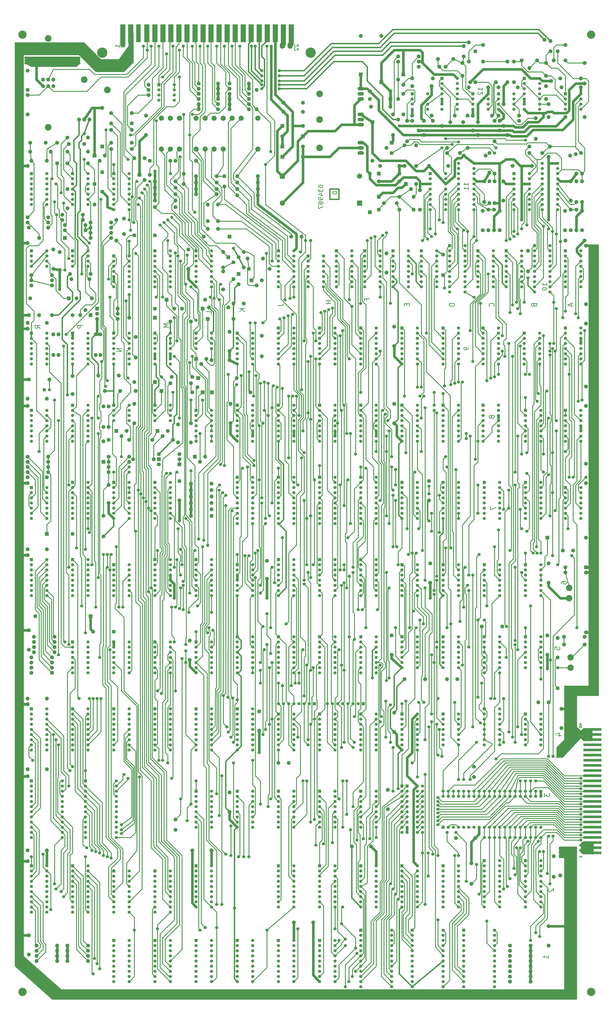
<source format=gbl>
G04 #@! TF.FileFunction,Copper,L2,Bot,Signal*
%FSLAX46Y46*%
G04 Gerber Fmt 4.6, Leading zero omitted, Abs format (unit mm)*
G04 Created by KiCad (PCBNEW 4.0.7) date 05/04/19 19:07:48*
%MOMM*%
%LPD*%
G01*
G04 APERTURE LIST*
%ADD10C,0.100000*%
%ADD11C,0.300000*%
%ADD12C,1.905000*%
%ADD13R,1.905000X1.905000*%
%ADD14C,1.524000*%
%ADD15R,1.524000X1.524000*%
%ADD16C,3.302000*%
%ADD17C,2.540000*%
%ADD18C,4.064000*%
%ADD19C,1.016000*%
%ADD20C,5.080000*%
%ADD21R,2.540000X8.890000*%
%ADD22R,2.235200X8.890000*%
%ADD23C,3.175000*%
%ADD24R,2.540000X2.540000*%
%ADD25O,3.175000X1.778000*%
%ADD26C,0.635000*%
%ADD27C,2.540000*%
%ADD28C,0.381000*%
%ADD29C,1.270000*%
%ADD30C,0.250000*%
%ADD31C,0.254000*%
G04 APERTURE END LIST*
D10*
D11*
X187031690Y-102304548D02*
X184872690Y-102304548D01*
X184872690Y-102818595D01*
X184975500Y-103127024D01*
X185181119Y-103332643D01*
X185386738Y-103435452D01*
X185797976Y-103538262D01*
X186106405Y-103538262D01*
X186517643Y-103435452D01*
X186723262Y-103332643D01*
X186928881Y-103127024D01*
X187031690Y-102818595D01*
X187031690Y-102304548D01*
X177887690Y-99531716D02*
X177887690Y-99737335D01*
X177990500Y-99942954D01*
X178093310Y-100045763D01*
X178298929Y-100148573D01*
X178710167Y-100251382D01*
X179224214Y-100251382D01*
X179635452Y-100148573D01*
X179841071Y-100045763D01*
X179943881Y-99942954D01*
X180046690Y-99737335D01*
X180046690Y-99531716D01*
X179943881Y-99326097D01*
X179841071Y-99223287D01*
X179635452Y-99120478D01*
X179224214Y-99017668D01*
X178710167Y-99017668D01*
X178298929Y-99120478D01*
X178093310Y-99223287D01*
X177990500Y-99326097D01*
X177887690Y-99531716D01*
X177887690Y-100971049D02*
X177887690Y-102307572D01*
X178710167Y-101587906D01*
X178710167Y-101896334D01*
X178812976Y-102101953D01*
X178915786Y-102204763D01*
X179121405Y-102307572D01*
X179635452Y-102307572D01*
X179841071Y-102204763D01*
X179943881Y-102101953D01*
X180046690Y-101896334D01*
X180046690Y-101279477D01*
X179943881Y-101073858D01*
X179841071Y-100971049D01*
X178607357Y-104158143D02*
X180046690Y-104158143D01*
X177784881Y-103644096D02*
X179327024Y-103130048D01*
X179327024Y-104466572D01*
X180046690Y-105391857D02*
X180046690Y-105803095D01*
X179943881Y-106008714D01*
X179841071Y-106111524D01*
X179532643Y-106317143D01*
X179121405Y-106419952D01*
X178298929Y-106419952D01*
X178093310Y-106317143D01*
X177990500Y-106214333D01*
X177887690Y-106008714D01*
X177887690Y-105597476D01*
X177990500Y-105391857D01*
X178093310Y-105289048D01*
X178298929Y-105186238D01*
X178812976Y-105186238D01*
X179018595Y-105289048D01*
X179121405Y-105391857D01*
X179224214Y-105597476D01*
X179224214Y-106008714D01*
X179121405Y-106214333D01*
X179018595Y-106317143D01*
X178812976Y-106419952D01*
X178812976Y-107653666D02*
X178710167Y-107448047D01*
X178607357Y-107345238D01*
X178401738Y-107242428D01*
X178298929Y-107242428D01*
X178093310Y-107345238D01*
X177990500Y-107448047D01*
X177887690Y-107653666D01*
X177887690Y-108064904D01*
X177990500Y-108270523D01*
X178093310Y-108373333D01*
X178298929Y-108476142D01*
X178401738Y-108476142D01*
X178607357Y-108373333D01*
X178710167Y-108270523D01*
X178812976Y-108064904D01*
X178812976Y-107653666D01*
X178915786Y-107448047D01*
X179018595Y-107345238D01*
X179224214Y-107242428D01*
X179635452Y-107242428D01*
X179841071Y-107345238D01*
X179943881Y-107448047D01*
X180046690Y-107653666D01*
X180046690Y-108064904D01*
X179943881Y-108270523D01*
X179841071Y-108373333D01*
X179635452Y-108476142D01*
X179224214Y-108476142D01*
X179018595Y-108373333D01*
X178915786Y-108270523D01*
X178812976Y-108064904D01*
X177887690Y-109195809D02*
X177887690Y-110635142D01*
X180046690Y-109709856D01*
X258786690Y-52293762D02*
X258786690Y-51060048D01*
X258786690Y-51676905D02*
X256627690Y-51676905D01*
X256936119Y-51471286D01*
X257141738Y-51265667D01*
X257244548Y-51060048D01*
X256833310Y-53116238D02*
X256730500Y-53219048D01*
X256627690Y-53424667D01*
X256627690Y-53938714D01*
X256730500Y-54144333D01*
X256833310Y-54247143D01*
X257038929Y-54349952D01*
X257244548Y-54349952D01*
X257552976Y-54247143D01*
X258786690Y-53013429D01*
X258786690Y-54349952D01*
X251801690Y-99283762D02*
X251801690Y-98050048D01*
X251801690Y-98666905D02*
X249642690Y-98666905D01*
X249951119Y-98461286D01*
X250156738Y-98255667D01*
X250259548Y-98050048D01*
X251801690Y-101339952D02*
X251801690Y-100106238D01*
X251801690Y-100723095D02*
X249642690Y-100723095D01*
X249951119Y-100517476D01*
X250156738Y-100311857D01*
X250259548Y-100106238D01*
X290536690Y-148813762D02*
X290536690Y-147580048D01*
X290536690Y-148196905D02*
X288377690Y-148196905D01*
X288686119Y-147991286D01*
X288891738Y-147785667D01*
X288994548Y-147580048D01*
X288377690Y-150150286D02*
X288377690Y-150355905D01*
X288480500Y-150561524D01*
X288583310Y-150664333D01*
X288788929Y-150767143D01*
X289200167Y-150869952D01*
X289714214Y-150869952D01*
X290125452Y-150767143D01*
X290331071Y-150664333D01*
X290433881Y-150561524D01*
X290536690Y-150355905D01*
X290536690Y-150150286D01*
X290433881Y-149944667D01*
X290331071Y-149841857D01*
X290125452Y-149739048D01*
X289714214Y-149636238D01*
X289200167Y-149636238D01*
X288788929Y-149739048D01*
X288583310Y-149841857D01*
X288480500Y-149944667D01*
X288377690Y-150150286D01*
X40519048Y-169696190D02*
X39309524Y-168849524D01*
X40519048Y-168244762D02*
X37979048Y-168244762D01*
X37979048Y-169212381D01*
X38100000Y-169454286D01*
X38220952Y-169575238D01*
X38462857Y-169696190D01*
X38825714Y-169696190D01*
X39067619Y-169575238D01*
X39188571Y-169454286D01*
X39309524Y-169212381D01*
X39309524Y-168244762D01*
X61474048Y-168244762D02*
X58934048Y-168244762D01*
X58934048Y-169212381D01*
X59055000Y-169454286D01*
X59175952Y-169575238D01*
X59417857Y-169696190D01*
X59780714Y-169696190D01*
X60022619Y-169575238D01*
X60143571Y-169454286D01*
X60264524Y-169212381D01*
X60264524Y-168244762D01*
X103993648Y-167428334D02*
X101453648Y-167428334D01*
X103267933Y-168275001D01*
X101453648Y-169121667D01*
X103993648Y-169121667D01*
X124974048Y-162711191D02*
X124974048Y-161501667D01*
X122434048Y-161501667D01*
X141484048Y-159989762D02*
X138944048Y-159989762D01*
X141484048Y-161441190D02*
X140032619Y-160352619D01*
X138944048Y-161441190D02*
X140395476Y-159989762D01*
X157994048Y-158477857D02*
X159808333Y-158477857D01*
X160171190Y-158356905D01*
X160413095Y-158115000D01*
X160534048Y-157752143D01*
X160534048Y-157510238D01*
X184029048Y-156119286D02*
X181489048Y-156119286D01*
X182698571Y-156119286D02*
X182698571Y-157570714D01*
X184029048Y-157570714D02*
X181489048Y-157570714D01*
X201748571Y-155937858D02*
X201748571Y-155091191D01*
X203079048Y-155091191D02*
X200539048Y-155091191D01*
X200539048Y-156300715D01*
X221433571Y-157570715D02*
X221433571Y-158417382D01*
X222764048Y-158780239D02*
X222764048Y-157570715D01*
X220224048Y-157570715D01*
X220224048Y-158780239D01*
X244989048Y-157449762D02*
X242449048Y-157449762D01*
X242449048Y-158054524D01*
X242570000Y-158417381D01*
X242811905Y-158659286D01*
X243053810Y-158780238D01*
X243537619Y-158901190D01*
X243900476Y-158901190D01*
X244384286Y-158780238D01*
X244626190Y-158659286D01*
X244868095Y-158417381D01*
X244989048Y-158054524D01*
X244989048Y-157449762D01*
X264432143Y-158901190D02*
X264553095Y-158780238D01*
X264674048Y-158417381D01*
X264674048Y-158175476D01*
X264553095Y-157812619D01*
X264311190Y-157570714D01*
X264069286Y-157449762D01*
X263585476Y-157328810D01*
X263222619Y-157328810D01*
X262738810Y-157449762D01*
X262496905Y-157570714D01*
X262255000Y-157812619D01*
X262134048Y-158175476D01*
X262134048Y-158417381D01*
X262255000Y-158780238D01*
X262375952Y-158901190D01*
X284298571Y-158296429D02*
X284419524Y-158659286D01*
X284540476Y-158780238D01*
X284782381Y-158901190D01*
X285145238Y-158901190D01*
X285387143Y-158780238D01*
X285508095Y-158659286D01*
X285629048Y-158417381D01*
X285629048Y-157449762D01*
X283089048Y-157449762D01*
X283089048Y-158296429D01*
X283210000Y-158538333D01*
X283330952Y-158659286D01*
X283572857Y-158780238D01*
X283814762Y-158780238D01*
X284056667Y-158659286D01*
X284177619Y-158538333D01*
X284298571Y-158296429D01*
X284298571Y-157449762D01*
X302683333Y-157510239D02*
X302683333Y-158719762D01*
X303409048Y-157268334D02*
X300869048Y-158115000D01*
X303409048Y-158961667D01*
X78225952Y-181065714D02*
X80765952Y-181065714D01*
X78225952Y-179614286D01*
X80765952Y-179614286D01*
X251801690Y-179293762D02*
X251801690Y-179705000D01*
X251698881Y-179910619D01*
X251596071Y-180013429D01*
X251287643Y-180219048D01*
X250876405Y-180321857D01*
X250053929Y-180321857D01*
X249848310Y-180219048D01*
X249745500Y-180116238D01*
X249642690Y-179910619D01*
X249642690Y-179499381D01*
X249745500Y-179293762D01*
X249848310Y-179190953D01*
X250053929Y-179088143D01*
X250567976Y-179088143D01*
X250773595Y-179190953D01*
X250876405Y-179293762D01*
X250979214Y-179499381D01*
X250979214Y-179910619D01*
X250876405Y-180116238D01*
X250773595Y-180219048D01*
X250567976Y-180321857D01*
X263222619Y-213118095D02*
X263101667Y-212876190D01*
X262980714Y-212755238D01*
X262738810Y-212634286D01*
X262617857Y-212634286D01*
X262375952Y-212755238D01*
X262255000Y-212876190D01*
X262134048Y-213118095D01*
X262134048Y-213601905D01*
X262255000Y-213843809D01*
X262375952Y-213964762D01*
X262617857Y-214085714D01*
X262738810Y-214085714D01*
X262980714Y-213964762D01*
X263101667Y-213843809D01*
X263222619Y-213601905D01*
X263222619Y-213118095D01*
X263343571Y-212876190D01*
X263464524Y-212755238D01*
X263706429Y-212634286D01*
X264190238Y-212634286D01*
X264432143Y-212755238D01*
X264553095Y-212876190D01*
X264674048Y-213118095D01*
X264674048Y-213601905D01*
X264553095Y-213843809D01*
X264432143Y-213964762D01*
X264190238Y-214085714D01*
X263706429Y-214085714D01*
X263464524Y-213964762D01*
X263343571Y-213843809D01*
X263222619Y-213601905D01*
X262769048Y-257598333D02*
X262769048Y-259291666D01*
X265309048Y-258203095D01*
X297694048Y-295758809D02*
X297694048Y-295275000D01*
X297815000Y-295033095D01*
X297935952Y-294912143D01*
X298298810Y-294670238D01*
X298782619Y-294549286D01*
X299750238Y-294549286D01*
X299992143Y-294670238D01*
X300113095Y-294791190D01*
X300234048Y-295033095D01*
X300234048Y-295516905D01*
X300113095Y-295758809D01*
X299992143Y-295879762D01*
X299750238Y-296000714D01*
X299145476Y-296000714D01*
X298903571Y-295879762D01*
X298782619Y-295758809D01*
X298661667Y-295516905D01*
X298661667Y-295033095D01*
X298782619Y-294791190D01*
X298903571Y-294670238D01*
X299145476Y-294549286D01*
X294519048Y-328264762D02*
X294519048Y-327055238D01*
X295728571Y-326934286D01*
X295607619Y-327055238D01*
X295486667Y-327297143D01*
X295486667Y-327901905D01*
X295607619Y-328143809D01*
X295728571Y-328264762D01*
X295970476Y-328385714D01*
X296575238Y-328385714D01*
X296817143Y-328264762D01*
X296938095Y-328143809D01*
X297059048Y-327901905D01*
X297059048Y-327297143D01*
X296938095Y-327055238D01*
X296817143Y-326934286D01*
X296000714Y-370688809D02*
X297694048Y-370688809D01*
X295033095Y-370084047D02*
X296847381Y-369479286D01*
X296847381Y-371051666D01*
X79601786Y-31024286D02*
X79601786Y-29935714D01*
X79601786Y-30480000D02*
X77696786Y-30480000D01*
X77968929Y-30298571D01*
X78150357Y-30117143D01*
X78241071Y-29935714D01*
X166143214Y-29663571D02*
X166052500Y-29754285D01*
X165961786Y-29935714D01*
X165961786Y-30389285D01*
X166052500Y-30570714D01*
X166143214Y-30661428D01*
X166324643Y-30752143D01*
X166506071Y-30752143D01*
X166778214Y-30661428D01*
X167866786Y-29572857D01*
X167866786Y-30752143D01*
X166143214Y-31477857D02*
X166052500Y-31568571D01*
X165961786Y-31750000D01*
X165961786Y-32203571D01*
X166052500Y-32385000D01*
X166143214Y-32475714D01*
X166324643Y-32566429D01*
X166506071Y-32566429D01*
X166778214Y-32475714D01*
X167866786Y-31387143D01*
X167866786Y-32566429D01*
X307067857Y-365397143D02*
X307914524Y-365397143D01*
X306584048Y-365094762D02*
X307491190Y-364792381D01*
X307491190Y-365578571D01*
X307914524Y-366122857D02*
X307914524Y-366364762D01*
X307854048Y-366485714D01*
X307793571Y-366546190D01*
X307612143Y-366667143D01*
X307370238Y-366727619D01*
X306886429Y-366727619D01*
X306765476Y-366667143D01*
X306705000Y-366606667D01*
X306644524Y-366485714D01*
X306644524Y-366243810D01*
X306705000Y-366122857D01*
X306765476Y-366062381D01*
X306886429Y-366001905D01*
X307188810Y-366001905D01*
X307309762Y-366062381D01*
X307370238Y-366122857D01*
X307430714Y-366243810D01*
X307430714Y-366485714D01*
X307370238Y-366606667D01*
X307309762Y-366667143D01*
X307188810Y-366727619D01*
X307914524Y-430892857D02*
X307914524Y-430167143D01*
X307914524Y-430530000D02*
X306644524Y-430530000D01*
X306825952Y-430409048D01*
X306946905Y-430288095D01*
X307007381Y-430167143D01*
X289439048Y-399203333D02*
X289439048Y-400775714D01*
X290406667Y-399929047D01*
X290406667Y-400291905D01*
X290527619Y-400533809D01*
X290648571Y-400654762D01*
X290890476Y-400775714D01*
X291495238Y-400775714D01*
X291737143Y-400654762D01*
X291858095Y-400533809D01*
X291979048Y-400291905D01*
X291979048Y-399566190D01*
X291858095Y-399324286D01*
X291737143Y-399203333D01*
X291662152Y-446314286D02*
X291541200Y-446435238D01*
X291420248Y-446677143D01*
X291420248Y-447281905D01*
X291541200Y-447523809D01*
X291662152Y-447644762D01*
X291904057Y-447765714D01*
X292145962Y-447765714D01*
X292508819Y-447644762D01*
X293960248Y-446193333D01*
X293960248Y-447765714D01*
X291344048Y-480785714D02*
X291344048Y-479334286D01*
X291344048Y-480060000D02*
X288804048Y-480060000D01*
X289166905Y-479818095D01*
X289408810Y-479576190D01*
X289529762Y-479334286D01*
D12*
X138430000Y-147955000D03*
D13*
X138430000Y-142875000D03*
D12*
X135890000Y-145415000D03*
X137541000Y-194310000D03*
D13*
X118491000Y-194310000D03*
D12*
X297815000Y-357505000D03*
X297815000Y-367030000D03*
D14*
X254000000Y-56515000D03*
D15*
X254000000Y-53975000D03*
D14*
X254000000Y-59055000D03*
X254000000Y-61595000D03*
X261620000Y-61595000D03*
X261620000Y-59055000D03*
X261620000Y-56515000D03*
X261620000Y-53975000D03*
D16*
X62230000Y-46990000D03*
X73660000Y-52070000D03*
X44450000Y-70485000D03*
D17*
X163830000Y-30480000D03*
X160020000Y-30480000D03*
D14*
X102870000Y-34290000D03*
X154559000Y-30480000D03*
X152400000Y-30480000D03*
X109220000Y-32385000D03*
X93345000Y-32385000D03*
X106045000Y-30480000D03*
D18*
X312420000Y-24765000D03*
X31750000Y-24765000D03*
X312420000Y-497205000D03*
D19*
X59690000Y-38735000D03*
D14*
X287655000Y-398145000D03*
D15*
X239395000Y-415925000D03*
D14*
X241935000Y-415925000D03*
X244475000Y-415925000D03*
X247015000Y-415925000D03*
X249555000Y-415925000D03*
X252095000Y-415925000D03*
X254635000Y-415925000D03*
X257175000Y-415925000D03*
X259715000Y-415925000D03*
X262255000Y-415925000D03*
X264795000Y-415925000D03*
X267335000Y-415925000D03*
X269875000Y-415925000D03*
X272415000Y-415925000D03*
X274955000Y-415925000D03*
X277495000Y-415925000D03*
X280035000Y-415925000D03*
X282575000Y-415925000D03*
X285115000Y-415925000D03*
X287655000Y-415925000D03*
X287655000Y-400685000D03*
X285115000Y-400685000D03*
X282575000Y-400685000D03*
X280035000Y-400685000D03*
X277495000Y-400685000D03*
X274955000Y-400685000D03*
X272415000Y-400685000D03*
X269875000Y-400685000D03*
X267335000Y-400685000D03*
X264795000Y-400685000D03*
X262255000Y-400685000D03*
X259715000Y-400685000D03*
X257175000Y-400685000D03*
X254635000Y-400685000D03*
X252095000Y-400685000D03*
X249555000Y-400685000D03*
X247015000Y-400685000D03*
X244475000Y-400685000D03*
X241935000Y-400685000D03*
X239395000Y-400685000D03*
X198755000Y-447675000D03*
X198755000Y-445135000D03*
X198755000Y-442595000D03*
X198755000Y-440055000D03*
X198755000Y-437515000D03*
D15*
X198755000Y-434975000D03*
D14*
X198755000Y-450215000D03*
X198755000Y-452755000D03*
X198755000Y-455295000D03*
X206375000Y-455295000D03*
X206375000Y-452755000D03*
X206375000Y-450215000D03*
X206375000Y-447675000D03*
X206375000Y-445135000D03*
X206375000Y-442595000D03*
X206375000Y-440055000D03*
X206375000Y-437515000D03*
X206375000Y-434975000D03*
X178435000Y-484505000D03*
X178435000Y-481965000D03*
X178435000Y-479425000D03*
X178435000Y-476885000D03*
X178435000Y-474345000D03*
D15*
X178435000Y-471805000D03*
D14*
X178435000Y-487045000D03*
X178435000Y-489585000D03*
X178435000Y-492125000D03*
X186055000Y-492125000D03*
X186055000Y-489585000D03*
X186055000Y-487045000D03*
X186055000Y-484505000D03*
X186055000Y-481965000D03*
X186055000Y-479425000D03*
X186055000Y-476885000D03*
X186055000Y-474345000D03*
X186055000Y-471805000D03*
X178435000Y-447675000D03*
X178435000Y-445135000D03*
X178435000Y-442595000D03*
X178435000Y-440055000D03*
X178435000Y-437515000D03*
D15*
X178435000Y-434975000D03*
D14*
X178435000Y-450215000D03*
X178435000Y-452755000D03*
X178435000Y-455295000D03*
X186055000Y-455295000D03*
X186055000Y-452755000D03*
X186055000Y-450215000D03*
X186055000Y-447675000D03*
X186055000Y-445135000D03*
X186055000Y-442595000D03*
X186055000Y-440055000D03*
X186055000Y-437515000D03*
X186055000Y-434975000D03*
X158115000Y-484505000D03*
X158115000Y-481965000D03*
X158115000Y-479425000D03*
X158115000Y-476885000D03*
X158115000Y-474345000D03*
D15*
X158115000Y-471805000D03*
D14*
X158115000Y-487045000D03*
X158115000Y-489585000D03*
X158115000Y-492125000D03*
X165735000Y-492125000D03*
X165735000Y-489585000D03*
X165735000Y-487045000D03*
X165735000Y-484505000D03*
X165735000Y-481965000D03*
X165735000Y-479425000D03*
X165735000Y-476885000D03*
X165735000Y-474345000D03*
X165735000Y-471805000D03*
X158115000Y-447675000D03*
X158115000Y-445135000D03*
X158115000Y-442595000D03*
X158115000Y-440055000D03*
X158115000Y-437515000D03*
D15*
X158115000Y-434975000D03*
D14*
X158115000Y-450215000D03*
X158115000Y-452755000D03*
X158115000Y-455295000D03*
X165735000Y-455295000D03*
X165735000Y-452755000D03*
X165735000Y-450215000D03*
X165735000Y-447675000D03*
X165735000Y-445135000D03*
X165735000Y-442595000D03*
X165735000Y-440055000D03*
X165735000Y-437515000D03*
X165735000Y-434975000D03*
X137795000Y-484505000D03*
X137795000Y-481965000D03*
X137795000Y-479425000D03*
X137795000Y-476885000D03*
X137795000Y-474345000D03*
D15*
X137795000Y-471805000D03*
D14*
X137795000Y-487045000D03*
X137795000Y-489585000D03*
X137795000Y-492125000D03*
X145415000Y-492125000D03*
X145415000Y-489585000D03*
X145415000Y-487045000D03*
X145415000Y-484505000D03*
X145415000Y-481965000D03*
X145415000Y-479425000D03*
X145415000Y-476885000D03*
X145415000Y-474345000D03*
X145415000Y-471805000D03*
X117475000Y-484505000D03*
X117475000Y-481965000D03*
X117475000Y-479425000D03*
X117475000Y-476885000D03*
X117475000Y-474345000D03*
D15*
X117475000Y-471805000D03*
D14*
X117475000Y-487045000D03*
X117475000Y-489585000D03*
X117475000Y-492125000D03*
X125095000Y-492125000D03*
X125095000Y-489585000D03*
X125095000Y-487045000D03*
X125095000Y-484505000D03*
X125095000Y-481965000D03*
X125095000Y-479425000D03*
X125095000Y-476885000D03*
X125095000Y-474345000D03*
X125095000Y-471805000D03*
X117475000Y-447675000D03*
X117475000Y-445135000D03*
X117475000Y-442595000D03*
X117475000Y-440055000D03*
X117475000Y-437515000D03*
D15*
X117475000Y-434975000D03*
D14*
X117475000Y-450215000D03*
X117475000Y-452755000D03*
X117475000Y-455295000D03*
X125095000Y-455295000D03*
X125095000Y-452755000D03*
X125095000Y-450215000D03*
X125095000Y-447675000D03*
X125095000Y-445135000D03*
X125095000Y-442595000D03*
X125095000Y-440055000D03*
X125095000Y-437515000D03*
X125095000Y-434975000D03*
X97155000Y-484505000D03*
X97155000Y-481965000D03*
X97155000Y-479425000D03*
X97155000Y-476885000D03*
X97155000Y-474345000D03*
D15*
X97155000Y-471805000D03*
D14*
X97155000Y-487045000D03*
X97155000Y-489585000D03*
X97155000Y-492125000D03*
X104775000Y-492125000D03*
X104775000Y-489585000D03*
X104775000Y-487045000D03*
X104775000Y-484505000D03*
X104775000Y-481965000D03*
X104775000Y-479425000D03*
X104775000Y-476885000D03*
X104775000Y-474345000D03*
X104775000Y-471805000D03*
X97155000Y-450215000D03*
X97155000Y-447675000D03*
X97155000Y-445135000D03*
X97155000Y-442595000D03*
X97155000Y-440055000D03*
D15*
X97155000Y-437515000D03*
D14*
X97155000Y-452755000D03*
X97155000Y-455295000D03*
X97155000Y-457835000D03*
X104775000Y-457835000D03*
X104775000Y-455295000D03*
X104775000Y-452755000D03*
X104775000Y-450215000D03*
X104775000Y-447675000D03*
X104775000Y-445135000D03*
X104775000Y-442595000D03*
X104775000Y-440055000D03*
X104775000Y-437515000D03*
X76835000Y-484505000D03*
X76835000Y-481965000D03*
X76835000Y-479425000D03*
X76835000Y-476885000D03*
X76835000Y-474345000D03*
D15*
X76835000Y-471805000D03*
D14*
X76835000Y-487045000D03*
X76835000Y-489585000D03*
X76835000Y-492125000D03*
X84455000Y-492125000D03*
X84455000Y-489585000D03*
X84455000Y-487045000D03*
X84455000Y-484505000D03*
X84455000Y-481965000D03*
X84455000Y-479425000D03*
X84455000Y-476885000D03*
X84455000Y-474345000D03*
X84455000Y-471805000D03*
X76835000Y-450215000D03*
X76835000Y-447675000D03*
X76835000Y-445135000D03*
X76835000Y-442595000D03*
X76835000Y-440055000D03*
D15*
X76835000Y-437515000D03*
D14*
X76835000Y-452755000D03*
X76835000Y-455295000D03*
X76835000Y-457835000D03*
X84455000Y-457835000D03*
X84455000Y-455295000D03*
X84455000Y-452755000D03*
X84455000Y-450215000D03*
X84455000Y-447675000D03*
X84455000Y-445135000D03*
X84455000Y-442595000D03*
X84455000Y-440055000D03*
X84455000Y-437515000D03*
D15*
X249555000Y-466725000D03*
D14*
X249555000Y-469265000D03*
X249555000Y-471805000D03*
X249555000Y-474345000D03*
X249555000Y-476885000D03*
X249555000Y-479425000D03*
X249555000Y-481965000D03*
X249555000Y-484505000D03*
X249555000Y-487045000D03*
X249555000Y-489585000D03*
X249555000Y-492125000D03*
X249555000Y-494665000D03*
X264795000Y-494665000D03*
X264795000Y-492125000D03*
X264795000Y-489585000D03*
X264795000Y-487045000D03*
X264795000Y-484505000D03*
X264795000Y-481965000D03*
X264795000Y-479425000D03*
X264795000Y-476885000D03*
X264795000Y-474345000D03*
X264795000Y-471805000D03*
X264795000Y-469265000D03*
X264795000Y-466725000D03*
D15*
X224155000Y-466725000D03*
D14*
X224155000Y-469265000D03*
X224155000Y-471805000D03*
X224155000Y-474345000D03*
X224155000Y-476885000D03*
X224155000Y-479425000D03*
X224155000Y-481965000D03*
X224155000Y-484505000D03*
X224155000Y-487045000D03*
X224155000Y-489585000D03*
X224155000Y-492125000D03*
X224155000Y-494665000D03*
X239395000Y-494665000D03*
X239395000Y-492125000D03*
X239395000Y-489585000D03*
X239395000Y-487045000D03*
X239395000Y-484505000D03*
X239395000Y-481965000D03*
X239395000Y-479425000D03*
X239395000Y-476885000D03*
X239395000Y-474345000D03*
X239395000Y-471805000D03*
X239395000Y-469265000D03*
X239395000Y-466725000D03*
D15*
X198755000Y-466725000D03*
D14*
X198755000Y-469265000D03*
X198755000Y-471805000D03*
X198755000Y-474345000D03*
X198755000Y-476885000D03*
X198755000Y-479425000D03*
X198755000Y-481965000D03*
X198755000Y-484505000D03*
X198755000Y-487045000D03*
X198755000Y-489585000D03*
X198755000Y-492125000D03*
X198755000Y-494665000D03*
X213995000Y-494665000D03*
X213995000Y-492125000D03*
X213995000Y-489585000D03*
X213995000Y-487045000D03*
X213995000Y-484505000D03*
X213995000Y-481965000D03*
X213995000Y-479425000D03*
X213995000Y-476885000D03*
X213995000Y-474345000D03*
X213995000Y-471805000D03*
X213995000Y-469265000D03*
X213995000Y-466725000D03*
D15*
X36195000Y-393065000D03*
D14*
X36195000Y-395605000D03*
X36195000Y-398145000D03*
X36195000Y-400685000D03*
X36195000Y-403225000D03*
X36195000Y-405765000D03*
X36195000Y-408305000D03*
X36195000Y-410845000D03*
X36195000Y-413385000D03*
X36195000Y-415925000D03*
X36195000Y-418465000D03*
X36195000Y-421005000D03*
X51435000Y-421005000D03*
X51435000Y-418465000D03*
X51435000Y-415925000D03*
X51435000Y-413385000D03*
X51435000Y-410845000D03*
X51435000Y-408305000D03*
X51435000Y-405765000D03*
X51435000Y-403225000D03*
X51435000Y-400685000D03*
X51435000Y-398145000D03*
X51435000Y-395605000D03*
X51435000Y-393065000D03*
D15*
X56515000Y-434975000D03*
D14*
X56515000Y-437515000D03*
X56515000Y-440055000D03*
X56515000Y-442595000D03*
X56515000Y-445135000D03*
X56515000Y-447675000D03*
X56515000Y-450215000D03*
X56515000Y-452755000D03*
X56515000Y-455295000D03*
X56515000Y-457835000D03*
X64135000Y-457835000D03*
X64135000Y-455295000D03*
X64135000Y-452755000D03*
X64135000Y-450215000D03*
X64135000Y-447675000D03*
X64135000Y-445135000D03*
X64135000Y-442595000D03*
X64135000Y-440055000D03*
X64135000Y-437515000D03*
X64135000Y-434975000D03*
D15*
X36195000Y-434975000D03*
D14*
X36195000Y-437515000D03*
X36195000Y-440055000D03*
X36195000Y-442595000D03*
X36195000Y-445135000D03*
X36195000Y-447675000D03*
X36195000Y-450215000D03*
X36195000Y-452755000D03*
X36195000Y-455295000D03*
X36195000Y-457835000D03*
X43815000Y-457835000D03*
X43815000Y-455295000D03*
X43815000Y-452755000D03*
X43815000Y-450215000D03*
X43815000Y-447675000D03*
X43815000Y-445135000D03*
X43815000Y-442595000D03*
X43815000Y-440055000D03*
X43815000Y-437515000D03*
X43815000Y-434975000D03*
D15*
X280035000Y-432435000D03*
D14*
X280035000Y-434975000D03*
X280035000Y-437515000D03*
X280035000Y-440055000D03*
X280035000Y-442595000D03*
X280035000Y-445135000D03*
X280035000Y-447675000D03*
X280035000Y-450215000D03*
X280035000Y-452755000D03*
X280035000Y-455295000D03*
X287655000Y-455295000D03*
X287655000Y-452755000D03*
X287655000Y-450215000D03*
X287655000Y-447675000D03*
X287655000Y-445135000D03*
X287655000Y-442595000D03*
X287655000Y-440055000D03*
X287655000Y-437515000D03*
X287655000Y-434975000D03*
X287655000Y-432435000D03*
D15*
X259715000Y-432435000D03*
D14*
X259715000Y-434975000D03*
X259715000Y-437515000D03*
X259715000Y-440055000D03*
X259715000Y-442595000D03*
X259715000Y-445135000D03*
X259715000Y-447675000D03*
X259715000Y-450215000D03*
X259715000Y-452755000D03*
X259715000Y-455295000D03*
X267335000Y-455295000D03*
X267335000Y-452755000D03*
X267335000Y-450215000D03*
X267335000Y-447675000D03*
X267335000Y-445135000D03*
X267335000Y-442595000D03*
X267335000Y-440055000D03*
X267335000Y-437515000D03*
X267335000Y-434975000D03*
X267335000Y-432435000D03*
X239395000Y-445135000D03*
X239395000Y-442595000D03*
X239395000Y-440055000D03*
X239395000Y-437515000D03*
D15*
X239395000Y-434975000D03*
D14*
X239395000Y-447675000D03*
X239395000Y-450215000D03*
X239395000Y-452755000D03*
X239395000Y-455295000D03*
X247015000Y-455295000D03*
X247015000Y-452755000D03*
X247015000Y-450215000D03*
X247015000Y-447675000D03*
X247015000Y-445135000D03*
X247015000Y-442595000D03*
X247015000Y-440055000D03*
X247015000Y-437515000D03*
X247015000Y-434975000D03*
X219075000Y-445135000D03*
X219075000Y-442595000D03*
X219075000Y-440055000D03*
X219075000Y-437515000D03*
D15*
X219075000Y-434975000D03*
D14*
X219075000Y-447675000D03*
X219075000Y-450215000D03*
X219075000Y-452755000D03*
X219075000Y-455295000D03*
X226695000Y-455295000D03*
X226695000Y-452755000D03*
X226695000Y-450215000D03*
X226695000Y-447675000D03*
X226695000Y-445135000D03*
X226695000Y-442595000D03*
X226695000Y-440055000D03*
X226695000Y-437515000D03*
X226695000Y-434975000D03*
D15*
X62865000Y-393065000D03*
D14*
X62865000Y-395605000D03*
X62865000Y-398145000D03*
X62865000Y-400685000D03*
X62865000Y-403225000D03*
X62865000Y-405765000D03*
X62865000Y-408305000D03*
X62865000Y-410845000D03*
X62865000Y-413385000D03*
X62865000Y-415925000D03*
X62865000Y-418465000D03*
X62865000Y-421005000D03*
X78105000Y-421005000D03*
X78105000Y-418465000D03*
X78105000Y-415925000D03*
X78105000Y-413385000D03*
X78105000Y-410845000D03*
X78105000Y-408305000D03*
X78105000Y-405765000D03*
X78105000Y-403225000D03*
X78105000Y-400685000D03*
X78105000Y-398145000D03*
X78105000Y-395605000D03*
X78105000Y-393065000D03*
X299720000Y-217805000D03*
X299720000Y-215265000D03*
D15*
X299720000Y-210185000D03*
D14*
X299720000Y-212725000D03*
X299720000Y-220345000D03*
X299720000Y-222885000D03*
X299720000Y-225425000D03*
X307340000Y-225425000D03*
X307340000Y-222885000D03*
X307340000Y-220345000D03*
X307340000Y-217805000D03*
X307340000Y-215265000D03*
X307340000Y-212725000D03*
X307340000Y-210185000D03*
X36195000Y-367665000D03*
X36195000Y-365125000D03*
X36195000Y-362585000D03*
X36195000Y-360045000D03*
D15*
X36195000Y-357505000D03*
D14*
X36195000Y-370205000D03*
X36195000Y-372745000D03*
X36195000Y-375285000D03*
X36195000Y-377825000D03*
X43815000Y-377825000D03*
X43815000Y-375285000D03*
X43815000Y-372745000D03*
X43815000Y-370205000D03*
X43815000Y-367665000D03*
X43815000Y-365125000D03*
X43815000Y-362585000D03*
X43815000Y-360045000D03*
X43815000Y-357505000D03*
X36195000Y-255905000D03*
X36195000Y-253365000D03*
D15*
X36195000Y-248285000D03*
D14*
X36195000Y-250825000D03*
X36195000Y-258445000D03*
X36195000Y-260985000D03*
X36195000Y-263525000D03*
X43815000Y-263525000D03*
X43815000Y-260985000D03*
X43815000Y-258445000D03*
X43815000Y-255905000D03*
X43815000Y-253365000D03*
X43815000Y-250825000D03*
X43815000Y-248285000D03*
X36195000Y-217805000D03*
X36195000Y-215265000D03*
D15*
X36195000Y-210185000D03*
D14*
X36195000Y-212725000D03*
X36195000Y-220345000D03*
X36195000Y-222885000D03*
X36195000Y-225425000D03*
X43815000Y-225425000D03*
X43815000Y-222885000D03*
X43815000Y-220345000D03*
X43815000Y-217805000D03*
X43815000Y-215265000D03*
X43815000Y-212725000D03*
X43815000Y-210185000D03*
X36195000Y-179705000D03*
X36195000Y-177165000D03*
D15*
X36195000Y-172085000D03*
D14*
X36195000Y-174625000D03*
X36195000Y-182245000D03*
X36195000Y-184785000D03*
X36195000Y-187325000D03*
X43815000Y-187325000D03*
X43815000Y-184785000D03*
X43815000Y-182245000D03*
X43815000Y-179705000D03*
X43815000Y-177165000D03*
X43815000Y-174625000D03*
X43815000Y-172085000D03*
X36195000Y-133985000D03*
D15*
X36195000Y-131445000D03*
D14*
X36195000Y-136525000D03*
X36195000Y-139065000D03*
X43815000Y-139065000D03*
X43815000Y-136525000D03*
X43815000Y-133985000D03*
X43815000Y-131445000D03*
X36195000Y-100965000D03*
X36195000Y-98425000D03*
D15*
X36195000Y-93345000D03*
D14*
X36195000Y-95885000D03*
X36195000Y-103505000D03*
X36195000Y-106045000D03*
X36195000Y-108585000D03*
X43815000Y-108585000D03*
X43815000Y-106045000D03*
X43815000Y-103505000D03*
X43815000Y-100965000D03*
X43815000Y-98425000D03*
X43815000Y-95885000D03*
X43815000Y-93345000D03*
D12*
X34925000Y-469265000D03*
X34925000Y-478790000D03*
X291465000Y-464820000D03*
X291465000Y-474345000D03*
X165735000Y-462915000D03*
X175260000Y-462915000D03*
D14*
X56515000Y-367665000D03*
X56515000Y-365125000D03*
X56515000Y-362585000D03*
X56515000Y-360045000D03*
D15*
X56515000Y-357505000D03*
D14*
X56515000Y-370205000D03*
X56515000Y-372745000D03*
X56515000Y-375285000D03*
X56515000Y-377825000D03*
X64135000Y-377825000D03*
X64135000Y-375285000D03*
X64135000Y-372745000D03*
X64135000Y-370205000D03*
X64135000Y-367665000D03*
X64135000Y-365125000D03*
X64135000Y-362585000D03*
X64135000Y-360045000D03*
X64135000Y-357505000D03*
X56515000Y-332105000D03*
X56515000Y-329565000D03*
D15*
X56515000Y-324485000D03*
D14*
X56515000Y-327025000D03*
X56515000Y-334645000D03*
X56515000Y-337185000D03*
X56515000Y-339725000D03*
X64135000Y-339725000D03*
X64135000Y-337185000D03*
X64135000Y-334645000D03*
X64135000Y-332105000D03*
X64135000Y-329565000D03*
X64135000Y-327025000D03*
X64135000Y-324485000D03*
X56515000Y-291465000D03*
X56515000Y-288925000D03*
X56515000Y-286385000D03*
D15*
X56515000Y-283845000D03*
D14*
X56515000Y-294005000D03*
X56515000Y-296545000D03*
X56515000Y-299085000D03*
X56515000Y-301625000D03*
X64135000Y-301625000D03*
X64135000Y-299085000D03*
X64135000Y-296545000D03*
X64135000Y-294005000D03*
X64135000Y-291465000D03*
X64135000Y-288925000D03*
X64135000Y-286385000D03*
X64135000Y-283845000D03*
X56515000Y-253365000D03*
X56515000Y-250825000D03*
X56515000Y-248285000D03*
D15*
X56515000Y-245745000D03*
D14*
X56515000Y-255905000D03*
X56515000Y-258445000D03*
X56515000Y-260985000D03*
X56515000Y-263525000D03*
X64135000Y-263525000D03*
X64135000Y-260985000D03*
X64135000Y-258445000D03*
X64135000Y-255905000D03*
X64135000Y-253365000D03*
X64135000Y-250825000D03*
X64135000Y-248285000D03*
X64135000Y-245745000D03*
X56515000Y-215265000D03*
X56515000Y-212725000D03*
X56515000Y-210185000D03*
D15*
X56515000Y-207645000D03*
D14*
X56515000Y-217805000D03*
X56515000Y-220345000D03*
X56515000Y-222885000D03*
X56515000Y-225425000D03*
X64135000Y-225425000D03*
X64135000Y-222885000D03*
X64135000Y-220345000D03*
X64135000Y-217805000D03*
X64135000Y-215265000D03*
X64135000Y-212725000D03*
X64135000Y-210185000D03*
X64135000Y-207645000D03*
X56515000Y-179705000D03*
X56515000Y-177165000D03*
D15*
X56515000Y-172085000D03*
D14*
X56515000Y-174625000D03*
X56515000Y-182245000D03*
X56515000Y-184785000D03*
X56515000Y-187325000D03*
X64135000Y-187325000D03*
X64135000Y-184785000D03*
X64135000Y-182245000D03*
X64135000Y-179705000D03*
X64135000Y-177165000D03*
X64135000Y-174625000D03*
X64135000Y-172085000D03*
X56515000Y-133985000D03*
D15*
X56515000Y-131445000D03*
D14*
X56515000Y-136525000D03*
X56515000Y-139065000D03*
X64135000Y-139065000D03*
X64135000Y-136525000D03*
X64135000Y-133985000D03*
X64135000Y-131445000D03*
X56515000Y-100965000D03*
X56515000Y-98425000D03*
D15*
X56515000Y-93345000D03*
D14*
X56515000Y-95885000D03*
X56515000Y-103505000D03*
X56515000Y-106045000D03*
X56515000Y-108585000D03*
X64135000Y-108585000D03*
X64135000Y-106045000D03*
X64135000Y-103505000D03*
X64135000Y-100965000D03*
X64135000Y-98425000D03*
X64135000Y-95885000D03*
X64135000Y-93345000D03*
X76835000Y-367665000D03*
X76835000Y-365125000D03*
X76835000Y-362585000D03*
X76835000Y-360045000D03*
D15*
X76835000Y-357505000D03*
D14*
X76835000Y-370205000D03*
X76835000Y-372745000D03*
X76835000Y-375285000D03*
X76835000Y-377825000D03*
X84455000Y-377825000D03*
X84455000Y-375285000D03*
X84455000Y-372745000D03*
X84455000Y-370205000D03*
X84455000Y-367665000D03*
X84455000Y-365125000D03*
X84455000Y-362585000D03*
X84455000Y-360045000D03*
X84455000Y-357505000D03*
X76835000Y-332105000D03*
X76835000Y-329565000D03*
D15*
X76835000Y-324485000D03*
D14*
X76835000Y-327025000D03*
X76835000Y-334645000D03*
X76835000Y-337185000D03*
X76835000Y-339725000D03*
X84455000Y-339725000D03*
X84455000Y-337185000D03*
X84455000Y-334645000D03*
X84455000Y-332105000D03*
X84455000Y-329565000D03*
X84455000Y-327025000D03*
X84455000Y-324485000D03*
X76835000Y-294005000D03*
X76835000Y-291465000D03*
D15*
X76835000Y-286385000D03*
D14*
X76835000Y-288925000D03*
X76835000Y-296545000D03*
X76835000Y-299085000D03*
X76835000Y-301625000D03*
X84455000Y-301625000D03*
X84455000Y-299085000D03*
X84455000Y-296545000D03*
X84455000Y-294005000D03*
X84455000Y-291465000D03*
X84455000Y-288925000D03*
X84455000Y-286385000D03*
X76835000Y-253365000D03*
X76835000Y-250825000D03*
X76835000Y-248285000D03*
D15*
X76835000Y-245745000D03*
D14*
X76835000Y-255905000D03*
X76835000Y-258445000D03*
X76835000Y-260985000D03*
X76835000Y-263525000D03*
X84455000Y-263525000D03*
X84455000Y-260985000D03*
X84455000Y-258445000D03*
X84455000Y-255905000D03*
X84455000Y-253365000D03*
X84455000Y-250825000D03*
X84455000Y-248285000D03*
X84455000Y-245745000D03*
X76835000Y-210185000D03*
D15*
X76835000Y-207645000D03*
D14*
X76835000Y-212725000D03*
X76835000Y-215265000D03*
X84455000Y-215265000D03*
X84455000Y-212725000D03*
X84455000Y-210185000D03*
X84455000Y-207645000D03*
X76835000Y-179705000D03*
X76835000Y-177165000D03*
D15*
X76835000Y-172085000D03*
D14*
X76835000Y-174625000D03*
X76835000Y-182245000D03*
X76835000Y-184785000D03*
X76835000Y-187325000D03*
X84455000Y-187325000D03*
X84455000Y-184785000D03*
X84455000Y-182245000D03*
X84455000Y-179705000D03*
X84455000Y-177165000D03*
X84455000Y-174625000D03*
X84455000Y-172085000D03*
X76835000Y-141605000D03*
X76835000Y-139065000D03*
D15*
X76835000Y-133985000D03*
D14*
X76835000Y-136525000D03*
X76835000Y-144145000D03*
X76835000Y-146685000D03*
X76835000Y-149225000D03*
X84455000Y-149225000D03*
X84455000Y-146685000D03*
X84455000Y-144145000D03*
X84455000Y-141605000D03*
X84455000Y-139065000D03*
X84455000Y-136525000D03*
X84455000Y-133985000D03*
X97155000Y-367665000D03*
X97155000Y-365125000D03*
X97155000Y-362585000D03*
X97155000Y-360045000D03*
D15*
X97155000Y-357505000D03*
D14*
X97155000Y-370205000D03*
X97155000Y-372745000D03*
X97155000Y-375285000D03*
X97155000Y-377825000D03*
X104775000Y-377825000D03*
X104775000Y-375285000D03*
X104775000Y-372745000D03*
X104775000Y-370205000D03*
X104775000Y-367665000D03*
X104775000Y-365125000D03*
X104775000Y-362585000D03*
X104775000Y-360045000D03*
X104775000Y-357505000D03*
X97155000Y-332105000D03*
X97155000Y-329565000D03*
D15*
X97155000Y-324485000D03*
D14*
X97155000Y-327025000D03*
X97155000Y-334645000D03*
X97155000Y-337185000D03*
X97155000Y-339725000D03*
X104775000Y-339725000D03*
X104775000Y-337185000D03*
X104775000Y-334645000D03*
X104775000Y-332105000D03*
X104775000Y-329565000D03*
X104775000Y-327025000D03*
X104775000Y-324485000D03*
X97155000Y-291465000D03*
X97155000Y-288925000D03*
X97155000Y-286385000D03*
D15*
X97155000Y-283845000D03*
D14*
X97155000Y-294005000D03*
X97155000Y-296545000D03*
X97155000Y-299085000D03*
X97155000Y-301625000D03*
X104775000Y-301625000D03*
X104775000Y-299085000D03*
X104775000Y-296545000D03*
X104775000Y-294005000D03*
X104775000Y-291465000D03*
X104775000Y-288925000D03*
X104775000Y-286385000D03*
X104775000Y-283845000D03*
X97155000Y-253365000D03*
X97155000Y-250825000D03*
X97155000Y-248285000D03*
D15*
X97155000Y-245745000D03*
D14*
X97155000Y-255905000D03*
X97155000Y-258445000D03*
X97155000Y-260985000D03*
X97155000Y-263525000D03*
X104775000Y-263525000D03*
X104775000Y-260985000D03*
X104775000Y-258445000D03*
X104775000Y-255905000D03*
X104775000Y-253365000D03*
X104775000Y-250825000D03*
X104775000Y-248285000D03*
X104775000Y-245745000D03*
X97155000Y-210185000D03*
D15*
X97155000Y-207645000D03*
D14*
X97155000Y-212725000D03*
X97155000Y-215265000D03*
X104775000Y-215265000D03*
X104775000Y-212725000D03*
X104775000Y-210185000D03*
X104775000Y-207645000D03*
X97155000Y-179705000D03*
X97155000Y-177165000D03*
D15*
X97155000Y-172085000D03*
D14*
X97155000Y-174625000D03*
X97155000Y-182245000D03*
X97155000Y-184785000D03*
X97155000Y-187325000D03*
X104775000Y-187325000D03*
X104775000Y-184785000D03*
X104775000Y-182245000D03*
X104775000Y-179705000D03*
X104775000Y-177165000D03*
X104775000Y-174625000D03*
X104775000Y-172085000D03*
X97155000Y-139065000D03*
X97155000Y-136525000D03*
X97155000Y-133985000D03*
D15*
X97155000Y-131445000D03*
D14*
X97155000Y-141605000D03*
X97155000Y-144145000D03*
X97155000Y-146685000D03*
X97155000Y-149225000D03*
X104775000Y-149225000D03*
X104775000Y-146685000D03*
X104775000Y-144145000D03*
X104775000Y-141605000D03*
X104775000Y-139065000D03*
X104775000Y-136525000D03*
X104775000Y-133985000D03*
X104775000Y-131445000D03*
X117475000Y-367665000D03*
X117475000Y-365125000D03*
X117475000Y-362585000D03*
X117475000Y-360045000D03*
D15*
X117475000Y-357505000D03*
D14*
X117475000Y-370205000D03*
X117475000Y-372745000D03*
X117475000Y-375285000D03*
X117475000Y-377825000D03*
X125095000Y-377825000D03*
X125095000Y-375285000D03*
X125095000Y-372745000D03*
X125095000Y-370205000D03*
X125095000Y-367665000D03*
X125095000Y-365125000D03*
X125095000Y-362585000D03*
X125095000Y-360045000D03*
X125095000Y-357505000D03*
X117475000Y-332105000D03*
X117475000Y-329565000D03*
D15*
X117475000Y-324485000D03*
D14*
X117475000Y-327025000D03*
X117475000Y-334645000D03*
X117475000Y-337185000D03*
X117475000Y-339725000D03*
X125095000Y-339725000D03*
X125095000Y-337185000D03*
X125095000Y-334645000D03*
X125095000Y-332105000D03*
X125095000Y-329565000D03*
X125095000Y-327025000D03*
X125095000Y-324485000D03*
X117475000Y-291465000D03*
X117475000Y-288925000D03*
X117475000Y-286385000D03*
D15*
X117475000Y-283845000D03*
D14*
X117475000Y-294005000D03*
X117475000Y-296545000D03*
X117475000Y-299085000D03*
X117475000Y-301625000D03*
X125095000Y-301625000D03*
X125095000Y-299085000D03*
X125095000Y-296545000D03*
X125095000Y-294005000D03*
X125095000Y-291465000D03*
X125095000Y-288925000D03*
X125095000Y-286385000D03*
X125095000Y-283845000D03*
X117475000Y-217805000D03*
X117475000Y-215265000D03*
D15*
X117475000Y-210185000D03*
D14*
X117475000Y-212725000D03*
X117475000Y-220345000D03*
X117475000Y-222885000D03*
X117475000Y-225425000D03*
X125095000Y-225425000D03*
X125095000Y-222885000D03*
X125095000Y-220345000D03*
X125095000Y-217805000D03*
X125095000Y-215265000D03*
X125095000Y-212725000D03*
X125095000Y-210185000D03*
X117475000Y-174625000D03*
D15*
X117475000Y-172085000D03*
D14*
X117475000Y-177165000D03*
X117475000Y-179705000D03*
X125095000Y-179705000D03*
X125095000Y-177165000D03*
X125095000Y-174625000D03*
X125095000Y-172085000D03*
X117475000Y-139065000D03*
X117475000Y-136525000D03*
X117475000Y-133985000D03*
D15*
X117475000Y-131445000D03*
D14*
X117475000Y-141605000D03*
X117475000Y-144145000D03*
X117475000Y-146685000D03*
X117475000Y-149225000D03*
X125095000Y-149225000D03*
X125095000Y-146685000D03*
X125095000Y-144145000D03*
X125095000Y-141605000D03*
X125095000Y-139065000D03*
X125095000Y-136525000D03*
X125095000Y-133985000D03*
X125095000Y-131445000D03*
X158115000Y-405765000D03*
X158115000Y-403225000D03*
X158115000Y-400685000D03*
D15*
X158115000Y-398145000D03*
D14*
X158115000Y-408305000D03*
X158115000Y-410845000D03*
X158115000Y-413385000D03*
X158115000Y-415925000D03*
X165735000Y-415925000D03*
X165735000Y-413385000D03*
X165735000Y-410845000D03*
X165735000Y-408305000D03*
X165735000Y-405765000D03*
X165735000Y-403225000D03*
X165735000Y-400685000D03*
X165735000Y-398145000D03*
X158115000Y-367665000D03*
X158115000Y-365125000D03*
X158115000Y-362585000D03*
D15*
X158115000Y-360045000D03*
D14*
X158115000Y-370205000D03*
X158115000Y-372745000D03*
X158115000Y-375285000D03*
X158115000Y-377825000D03*
X165735000Y-377825000D03*
X165735000Y-375285000D03*
X165735000Y-372745000D03*
X165735000Y-370205000D03*
X165735000Y-367665000D03*
X165735000Y-365125000D03*
X165735000Y-362585000D03*
X165735000Y-360045000D03*
X158115000Y-329565000D03*
X158115000Y-327025000D03*
X158115000Y-324485000D03*
D15*
X158115000Y-321945000D03*
D14*
X158115000Y-332105000D03*
X158115000Y-334645000D03*
X158115000Y-337185000D03*
X158115000Y-339725000D03*
X165735000Y-339725000D03*
X165735000Y-337185000D03*
X165735000Y-334645000D03*
X165735000Y-332105000D03*
X165735000Y-329565000D03*
X165735000Y-327025000D03*
X165735000Y-324485000D03*
X165735000Y-321945000D03*
X158115000Y-291465000D03*
X158115000Y-288925000D03*
X158115000Y-286385000D03*
D15*
X158115000Y-283845000D03*
D14*
X158115000Y-294005000D03*
X158115000Y-296545000D03*
X158115000Y-299085000D03*
X158115000Y-301625000D03*
X165735000Y-301625000D03*
X165735000Y-299085000D03*
X165735000Y-296545000D03*
X165735000Y-294005000D03*
X165735000Y-291465000D03*
X165735000Y-288925000D03*
X165735000Y-286385000D03*
X165735000Y-283845000D03*
D15*
X158115000Y-243205000D03*
D14*
X158115000Y-245745000D03*
X158115000Y-248285000D03*
X158115000Y-250825000D03*
X158115000Y-253365000D03*
X158115000Y-255905000D03*
X158115000Y-258445000D03*
X158115000Y-260985000D03*
X158115000Y-263525000D03*
X158115000Y-266065000D03*
X165735000Y-266065000D03*
X165735000Y-263525000D03*
X165735000Y-260985000D03*
X165735000Y-258445000D03*
X165735000Y-255905000D03*
X165735000Y-253365000D03*
X165735000Y-250825000D03*
X165735000Y-248285000D03*
X165735000Y-245745000D03*
X165735000Y-243205000D03*
X158115000Y-215265000D03*
X158115000Y-212725000D03*
X158115000Y-210185000D03*
D15*
X158115000Y-207645000D03*
D14*
X158115000Y-217805000D03*
X158115000Y-220345000D03*
X158115000Y-222885000D03*
X158115000Y-225425000D03*
X165735000Y-225425000D03*
X165735000Y-222885000D03*
X165735000Y-220345000D03*
X165735000Y-217805000D03*
X165735000Y-215265000D03*
X165735000Y-212725000D03*
X165735000Y-210185000D03*
X165735000Y-207645000D03*
X158115000Y-177165000D03*
X158115000Y-174625000D03*
X158115000Y-172085000D03*
D15*
X158115000Y-169545000D03*
D14*
X158115000Y-179705000D03*
X158115000Y-182245000D03*
X158115000Y-184785000D03*
X158115000Y-187325000D03*
X165735000Y-187325000D03*
X165735000Y-184785000D03*
X165735000Y-182245000D03*
X165735000Y-179705000D03*
X165735000Y-177165000D03*
X165735000Y-174625000D03*
X165735000Y-172085000D03*
X165735000Y-169545000D03*
X158115000Y-139065000D03*
X158115000Y-136525000D03*
X158115000Y-133985000D03*
D15*
X158115000Y-131445000D03*
D14*
X158115000Y-141605000D03*
X158115000Y-144145000D03*
X158115000Y-146685000D03*
X158115000Y-149225000D03*
X165735000Y-149225000D03*
X165735000Y-146685000D03*
X165735000Y-144145000D03*
X165735000Y-141605000D03*
X165735000Y-139065000D03*
X165735000Y-136525000D03*
X165735000Y-133985000D03*
X165735000Y-131445000D03*
X137795000Y-405765000D03*
X137795000Y-403225000D03*
X137795000Y-400685000D03*
D15*
X137795000Y-398145000D03*
D14*
X137795000Y-408305000D03*
X137795000Y-410845000D03*
X137795000Y-413385000D03*
X137795000Y-415925000D03*
X145415000Y-415925000D03*
X145415000Y-413385000D03*
X145415000Y-410845000D03*
X145415000Y-408305000D03*
X145415000Y-405765000D03*
X145415000Y-403225000D03*
X145415000Y-400685000D03*
X145415000Y-398145000D03*
X137795000Y-367665000D03*
X137795000Y-365125000D03*
X137795000Y-362585000D03*
X137795000Y-360045000D03*
D15*
X137795000Y-357505000D03*
D14*
X137795000Y-370205000D03*
X137795000Y-372745000D03*
X137795000Y-375285000D03*
X137795000Y-377825000D03*
X145415000Y-377825000D03*
X145415000Y-375285000D03*
X145415000Y-372745000D03*
X145415000Y-370205000D03*
X145415000Y-367665000D03*
X145415000Y-365125000D03*
X145415000Y-362585000D03*
X145415000Y-360045000D03*
X145415000Y-357505000D03*
X137795000Y-329565000D03*
X137795000Y-327025000D03*
X137795000Y-324485000D03*
D15*
X137795000Y-321945000D03*
D14*
X137795000Y-332105000D03*
X137795000Y-334645000D03*
X137795000Y-337185000D03*
X137795000Y-339725000D03*
X145415000Y-339725000D03*
X145415000Y-337185000D03*
X145415000Y-334645000D03*
X145415000Y-332105000D03*
X145415000Y-329565000D03*
X145415000Y-327025000D03*
X145415000Y-324485000D03*
X145415000Y-321945000D03*
X137795000Y-294005000D03*
X137795000Y-291465000D03*
D15*
X137795000Y-286385000D03*
D14*
X137795000Y-288925000D03*
X137795000Y-296545000D03*
X137795000Y-299085000D03*
X137795000Y-301625000D03*
X145415000Y-301625000D03*
X145415000Y-299085000D03*
X145415000Y-296545000D03*
X145415000Y-294005000D03*
X145415000Y-291465000D03*
X145415000Y-288925000D03*
X145415000Y-286385000D03*
D15*
X137795000Y-243205000D03*
D14*
X137795000Y-245745000D03*
X137795000Y-248285000D03*
X137795000Y-250825000D03*
X137795000Y-253365000D03*
X137795000Y-255905000D03*
X137795000Y-258445000D03*
X137795000Y-260985000D03*
X137795000Y-263525000D03*
X137795000Y-266065000D03*
X145415000Y-266065000D03*
X145415000Y-263525000D03*
X145415000Y-260985000D03*
X145415000Y-258445000D03*
X145415000Y-255905000D03*
X145415000Y-253365000D03*
X145415000Y-250825000D03*
X145415000Y-248285000D03*
X145415000Y-245745000D03*
X145415000Y-243205000D03*
X137795000Y-215265000D03*
X137795000Y-212725000D03*
X137795000Y-210185000D03*
D15*
X137795000Y-207645000D03*
D14*
X137795000Y-217805000D03*
X137795000Y-220345000D03*
X137795000Y-222885000D03*
X137795000Y-225425000D03*
X145415000Y-225425000D03*
X145415000Y-222885000D03*
X145415000Y-220345000D03*
X145415000Y-217805000D03*
X145415000Y-215265000D03*
X145415000Y-212725000D03*
X145415000Y-210185000D03*
X145415000Y-207645000D03*
X137795000Y-179705000D03*
X137795000Y-177165000D03*
D15*
X137795000Y-172085000D03*
D14*
X137795000Y-174625000D03*
X137795000Y-182245000D03*
X137795000Y-184785000D03*
X137795000Y-187325000D03*
X145415000Y-187325000D03*
X145415000Y-184785000D03*
X145415000Y-182245000D03*
X145415000Y-179705000D03*
X145415000Y-177165000D03*
X145415000Y-174625000D03*
X145415000Y-172085000D03*
D15*
X219075000Y-395605000D03*
D14*
X219075000Y-398145000D03*
X219075000Y-400685000D03*
X219075000Y-403225000D03*
X219075000Y-405765000D03*
X219075000Y-408305000D03*
X219075000Y-410845000D03*
X219075000Y-413385000D03*
X219075000Y-415925000D03*
X219075000Y-418465000D03*
X226695000Y-418465000D03*
X226695000Y-415925000D03*
X226695000Y-413385000D03*
X226695000Y-410845000D03*
X226695000Y-408305000D03*
X226695000Y-405765000D03*
X226695000Y-403225000D03*
X226695000Y-400685000D03*
X226695000Y-398145000D03*
X226695000Y-395605000D03*
X178435000Y-405765000D03*
X178435000Y-403225000D03*
X178435000Y-400685000D03*
D15*
X178435000Y-398145000D03*
D14*
X178435000Y-408305000D03*
X178435000Y-410845000D03*
X178435000Y-413385000D03*
X178435000Y-415925000D03*
X186055000Y-415925000D03*
X186055000Y-413385000D03*
X186055000Y-410845000D03*
X186055000Y-408305000D03*
X186055000Y-405765000D03*
X186055000Y-403225000D03*
X186055000Y-400685000D03*
X186055000Y-398145000D03*
X280035000Y-367665000D03*
X280035000Y-365125000D03*
D15*
X280035000Y-360045000D03*
D14*
X280035000Y-362585000D03*
X280035000Y-370205000D03*
X280035000Y-372745000D03*
X280035000Y-375285000D03*
X287655000Y-375285000D03*
X287655000Y-372745000D03*
X287655000Y-370205000D03*
X287655000Y-367665000D03*
X287655000Y-365125000D03*
X287655000Y-362585000D03*
X287655000Y-360045000D03*
X259715000Y-365125000D03*
X259715000Y-362585000D03*
X259715000Y-360045000D03*
D15*
X259715000Y-357505000D03*
D14*
X259715000Y-367665000D03*
X259715000Y-370205000D03*
X259715000Y-372745000D03*
X259715000Y-375285000D03*
X267335000Y-375285000D03*
X267335000Y-372745000D03*
X267335000Y-370205000D03*
X267335000Y-367665000D03*
X267335000Y-365125000D03*
X267335000Y-362585000D03*
X267335000Y-360045000D03*
X267335000Y-357505000D03*
X239395000Y-367665000D03*
X239395000Y-365125000D03*
D15*
X239395000Y-360045000D03*
D14*
X239395000Y-362585000D03*
X239395000Y-370205000D03*
X239395000Y-372745000D03*
X239395000Y-375285000D03*
X247015000Y-375285000D03*
X247015000Y-372745000D03*
X247015000Y-370205000D03*
X247015000Y-367665000D03*
X247015000Y-365125000D03*
X247015000Y-362585000D03*
X247015000Y-360045000D03*
X198755000Y-367665000D03*
X198755000Y-365125000D03*
X198755000Y-362585000D03*
D15*
X198755000Y-360045000D03*
D14*
X198755000Y-370205000D03*
X198755000Y-372745000D03*
X198755000Y-375285000D03*
X198755000Y-377825000D03*
X206375000Y-377825000D03*
X206375000Y-375285000D03*
X206375000Y-372745000D03*
X206375000Y-370205000D03*
X206375000Y-367665000D03*
X206375000Y-365125000D03*
X206375000Y-362585000D03*
X206375000Y-360045000D03*
X198755000Y-329565000D03*
X198755000Y-327025000D03*
X198755000Y-324485000D03*
D15*
X198755000Y-321945000D03*
D14*
X198755000Y-332105000D03*
X198755000Y-334645000D03*
X198755000Y-337185000D03*
X198755000Y-339725000D03*
X206375000Y-339725000D03*
X206375000Y-337185000D03*
X206375000Y-334645000D03*
X206375000Y-332105000D03*
X206375000Y-329565000D03*
X206375000Y-327025000D03*
X206375000Y-324485000D03*
X206375000Y-321945000D03*
X178435000Y-367665000D03*
X178435000Y-365125000D03*
X178435000Y-362585000D03*
D15*
X178435000Y-360045000D03*
D14*
X178435000Y-370205000D03*
X178435000Y-372745000D03*
X178435000Y-375285000D03*
X178435000Y-377825000D03*
X186055000Y-377825000D03*
X186055000Y-375285000D03*
X186055000Y-372745000D03*
X186055000Y-370205000D03*
X186055000Y-367665000D03*
X186055000Y-365125000D03*
X186055000Y-362585000D03*
X186055000Y-360045000D03*
X219075000Y-367665000D03*
X219075000Y-365125000D03*
X219075000Y-362585000D03*
D15*
X219075000Y-360045000D03*
D14*
X219075000Y-370205000D03*
X219075000Y-372745000D03*
X219075000Y-375285000D03*
X219075000Y-377825000D03*
X226695000Y-377825000D03*
X226695000Y-375285000D03*
X226695000Y-372745000D03*
X226695000Y-370205000D03*
X226695000Y-367665000D03*
X226695000Y-365125000D03*
X226695000Y-362585000D03*
X226695000Y-360045000D03*
X178435000Y-329565000D03*
X178435000Y-327025000D03*
X178435000Y-324485000D03*
D15*
X178435000Y-321945000D03*
D14*
X178435000Y-332105000D03*
X178435000Y-334645000D03*
X178435000Y-337185000D03*
X178435000Y-339725000D03*
X186055000Y-339725000D03*
X186055000Y-337185000D03*
X186055000Y-334645000D03*
X186055000Y-332105000D03*
X186055000Y-329565000D03*
X186055000Y-327025000D03*
X186055000Y-324485000D03*
X186055000Y-321945000D03*
X186690000Y-139065000D03*
X186690000Y-136525000D03*
X186690000Y-133985000D03*
D15*
X186690000Y-131445000D03*
D14*
X186690000Y-141605000D03*
X186690000Y-144145000D03*
X186690000Y-146685000D03*
X186690000Y-149225000D03*
X194310000Y-149225000D03*
X194310000Y-146685000D03*
X194310000Y-144145000D03*
X194310000Y-141605000D03*
X194310000Y-139065000D03*
X194310000Y-136525000D03*
X194310000Y-133985000D03*
X194310000Y-131445000D03*
X198755000Y-291465000D03*
X198755000Y-288925000D03*
X198755000Y-286385000D03*
D15*
X198755000Y-283845000D03*
D14*
X198755000Y-294005000D03*
X198755000Y-296545000D03*
X198755000Y-299085000D03*
X198755000Y-301625000D03*
X206375000Y-301625000D03*
X206375000Y-299085000D03*
X206375000Y-296545000D03*
X206375000Y-294005000D03*
X206375000Y-291465000D03*
X206375000Y-288925000D03*
X206375000Y-286385000D03*
X206375000Y-283845000D03*
D15*
X198755000Y-243205000D03*
D14*
X198755000Y-245745000D03*
X198755000Y-248285000D03*
X198755000Y-250825000D03*
X198755000Y-253365000D03*
X198755000Y-255905000D03*
X198755000Y-258445000D03*
X198755000Y-260985000D03*
X198755000Y-263525000D03*
X198755000Y-266065000D03*
X206375000Y-266065000D03*
X206375000Y-263525000D03*
X206375000Y-260985000D03*
X206375000Y-258445000D03*
X206375000Y-255905000D03*
X206375000Y-253365000D03*
X206375000Y-250825000D03*
X206375000Y-248285000D03*
X206375000Y-245745000D03*
X206375000Y-243205000D03*
X198755000Y-215265000D03*
X198755000Y-212725000D03*
X198755000Y-210185000D03*
D15*
X198755000Y-207645000D03*
D14*
X198755000Y-217805000D03*
X198755000Y-220345000D03*
X198755000Y-222885000D03*
X198755000Y-225425000D03*
X206375000Y-225425000D03*
X206375000Y-222885000D03*
X206375000Y-220345000D03*
X206375000Y-217805000D03*
X206375000Y-215265000D03*
X206375000Y-212725000D03*
X206375000Y-210185000D03*
X206375000Y-207645000D03*
X198755000Y-177165000D03*
X198755000Y-174625000D03*
X198755000Y-172085000D03*
D15*
X198755000Y-169545000D03*
D14*
X198755000Y-179705000D03*
X198755000Y-182245000D03*
X198755000Y-184785000D03*
X198755000Y-187325000D03*
X206375000Y-187325000D03*
X206375000Y-184785000D03*
X206375000Y-182245000D03*
X206375000Y-179705000D03*
X206375000Y-177165000D03*
X206375000Y-174625000D03*
X206375000Y-172085000D03*
X206375000Y-169545000D03*
X200660000Y-139065000D03*
X200660000Y-136525000D03*
X200660000Y-133985000D03*
D15*
X200660000Y-131445000D03*
D14*
X200660000Y-141605000D03*
X200660000Y-144145000D03*
X200660000Y-146685000D03*
X200660000Y-149225000D03*
X208280000Y-149225000D03*
X208280000Y-146685000D03*
X208280000Y-144145000D03*
X208280000Y-141605000D03*
X208280000Y-139065000D03*
X208280000Y-136525000D03*
X208280000Y-133985000D03*
X208280000Y-131445000D03*
X178435000Y-291465000D03*
X178435000Y-288925000D03*
X178435000Y-286385000D03*
D15*
X178435000Y-283845000D03*
D14*
X178435000Y-294005000D03*
X178435000Y-296545000D03*
X178435000Y-299085000D03*
X178435000Y-301625000D03*
X186055000Y-301625000D03*
X186055000Y-299085000D03*
X186055000Y-296545000D03*
X186055000Y-294005000D03*
X186055000Y-291465000D03*
X186055000Y-288925000D03*
X186055000Y-286385000D03*
X186055000Y-283845000D03*
D15*
X178435000Y-243205000D03*
D14*
X178435000Y-245745000D03*
X178435000Y-248285000D03*
X178435000Y-250825000D03*
X178435000Y-253365000D03*
X178435000Y-255905000D03*
X178435000Y-258445000D03*
X178435000Y-260985000D03*
X178435000Y-263525000D03*
X178435000Y-266065000D03*
X186055000Y-266065000D03*
X186055000Y-263525000D03*
X186055000Y-260985000D03*
X186055000Y-258445000D03*
X186055000Y-255905000D03*
X186055000Y-253365000D03*
X186055000Y-250825000D03*
X186055000Y-248285000D03*
X186055000Y-245745000D03*
X186055000Y-243205000D03*
X178435000Y-215265000D03*
X178435000Y-212725000D03*
X178435000Y-210185000D03*
D15*
X178435000Y-207645000D03*
D14*
X178435000Y-217805000D03*
X178435000Y-220345000D03*
X178435000Y-222885000D03*
X178435000Y-225425000D03*
X186055000Y-225425000D03*
X186055000Y-222885000D03*
X186055000Y-220345000D03*
X186055000Y-217805000D03*
X186055000Y-215265000D03*
X186055000Y-212725000D03*
X186055000Y-210185000D03*
X186055000Y-207645000D03*
X178435000Y-177165000D03*
X178435000Y-174625000D03*
X178435000Y-172085000D03*
D15*
X178435000Y-169545000D03*
D14*
X178435000Y-179705000D03*
X178435000Y-182245000D03*
X178435000Y-184785000D03*
X178435000Y-187325000D03*
X186055000Y-187325000D03*
X186055000Y-184785000D03*
X186055000Y-182245000D03*
X186055000Y-179705000D03*
X186055000Y-177165000D03*
X186055000Y-174625000D03*
X186055000Y-172085000D03*
X186055000Y-169545000D03*
X172720000Y-141605000D03*
X172720000Y-139065000D03*
D15*
X172720000Y-133985000D03*
D14*
X172720000Y-136525000D03*
X172720000Y-144145000D03*
X172720000Y-146685000D03*
X172720000Y-149225000D03*
X180340000Y-149225000D03*
X180340000Y-146685000D03*
X180340000Y-144145000D03*
X180340000Y-141605000D03*
X180340000Y-139065000D03*
X180340000Y-136525000D03*
X180340000Y-133985000D03*
X299720000Y-139065000D03*
X299720000Y-136525000D03*
X299720000Y-133985000D03*
D15*
X299720000Y-131445000D03*
D14*
X299720000Y-141605000D03*
X299720000Y-144145000D03*
X299720000Y-146685000D03*
X299720000Y-149225000D03*
X307340000Y-149225000D03*
X307340000Y-146685000D03*
X307340000Y-144145000D03*
X307340000Y-141605000D03*
X307340000Y-139065000D03*
X307340000Y-136525000D03*
X307340000Y-133985000D03*
X307340000Y-131445000D03*
X270510000Y-139065000D03*
X270510000Y-136525000D03*
X270510000Y-133985000D03*
D15*
X270510000Y-131445000D03*
D14*
X270510000Y-141605000D03*
X270510000Y-144145000D03*
X270510000Y-146685000D03*
X270510000Y-149225000D03*
X278130000Y-149225000D03*
X278130000Y-146685000D03*
X278130000Y-144145000D03*
X278130000Y-141605000D03*
X278130000Y-139065000D03*
X278130000Y-136525000D03*
X278130000Y-133985000D03*
X278130000Y-131445000D03*
D15*
X284480000Y-128905000D03*
D14*
X284480000Y-131445000D03*
X284480000Y-133985000D03*
X284480000Y-136525000D03*
X284480000Y-139065000D03*
X284480000Y-141605000D03*
X284480000Y-144145000D03*
X284480000Y-146685000D03*
X284480000Y-149225000D03*
X284480000Y-151765000D03*
X292100000Y-151765000D03*
X292100000Y-149225000D03*
X292100000Y-146685000D03*
X292100000Y-144145000D03*
X292100000Y-141605000D03*
X292100000Y-139065000D03*
X292100000Y-136525000D03*
X292100000Y-133985000D03*
X292100000Y-131445000D03*
X292100000Y-128905000D03*
X256540000Y-139065000D03*
X256540000Y-136525000D03*
X256540000Y-133985000D03*
D15*
X256540000Y-131445000D03*
D14*
X256540000Y-141605000D03*
X256540000Y-144145000D03*
X256540000Y-146685000D03*
X256540000Y-149225000D03*
X264160000Y-149225000D03*
X264160000Y-146685000D03*
X264160000Y-144145000D03*
X264160000Y-141605000D03*
X264160000Y-139065000D03*
X264160000Y-136525000D03*
X264160000Y-133985000D03*
X264160000Y-131445000D03*
X228600000Y-139065000D03*
X228600000Y-136525000D03*
X228600000Y-133985000D03*
D15*
X228600000Y-131445000D03*
D14*
X228600000Y-141605000D03*
X228600000Y-144145000D03*
X228600000Y-146685000D03*
X228600000Y-149225000D03*
X236220000Y-149225000D03*
X236220000Y-146685000D03*
X236220000Y-144145000D03*
X236220000Y-141605000D03*
X236220000Y-139065000D03*
X236220000Y-136525000D03*
X236220000Y-133985000D03*
X236220000Y-131445000D03*
D15*
X242570000Y-128905000D03*
D14*
X242570000Y-131445000D03*
X242570000Y-133985000D03*
X242570000Y-136525000D03*
X242570000Y-139065000D03*
X242570000Y-141605000D03*
X242570000Y-144145000D03*
X242570000Y-146685000D03*
X242570000Y-149225000D03*
X242570000Y-151765000D03*
X250190000Y-151765000D03*
X250190000Y-149225000D03*
X250190000Y-146685000D03*
X250190000Y-144145000D03*
X250190000Y-141605000D03*
X250190000Y-139065000D03*
X250190000Y-136525000D03*
X250190000Y-133985000D03*
X250190000Y-131445000D03*
X250190000Y-128905000D03*
X214630000Y-139065000D03*
X214630000Y-136525000D03*
X214630000Y-133985000D03*
D15*
X214630000Y-131445000D03*
D14*
X214630000Y-141605000D03*
X214630000Y-144145000D03*
X214630000Y-146685000D03*
X214630000Y-149225000D03*
X222250000Y-149225000D03*
X222250000Y-146685000D03*
X222250000Y-144145000D03*
X222250000Y-141605000D03*
X222250000Y-139065000D03*
X222250000Y-136525000D03*
X222250000Y-133985000D03*
X222250000Y-131445000D03*
X299720000Y-177165000D03*
X299720000Y-174625000D03*
X299720000Y-172085000D03*
D15*
X299720000Y-169545000D03*
D14*
X299720000Y-179705000D03*
X299720000Y-182245000D03*
X299720000Y-184785000D03*
X299720000Y-187325000D03*
X307340000Y-187325000D03*
X307340000Y-184785000D03*
X307340000Y-182245000D03*
X307340000Y-179705000D03*
X307340000Y-177165000D03*
X307340000Y-174625000D03*
X307340000Y-172085000D03*
X307340000Y-169545000D03*
X279400000Y-179705000D03*
X279400000Y-177165000D03*
D15*
X279400000Y-172085000D03*
D14*
X279400000Y-174625000D03*
X279400000Y-182245000D03*
X279400000Y-184785000D03*
X279400000Y-187325000D03*
X287020000Y-187325000D03*
X287020000Y-184785000D03*
X287020000Y-182245000D03*
X287020000Y-179705000D03*
X287020000Y-177165000D03*
X287020000Y-174625000D03*
X287020000Y-172085000D03*
X259080000Y-177165000D03*
X259080000Y-174625000D03*
X259080000Y-172085000D03*
D15*
X259080000Y-169545000D03*
D14*
X259080000Y-179705000D03*
X259080000Y-182245000D03*
X259080000Y-184785000D03*
X259080000Y-187325000D03*
X266700000Y-187325000D03*
X266700000Y-184785000D03*
X266700000Y-182245000D03*
X266700000Y-179705000D03*
X266700000Y-177165000D03*
X266700000Y-174625000D03*
X266700000Y-172085000D03*
X266700000Y-169545000D03*
X239395000Y-177165000D03*
X239395000Y-174625000D03*
X239395000Y-172085000D03*
D15*
X239395000Y-169545000D03*
D14*
X239395000Y-179705000D03*
X239395000Y-182245000D03*
X239395000Y-184785000D03*
X239395000Y-187325000D03*
X247015000Y-187325000D03*
X247015000Y-184785000D03*
X247015000Y-182245000D03*
X247015000Y-179705000D03*
X247015000Y-177165000D03*
X247015000Y-174625000D03*
X247015000Y-172085000D03*
X247015000Y-169545000D03*
X219075000Y-177165000D03*
X219075000Y-174625000D03*
X219075000Y-172085000D03*
D15*
X219075000Y-169545000D03*
D14*
X219075000Y-179705000D03*
X219075000Y-182245000D03*
X219075000Y-184785000D03*
X219075000Y-187325000D03*
X226695000Y-187325000D03*
X226695000Y-184785000D03*
X226695000Y-182245000D03*
X226695000Y-179705000D03*
X226695000Y-177165000D03*
X226695000Y-174625000D03*
X226695000Y-172085000D03*
X226695000Y-169545000D03*
X280035000Y-329565000D03*
X280035000Y-327025000D03*
D15*
X280035000Y-321945000D03*
D14*
X280035000Y-324485000D03*
X280035000Y-332105000D03*
X280035000Y-334645000D03*
X280035000Y-337185000D03*
X287655000Y-337185000D03*
X287655000Y-334645000D03*
X287655000Y-332105000D03*
X287655000Y-329565000D03*
X287655000Y-327025000D03*
X287655000Y-324485000D03*
X287655000Y-321945000D03*
X280035000Y-294005000D03*
X280035000Y-291465000D03*
D15*
X280035000Y-286385000D03*
D14*
X280035000Y-288925000D03*
X280035000Y-296545000D03*
X280035000Y-299085000D03*
X280035000Y-301625000D03*
X287655000Y-301625000D03*
X287655000Y-299085000D03*
X287655000Y-296545000D03*
X287655000Y-294005000D03*
X287655000Y-291465000D03*
X287655000Y-288925000D03*
X287655000Y-286385000D03*
X280035000Y-253365000D03*
X280035000Y-250825000D03*
X280035000Y-248285000D03*
D15*
X280035000Y-245745000D03*
D14*
X280035000Y-255905000D03*
X280035000Y-258445000D03*
X280035000Y-260985000D03*
X280035000Y-263525000D03*
X287655000Y-263525000D03*
X287655000Y-260985000D03*
X287655000Y-258445000D03*
X287655000Y-255905000D03*
X287655000Y-253365000D03*
X287655000Y-250825000D03*
X287655000Y-248285000D03*
X287655000Y-245745000D03*
X280035000Y-217805000D03*
X280035000Y-215265000D03*
D15*
X280035000Y-210185000D03*
D14*
X280035000Y-212725000D03*
X280035000Y-220345000D03*
X280035000Y-222885000D03*
X280035000Y-225425000D03*
X287655000Y-225425000D03*
X287655000Y-222885000D03*
X287655000Y-220345000D03*
X287655000Y-217805000D03*
X287655000Y-215265000D03*
X287655000Y-212725000D03*
X287655000Y-210185000D03*
X239395000Y-329565000D03*
X239395000Y-327025000D03*
D15*
X239395000Y-321945000D03*
D14*
X239395000Y-324485000D03*
X239395000Y-332105000D03*
X239395000Y-334645000D03*
X239395000Y-337185000D03*
X247015000Y-337185000D03*
X247015000Y-334645000D03*
X247015000Y-332105000D03*
X247015000Y-329565000D03*
X247015000Y-327025000D03*
X247015000Y-324485000D03*
X247015000Y-321945000D03*
X239395000Y-294005000D03*
X239395000Y-291465000D03*
D15*
X239395000Y-286385000D03*
D14*
X239395000Y-288925000D03*
X239395000Y-296545000D03*
X239395000Y-299085000D03*
X239395000Y-301625000D03*
X247015000Y-301625000D03*
X247015000Y-299085000D03*
X247015000Y-296545000D03*
X247015000Y-294005000D03*
X247015000Y-291465000D03*
X247015000Y-288925000D03*
X247015000Y-286385000D03*
X239395000Y-253365000D03*
X239395000Y-250825000D03*
X239395000Y-248285000D03*
D15*
X239395000Y-245745000D03*
D14*
X239395000Y-255905000D03*
X239395000Y-258445000D03*
X239395000Y-260985000D03*
X239395000Y-263525000D03*
X247015000Y-263525000D03*
X247015000Y-260985000D03*
X247015000Y-258445000D03*
X247015000Y-255905000D03*
X247015000Y-253365000D03*
X247015000Y-250825000D03*
X247015000Y-248285000D03*
X247015000Y-245745000D03*
X239395000Y-215265000D03*
X239395000Y-212725000D03*
X239395000Y-210185000D03*
D15*
X239395000Y-207645000D03*
D14*
X239395000Y-217805000D03*
X239395000Y-220345000D03*
X239395000Y-222885000D03*
X239395000Y-225425000D03*
X247015000Y-225425000D03*
X247015000Y-222885000D03*
X247015000Y-220345000D03*
X247015000Y-217805000D03*
X247015000Y-215265000D03*
X247015000Y-212725000D03*
X247015000Y-210185000D03*
X247015000Y-207645000D03*
X219075000Y-329565000D03*
X219075000Y-327025000D03*
D15*
X219075000Y-321945000D03*
D14*
X219075000Y-324485000D03*
X219075000Y-332105000D03*
X219075000Y-334645000D03*
X219075000Y-337185000D03*
X226695000Y-337185000D03*
X226695000Y-334645000D03*
X226695000Y-332105000D03*
X226695000Y-329565000D03*
X226695000Y-327025000D03*
X226695000Y-324485000D03*
X226695000Y-321945000D03*
X219075000Y-294005000D03*
X219075000Y-291465000D03*
D15*
X219075000Y-286385000D03*
D14*
X219075000Y-288925000D03*
X219075000Y-296545000D03*
X219075000Y-299085000D03*
X219075000Y-301625000D03*
X226695000Y-301625000D03*
X226695000Y-299085000D03*
X226695000Y-296545000D03*
X226695000Y-294005000D03*
X226695000Y-291465000D03*
X226695000Y-288925000D03*
X226695000Y-286385000D03*
X219075000Y-253365000D03*
X219075000Y-250825000D03*
X219075000Y-248285000D03*
D15*
X219075000Y-245745000D03*
D14*
X219075000Y-255905000D03*
X219075000Y-258445000D03*
X219075000Y-260985000D03*
X219075000Y-263525000D03*
X226695000Y-263525000D03*
X226695000Y-260985000D03*
X226695000Y-258445000D03*
X226695000Y-255905000D03*
X226695000Y-253365000D03*
X226695000Y-250825000D03*
X226695000Y-248285000D03*
X226695000Y-245745000D03*
X219075000Y-215265000D03*
X219075000Y-212725000D03*
X219075000Y-210185000D03*
D15*
X219075000Y-207645000D03*
D14*
X219075000Y-217805000D03*
X219075000Y-220345000D03*
X219075000Y-222885000D03*
X219075000Y-225425000D03*
X226695000Y-225425000D03*
X226695000Y-222885000D03*
X226695000Y-220345000D03*
X226695000Y-217805000D03*
X226695000Y-215265000D03*
X226695000Y-212725000D03*
X226695000Y-210185000D03*
X226695000Y-207645000D03*
X168275000Y-354965000D03*
X170815000Y-354965000D03*
X173355000Y-354965000D03*
D15*
X175895000Y-354965000D03*
D14*
X165735000Y-354965000D03*
X163195000Y-354965000D03*
X160655000Y-354965000D03*
X158115000Y-354965000D03*
X192405000Y-354965000D03*
X194945000Y-354965000D03*
X197485000Y-354965000D03*
D15*
X200025000Y-354965000D03*
D14*
X189865000Y-354965000D03*
X187325000Y-354965000D03*
X184785000Y-354965000D03*
X182245000Y-354965000D03*
X259715000Y-329565000D03*
X259715000Y-327025000D03*
X259715000Y-324485000D03*
D15*
X259715000Y-321945000D03*
D14*
X259715000Y-332105000D03*
X259715000Y-334645000D03*
X259715000Y-337185000D03*
X259715000Y-339725000D03*
X267335000Y-339725000D03*
X267335000Y-337185000D03*
X267335000Y-334645000D03*
X267335000Y-332105000D03*
X267335000Y-329565000D03*
X267335000Y-327025000D03*
X267335000Y-324485000D03*
X267335000Y-321945000D03*
X259715000Y-294005000D03*
X259715000Y-291465000D03*
D15*
X259715000Y-286385000D03*
D14*
X259715000Y-288925000D03*
X259715000Y-296545000D03*
X259715000Y-299085000D03*
X259715000Y-301625000D03*
X267335000Y-301625000D03*
X267335000Y-299085000D03*
X267335000Y-296545000D03*
X267335000Y-294005000D03*
X267335000Y-291465000D03*
X267335000Y-288925000D03*
X267335000Y-286385000D03*
X259715000Y-253365000D03*
X259715000Y-250825000D03*
X259715000Y-248285000D03*
D15*
X259715000Y-245745000D03*
D14*
X259715000Y-255905000D03*
X259715000Y-258445000D03*
X259715000Y-260985000D03*
X259715000Y-263525000D03*
X267335000Y-263525000D03*
X267335000Y-260985000D03*
X267335000Y-258445000D03*
X267335000Y-255905000D03*
X267335000Y-253365000D03*
X267335000Y-250825000D03*
X267335000Y-248285000D03*
X267335000Y-245745000D03*
X259080000Y-215265000D03*
X259080000Y-212725000D03*
X259080000Y-210185000D03*
D15*
X259080000Y-207645000D03*
D14*
X259080000Y-217805000D03*
X259080000Y-220345000D03*
X259080000Y-222885000D03*
X259080000Y-225425000D03*
X266700000Y-225425000D03*
X266700000Y-222885000D03*
X266700000Y-220345000D03*
X266700000Y-217805000D03*
X266700000Y-215265000D03*
X266700000Y-212725000D03*
X266700000Y-210185000D03*
X266700000Y-207645000D03*
X299720000Y-255905000D03*
X299720000Y-253365000D03*
D15*
X299720000Y-248285000D03*
D14*
X299720000Y-250825000D03*
X299720000Y-258445000D03*
X299720000Y-260985000D03*
X299720000Y-263525000D03*
X307340000Y-263525000D03*
X307340000Y-260985000D03*
X307340000Y-258445000D03*
X307340000Y-255905000D03*
X307340000Y-253365000D03*
X307340000Y-250825000D03*
X307340000Y-248285000D03*
X198755000Y-405765000D03*
X198755000Y-403225000D03*
X198755000Y-400685000D03*
D15*
X198755000Y-398145000D03*
D14*
X198755000Y-408305000D03*
X198755000Y-410845000D03*
X198755000Y-413385000D03*
X198755000Y-415925000D03*
X206375000Y-415925000D03*
X206375000Y-413385000D03*
X206375000Y-410845000D03*
X206375000Y-408305000D03*
X206375000Y-405765000D03*
X206375000Y-403225000D03*
X206375000Y-400685000D03*
X206375000Y-398145000D03*
D12*
X34925000Y-318770000D03*
X34925000Y-328295000D03*
X76835000Y-319405000D03*
X66675000Y-319405000D03*
D14*
X76835000Y-100965000D03*
X76835000Y-98425000D03*
X76835000Y-95885000D03*
D15*
X76835000Y-93345000D03*
D14*
X76835000Y-103505000D03*
X76835000Y-106045000D03*
X76835000Y-108585000D03*
X76835000Y-111125000D03*
X84455000Y-111125000D03*
X84455000Y-108585000D03*
X84455000Y-106045000D03*
X84455000Y-103505000D03*
X84455000Y-100965000D03*
X84455000Y-98425000D03*
X84455000Y-95885000D03*
X84455000Y-93345000D03*
D12*
X43815000Y-427355000D03*
X34290000Y-427355000D03*
X125095000Y-427355000D03*
X115570000Y-427355000D03*
X203835000Y-425450000D03*
X194310000Y-425450000D03*
D14*
X297180000Y-430199800D03*
D12*
X297180000Y-439724800D03*
X253365000Y-433705000D03*
X253365000Y-443865000D03*
X294005000Y-430225200D03*
X294005000Y-440385200D03*
X255270000Y-421309800D03*
X245745000Y-421309800D03*
X43815000Y-387350000D03*
X34290000Y-387350000D03*
X133985000Y-398780000D03*
X133985000Y-408305000D03*
X212090000Y-397510000D03*
X212090000Y-407035000D03*
X254635000Y-391160000D03*
X254635000Y-386080000D03*
X158115000Y-384175000D03*
X163195000Y-384175000D03*
X107315000Y-412115000D03*
X107315000Y-417195000D03*
D19*
X59690000Y-37465000D03*
X59690000Y-36195000D03*
X33274000Y-36195000D03*
X33274000Y-37465000D03*
X33274000Y-38735000D03*
D20*
X71120000Y-33655000D03*
X173990000Y-33655000D03*
D12*
X114935000Y-262255000D03*
X125095000Y-262255000D03*
X114935000Y-259080000D03*
X125095000Y-259080000D03*
X114935000Y-255905000D03*
X125095000Y-255905000D03*
X114935000Y-252730000D03*
X125095000Y-252730000D03*
X114935000Y-249555000D03*
X125095000Y-249555000D03*
X125095000Y-246380000D03*
X114935000Y-246380000D03*
D10*
G36*
X308610000Y-427990000D02*
X317500000Y-427990000D01*
X317500000Y-429260000D01*
X308610000Y-429260000D01*
X308610000Y-427990000D01*
X308610000Y-427990000D01*
G37*
G36*
X308610000Y-425450000D02*
X317500000Y-425450000D01*
X317500000Y-426720000D01*
X308610000Y-426720000D01*
X308610000Y-425450000D01*
X308610000Y-425450000D01*
G37*
G36*
X308610000Y-422910000D02*
X317500000Y-422910000D01*
X317500000Y-424180000D01*
X308610000Y-424180000D01*
X308610000Y-422910000D01*
X308610000Y-422910000D01*
G37*
G36*
X308610000Y-420370000D02*
X317500000Y-420370000D01*
X317500000Y-421640000D01*
X308610000Y-421640000D01*
X308610000Y-420370000D01*
X308610000Y-420370000D01*
G37*
G36*
X308610000Y-417830000D02*
X317500000Y-417830000D01*
X317500000Y-419100000D01*
X308610000Y-419100000D01*
X308610000Y-417830000D01*
X308610000Y-417830000D01*
G37*
G36*
X308610000Y-415290000D02*
X317500000Y-415290000D01*
X317500000Y-416560000D01*
X308610000Y-416560000D01*
X308610000Y-415290000D01*
X308610000Y-415290000D01*
G37*
G36*
X308610000Y-412750000D02*
X317500000Y-412750000D01*
X317500000Y-414020000D01*
X308610000Y-414020000D01*
X308610000Y-412750000D01*
X308610000Y-412750000D01*
G37*
G36*
X308610000Y-410210000D02*
X317500000Y-410210000D01*
X317500000Y-411480000D01*
X308610000Y-411480000D01*
X308610000Y-410210000D01*
X308610000Y-410210000D01*
G37*
G36*
X308610000Y-407670000D02*
X317500000Y-407670000D01*
X317500000Y-408940000D01*
X308610000Y-408940000D01*
X308610000Y-407670000D01*
X308610000Y-407670000D01*
G37*
G36*
X308610000Y-405130000D02*
X317500000Y-405130000D01*
X317500000Y-406400000D01*
X308610000Y-406400000D01*
X308610000Y-405130000D01*
X308610000Y-405130000D01*
G37*
G36*
X308610000Y-402590000D02*
X317500000Y-402590000D01*
X317500000Y-403860000D01*
X308610000Y-403860000D01*
X308610000Y-402590000D01*
X308610000Y-402590000D01*
G37*
G36*
X308610000Y-400050000D02*
X317500000Y-400050000D01*
X317500000Y-401320000D01*
X308610000Y-401320000D01*
X308610000Y-400050000D01*
X308610000Y-400050000D01*
G37*
G36*
X308610000Y-397510000D02*
X317500000Y-397510000D01*
X317500000Y-398780000D01*
X308610000Y-398780000D01*
X308610000Y-397510000D01*
X308610000Y-397510000D01*
G37*
G36*
X308610000Y-394970000D02*
X317500000Y-394970000D01*
X317500000Y-396240000D01*
X308610000Y-396240000D01*
X308610000Y-394970000D01*
X308610000Y-394970000D01*
G37*
G36*
X308610000Y-392430000D02*
X317500000Y-392430000D01*
X317500000Y-393700000D01*
X308610000Y-393700000D01*
X308610000Y-392430000D01*
X308610000Y-392430000D01*
G37*
G36*
X308610000Y-389890000D02*
X317500000Y-389890000D01*
X317500000Y-391160000D01*
X308610000Y-391160000D01*
X308610000Y-389890000D01*
X308610000Y-389890000D01*
G37*
G36*
X308610000Y-387350000D02*
X317500000Y-387350000D01*
X317500000Y-388620000D01*
X308610000Y-388620000D01*
X308610000Y-387350000D01*
X308610000Y-387350000D01*
G37*
G36*
X308610000Y-384810000D02*
X317500000Y-384810000D01*
X317500000Y-386080000D01*
X308610000Y-386080000D01*
X308610000Y-384810000D01*
X308610000Y-384810000D01*
G37*
G36*
X308610000Y-382270000D02*
X317500000Y-382270000D01*
X317500000Y-383540000D01*
X308610000Y-383540000D01*
X308610000Y-382270000D01*
X308610000Y-382270000D01*
G37*
G36*
X308610000Y-379730000D02*
X317500000Y-379730000D01*
X317500000Y-381000000D01*
X308610000Y-381000000D01*
X308610000Y-379730000D01*
X308610000Y-379730000D01*
G37*
G36*
X308610000Y-377190000D02*
X317500000Y-377190000D01*
X317500000Y-378460000D01*
X308610000Y-378460000D01*
X308610000Y-377190000D01*
X308610000Y-377190000D01*
G37*
G36*
X308610000Y-374650000D02*
X317500000Y-374650000D01*
X317500000Y-375920000D01*
X308610000Y-375920000D01*
X308610000Y-374650000D01*
X308610000Y-374650000D01*
G37*
G36*
X308610000Y-372110000D02*
X317500000Y-372110000D01*
X317500000Y-373380000D01*
X308610000Y-373380000D01*
X308610000Y-372110000D01*
X308610000Y-372110000D01*
G37*
G36*
X308610000Y-369570000D02*
X317500000Y-369570000D01*
X317500000Y-370840000D01*
X308610000Y-370840000D01*
X308610000Y-369570000D01*
X308610000Y-369570000D01*
G37*
G36*
X308610000Y-367030000D02*
X317500000Y-367030000D01*
X317500000Y-368300000D01*
X308610000Y-368300000D01*
X308610000Y-367030000D01*
X308610000Y-367030000D01*
G37*
D14*
X117475000Y-405765000D03*
X117475000Y-403225000D03*
X117475000Y-400685000D03*
D15*
X117475000Y-398145000D03*
D14*
X117475000Y-408305000D03*
X117475000Y-410845000D03*
X117475000Y-413385000D03*
X117475000Y-415925000D03*
X125095000Y-415925000D03*
X125095000Y-413385000D03*
X125095000Y-410845000D03*
X125095000Y-408305000D03*
X125095000Y-405765000D03*
X125095000Y-403225000D03*
X125095000Y-400685000D03*
X125095000Y-398145000D03*
D21*
X164490400Y-24130000D03*
X160528000Y-24130000D03*
X156565600Y-24130000D03*
X152603200Y-24130000D03*
X148640800Y-24130000D03*
X144678400Y-24130000D03*
X140716000Y-24130000D03*
X136753600Y-24130000D03*
X132791200Y-24130000D03*
X128828800Y-24130000D03*
X124866400Y-24130000D03*
X120904000Y-24130000D03*
X116941600Y-24130000D03*
X112979200Y-24130000D03*
X109016800Y-24130000D03*
X105054400Y-24130000D03*
X101092000Y-24130000D03*
X97129600Y-24130000D03*
X93167200Y-24130000D03*
D22*
X89052400Y-24130000D03*
D21*
X85242400Y-24130000D03*
X81280000Y-24130000D03*
D12*
X43815000Y-243205000D03*
X34290000Y-243205000D03*
X44450000Y-240665000D03*
X34290000Y-240665000D03*
X44450000Y-238125000D03*
X34290000Y-238125000D03*
X44450000Y-235585000D03*
X34290000Y-235585000D03*
X44450000Y-233045000D03*
X34290000Y-233045000D03*
X74295000Y-240665000D03*
D14*
X84455000Y-240665000D03*
D12*
X74295000Y-238125000D03*
D14*
X84455000Y-238125000D03*
D12*
X74295000Y-235585000D03*
X84455000Y-235585000D03*
X74295000Y-233045000D03*
X84455000Y-233045000D03*
X84455000Y-224790000D03*
X74295000Y-224790000D03*
X99060000Y-231775000D03*
X109220000Y-231775000D03*
X96520000Y-234315000D03*
X86360000Y-234315000D03*
X106045000Y-224790000D03*
X95885000Y-224790000D03*
X34290000Y-117475000D03*
X44450000Y-117475000D03*
X34290000Y-114935000D03*
X44450000Y-114935000D03*
X62865000Y-121285000D03*
X52705000Y-121285000D03*
X62865000Y-118745000D03*
X52705000Y-118745000D03*
X61595000Y-113665000D03*
X51435000Y-113665000D03*
X65405000Y-125095000D03*
X75565000Y-125095000D03*
X65405000Y-122555000D03*
X75565000Y-122555000D03*
X65405000Y-120015000D03*
X75565000Y-120015000D03*
X65405000Y-117475000D03*
X75565000Y-117475000D03*
X97155000Y-123825000D03*
X86995000Y-123825000D03*
X46990000Y-182880000D03*
X46990000Y-172720000D03*
X49530000Y-172720000D03*
X49530000Y-182880000D03*
X78105000Y-126365000D03*
X78105000Y-116205000D03*
X61595000Y-116205000D03*
X51435000Y-116205000D03*
D14*
X307340000Y-427355000D03*
X307340000Y-424815000D03*
D12*
X148590000Y-358775000D03*
X148590000Y-368300000D03*
X215265000Y-359410000D03*
X215265000Y-368935000D03*
X43815000Y-352425000D03*
X34290000Y-352425000D03*
X220345000Y-342900000D03*
X230505000Y-342900000D03*
X299085000Y-325755000D03*
X309245000Y-325755000D03*
X241300000Y-342900000D03*
X246380000Y-342900000D03*
X291465000Y-354330000D03*
X286385000Y-354330000D03*
X290830000Y-321310000D03*
X290830000Y-330835000D03*
X295910000Y-332105000D03*
X295910000Y-322580000D03*
X295910000Y-347345000D03*
D14*
X295910000Y-337185000D03*
D23*
X301625000Y-302895000D03*
X301625000Y-297815000D03*
X302260000Y-332105000D03*
X302260000Y-337185000D03*
D12*
X299085000Y-321945000D03*
X309245000Y-321945000D03*
X114300000Y-323850000D03*
X114300000Y-333375000D03*
X213995000Y-321310000D03*
X213995000Y-330835000D03*
D14*
X299720000Y-56515000D03*
D15*
X299720000Y-53975000D03*
D14*
X299720000Y-59055000D03*
X299720000Y-61595000D03*
X307340000Y-61595000D03*
X307340000Y-59055000D03*
X307340000Y-56515000D03*
X307340000Y-53975000D03*
X274320000Y-100965000D03*
X274320000Y-98425000D03*
X274320000Y-95885000D03*
D15*
X274320000Y-93345000D03*
D14*
X274320000Y-103505000D03*
X274320000Y-106045000D03*
X274320000Y-108585000D03*
X274320000Y-111125000D03*
X281940000Y-111125000D03*
X281940000Y-108585000D03*
X281940000Y-106045000D03*
X281940000Y-103505000D03*
X281940000Y-100965000D03*
X281940000Y-98425000D03*
X281940000Y-95885000D03*
X281940000Y-93345000D03*
X279400000Y-53975000D03*
X279400000Y-51435000D03*
D15*
X279400000Y-46355000D03*
D14*
X279400000Y-48895000D03*
X279400000Y-56515000D03*
X279400000Y-59055000D03*
X279400000Y-61595000D03*
X287020000Y-61595000D03*
X287020000Y-59055000D03*
X287020000Y-56515000D03*
X287020000Y-53975000D03*
X287020000Y-51435000D03*
X287020000Y-48895000D03*
X287020000Y-46355000D03*
X233045000Y-100965000D03*
X233045000Y-98425000D03*
X233045000Y-95885000D03*
D15*
X233045000Y-93345000D03*
D14*
X233045000Y-103505000D03*
X233045000Y-106045000D03*
X233045000Y-108585000D03*
X233045000Y-111125000D03*
X240665000Y-111125000D03*
X240665000Y-108585000D03*
X240665000Y-106045000D03*
X240665000Y-103505000D03*
X240665000Y-100965000D03*
X240665000Y-98425000D03*
X240665000Y-95885000D03*
X240665000Y-93345000D03*
X238760000Y-53975000D03*
X238760000Y-51435000D03*
D15*
X238760000Y-46355000D03*
D14*
X238760000Y-48895000D03*
X238760000Y-56515000D03*
X238760000Y-59055000D03*
X238760000Y-61595000D03*
X246380000Y-61595000D03*
X246380000Y-59055000D03*
X246380000Y-56515000D03*
X246380000Y-53975000D03*
X246380000Y-51435000D03*
X246380000Y-48895000D03*
X246380000Y-46355000D03*
X99060000Y-52070000D03*
D15*
X99060000Y-49530000D03*
D14*
X99060000Y-54610000D03*
X99060000Y-57150000D03*
X106680000Y-57150000D03*
X106680000Y-54610000D03*
X106680000Y-52070000D03*
X106680000Y-49530000D03*
X187960000Y-471805000D03*
X67310000Y-480695000D03*
X69850000Y-485775000D03*
X68580000Y-483235000D03*
X66675000Y-488315000D03*
X191135000Y-494665000D03*
X192913000Y-492125000D03*
X194564000Y-489585000D03*
X196215000Y-487045000D03*
X191135000Y-471170000D03*
X191135000Y-474345000D03*
X196215000Y-475615000D03*
X196850000Y-478155000D03*
X282575000Y-471805000D03*
X287020000Y-469900000D03*
X285115000Y-467995000D03*
X86995000Y-466725000D03*
X98425000Y-466090000D03*
X127635000Y-465455000D03*
X121920000Y-465455000D03*
X152400000Y-466725000D03*
X167640000Y-466090000D03*
X186055000Y-466090000D03*
X189230000Y-463550000D03*
X236855000Y-461645000D03*
X260985000Y-462280000D03*
X119380000Y-466725000D03*
X47625000Y-443865000D03*
X48260000Y-446405000D03*
X50800000Y-447675000D03*
X52070000Y-450215000D03*
X45720000Y-456565000D03*
X127635000Y-454025000D03*
X130175000Y-454025000D03*
X136398000Y-455930000D03*
X189865000Y-455295000D03*
X217170000Y-451485000D03*
X215900000Y-448945000D03*
X214630000Y-446405000D03*
X213360000Y-443865000D03*
X230505000Y-454025000D03*
X232029000Y-440055000D03*
X255905000Y-434340000D03*
X250825000Y-442595000D03*
X257175000Y-448945000D03*
X274955000Y-439420000D03*
X272415000Y-441325000D03*
X271145000Y-445135000D03*
X274320000Y-436245000D03*
X269240000Y-446405000D03*
X290830000Y-438785000D03*
X292100000Y-443865000D03*
D12*
X34290000Y-432739800D03*
D14*
X297180000Y-428307500D03*
X297180000Y-426389800D03*
X295910000Y-381000000D03*
X297815000Y-381000000D03*
X36195000Y-430530000D03*
X41910000Y-429260000D03*
X62865000Y-430530000D03*
X63500000Y-426085000D03*
X66040000Y-427355000D03*
X67945000Y-427990000D03*
X73660000Y-430530000D03*
X69850000Y-428625000D03*
X71755000Y-429895000D03*
X75565000Y-431165000D03*
X132080000Y-429260000D03*
X134620000Y-429895000D03*
X138430000Y-430530000D03*
X140970000Y-430530000D03*
X143510000Y-430530000D03*
X176530000Y-424815000D03*
X180340000Y-424180000D03*
X184785000Y-423545000D03*
X196850000Y-422275000D03*
X200025000Y-421640000D03*
X203200000Y-421640000D03*
X206375000Y-421005000D03*
X229235000Y-428625000D03*
X232029000Y-428625000D03*
X234315000Y-429260000D03*
X236855000Y-429895000D03*
X245110000Y-429895000D03*
X247015000Y-429895000D03*
X275590000Y-426085000D03*
X277495000Y-426085000D03*
X287020000Y-427990000D03*
X288925000Y-427990000D03*
X259715000Y-421005000D03*
X262255000Y-421005000D03*
X264795000Y-421005000D03*
X267335000Y-421005000D03*
X269875000Y-421005000D03*
X272415000Y-421005000D03*
X274955000Y-421005000D03*
X277495000Y-421005000D03*
X280035000Y-421005000D03*
X282575000Y-421005000D03*
X285115000Y-421005000D03*
X287655000Y-421005000D03*
X291465000Y-420370000D03*
X293624000Y-420370000D03*
X286385000Y-422910000D03*
X281305000Y-422910000D03*
X307340000Y-422275000D03*
X307340000Y-419735000D03*
X307340000Y-417195000D03*
X307340000Y-414655000D03*
X307340000Y-412115000D03*
X307340000Y-409575000D03*
X307340000Y-407035000D03*
X307340000Y-404495000D03*
X307340000Y-401955000D03*
X307340000Y-399415000D03*
X307340000Y-396875000D03*
X307340000Y-394335000D03*
X307340000Y-391795000D03*
X307340000Y-368935000D03*
X307340000Y-371475000D03*
X293624000Y-381000000D03*
X291465000Y-381000000D03*
X236855000Y-401320000D03*
X236855000Y-403225000D03*
X236855000Y-405130000D03*
X236855000Y-407035000D03*
X236855000Y-408940000D03*
X236855000Y-410845000D03*
X236855000Y-412750000D03*
X236855000Y-414655000D03*
X229235000Y-418465000D03*
X229235000Y-415925000D03*
X229235000Y-413385000D03*
X229235000Y-410845000D03*
X229235000Y-408305000D03*
X229235000Y-405765000D03*
X229235000Y-403225000D03*
X229235000Y-400685000D03*
X229235000Y-398145000D03*
X229235000Y-395605000D03*
X54610000Y-395605000D03*
D12*
X34290000Y-390829800D03*
D14*
X80645000Y-419100000D03*
X80645000Y-417195000D03*
X80645000Y-414655000D03*
D15*
X221615000Y-395605000D03*
D14*
X221615000Y-398145000D03*
X221615000Y-400685000D03*
X221615000Y-403225000D03*
X221615000Y-405765000D03*
X221615000Y-408305000D03*
X221615000Y-410845000D03*
X221615000Y-413385000D03*
X221615000Y-415925000D03*
X221615000Y-418465000D03*
X239395000Y-398145000D03*
X241935000Y-398145000D03*
X244475000Y-398145000D03*
X247015000Y-398145000D03*
X249555000Y-398145000D03*
X252095000Y-398145000D03*
X285115000Y-398145000D03*
X282575000Y-398145000D03*
X280035000Y-398145000D03*
X277495000Y-398145000D03*
X274955000Y-398145000D03*
X272415000Y-398145000D03*
X269875000Y-398145000D03*
X267335000Y-398145000D03*
X264795000Y-398145000D03*
X262255000Y-398145000D03*
X259715000Y-398145000D03*
X257175000Y-398145000D03*
X254635000Y-398145000D03*
X114935000Y-404495000D03*
X109855000Y-401955000D03*
X113030000Y-412750000D03*
X128905000Y-410210000D03*
X127635000Y-399415000D03*
X134620000Y-415290000D03*
X154305000Y-401955000D03*
X149225000Y-404495000D03*
X153035000Y-405765000D03*
X175895000Y-412115000D03*
X173990000Y-413385000D03*
X187960000Y-401955000D03*
X194945000Y-405765000D03*
X191770000Y-409575000D03*
X189865000Y-415925000D03*
X193675000Y-417195000D03*
X214630000Y-398145000D03*
D12*
X258445000Y-316865000D03*
X268605000Y-316865000D03*
D14*
X217170000Y-396875000D03*
X241300000Y-418465000D03*
X245745000Y-418465000D03*
X36830000Y-382905000D03*
X55245000Y-387985000D03*
X56515000Y-386080000D03*
X62865000Y-387985000D03*
X81915000Y-389890000D03*
X83820000Y-391795000D03*
X89535000Y-391160000D03*
X99060000Y-382905000D03*
X100965000Y-382905000D03*
X103505000Y-384175000D03*
X105410000Y-391795000D03*
X117475000Y-393065000D03*
X130175000Y-390525000D03*
X135890000Y-384175000D03*
X145415000Y-382905000D03*
X170180000Y-393065000D03*
X172085000Y-393065000D03*
X189865000Y-393065000D03*
X191770000Y-393065000D03*
X224155000Y-384175000D03*
X226695000Y-391160000D03*
X230505000Y-389890000D03*
X252730000Y-392430000D03*
X249555000Y-392430000D03*
X247015000Y-392430000D03*
X236855000Y-380365000D03*
X238760000Y-381000000D03*
X265430000Y-382270000D03*
X277495000Y-393065000D03*
X280035000Y-393065000D03*
X282575000Y-393065000D03*
X285115000Y-393065000D03*
D18*
X31750000Y-497205000D03*
D14*
X49530000Y-375285000D03*
X48260000Y-372745000D03*
X46990000Y-370205000D03*
X135890000Y-374015000D03*
X134620000Y-371475000D03*
X133350000Y-368935000D03*
X132715000Y-366395000D03*
X150495000Y-370205000D03*
X151765000Y-367665000D03*
X153670000Y-365125000D03*
X154940000Y-362585000D03*
X175895000Y-362585000D03*
X173990000Y-365125000D03*
X172720000Y-375285000D03*
X167640000Y-371475000D03*
X172720000Y-372745000D03*
X195580000Y-361315000D03*
X190500000Y-374015000D03*
X189230000Y-376555000D03*
X195580000Y-374015000D03*
X194945000Y-376555000D03*
X208280000Y-363855000D03*
X208915000Y-361315000D03*
X211074000Y-371475000D03*
X213360000Y-374015000D03*
X214630000Y-376555000D03*
X233680000Y-360045000D03*
X233680000Y-363855000D03*
X236220000Y-365125000D03*
X232410000Y-366395000D03*
X237490000Y-367665000D03*
X230505000Y-372745000D03*
X257810000Y-364490000D03*
X254000000Y-366395000D03*
X255905000Y-374015000D03*
X276225000Y-366395000D03*
X271907000Y-368935000D03*
X273685000Y-371475000D03*
X278130000Y-370205000D03*
X269240000Y-374015000D03*
X274955000Y-374015000D03*
X59690000Y-352425000D03*
X70485000Y-352425000D03*
X68580000Y-352425000D03*
X66675000Y-352425000D03*
X64770000Y-352425000D03*
X137795000Y-353060000D03*
X135509000Y-352171000D03*
X130937000Y-350901000D03*
X133223000Y-351790000D03*
D12*
X34290000Y-355269800D03*
D14*
X213360000Y-355600000D03*
X100330000Y-349885000D03*
X98425000Y-348615000D03*
X219075000Y-354965000D03*
X220980000Y-353695000D03*
X170815000Y-351155000D03*
X158115000Y-344805000D03*
X166370000Y-344805000D03*
X164465000Y-346075000D03*
X160020000Y-346075000D03*
X168275000Y-344805000D03*
X211455000Y-343535000D03*
X212725000Y-342265000D03*
X149225000Y-344805000D03*
X211074000Y-353695000D03*
X287655000Y-342900000D03*
X258445000Y-344805000D03*
X269240000Y-352425000D03*
X264795000Y-352425000D03*
X262890000Y-352425000D03*
X256540000Y-351790000D03*
X245110000Y-354330000D03*
X236855000Y-352425000D03*
X227330000Y-354330000D03*
X229870000Y-354330000D03*
X107315000Y-348615000D03*
X49530000Y-330835000D03*
X52705000Y-324485000D03*
X54610000Y-325755000D03*
X74930000Y-328295000D03*
X69850000Y-332105000D03*
X106680000Y-324485000D03*
X112395000Y-325755000D03*
X112395000Y-328930000D03*
X110490000Y-332740000D03*
X112395000Y-334645000D03*
X152400000Y-325755000D03*
X151130000Y-328295000D03*
X154305000Y-330200000D03*
X154940000Y-334645000D03*
X153670000Y-337185000D03*
X149225000Y-334645000D03*
X149225000Y-338455000D03*
X170180000Y-328295000D03*
X172085000Y-335915000D03*
X175260000Y-337185000D03*
X173990000Y-338455000D03*
X168275000Y-339725000D03*
X193040000Y-321945000D03*
X187960000Y-328295000D03*
X195580000Y-323215000D03*
X189230000Y-335915000D03*
X190500000Y-338455000D03*
X208280000Y-335915000D03*
X236220000Y-324485000D03*
X236220000Y-327025000D03*
X233680000Y-330835000D03*
X234950000Y-334645000D03*
X252095000Y-327025000D03*
X248920000Y-335915000D03*
X274955000Y-325755000D03*
X276225000Y-328295000D03*
X270510000Y-332105000D03*
X274955000Y-323850000D03*
X292430200Y-333375000D03*
X290830000Y-337820000D03*
D12*
X309880000Y-319722500D03*
D13*
X65405000Y-311785000D03*
D12*
X38100000Y-311785000D03*
D14*
X241300000Y-317500000D03*
X226060000Y-317500000D03*
X270738600Y-316865000D03*
X280035000Y-317500000D03*
X222885000Y-317500000D03*
X215900000Y-317500000D03*
X201295000Y-317500000D03*
X259715000Y-313690000D03*
X243205000Y-315595000D03*
X229616000Y-315595000D03*
X154305000Y-317500000D03*
X227965000Y-313690000D03*
X123190000Y-320040000D03*
X260985000Y-306705000D03*
X118110000Y-306705000D03*
X60960000Y-306705000D03*
X249555000Y-307340000D03*
X282575000Y-306705000D03*
X79375000Y-307340000D03*
X81280000Y-307340000D03*
X105410000Y-307340000D03*
X107315000Y-307340000D03*
X109220000Y-307975000D03*
X111125000Y-308610000D03*
X113919000Y-309880000D03*
X125095000Y-309880000D03*
X67945000Y-307340000D03*
X199390000Y-308610000D03*
X197485000Y-308610000D03*
X207010000Y-308610000D03*
X152400000Y-310515000D03*
X224790000Y-309245000D03*
X150495000Y-316865000D03*
X117475000Y-319405000D03*
X62865000Y-320040000D03*
X161925000Y-315595000D03*
X125730000Y-318770000D03*
X123825000Y-317500000D03*
X247650000Y-314325000D03*
X256540000Y-313690000D03*
X305435000Y-317500000D03*
D12*
X152400000Y-284480000D03*
X152400000Y-293370000D03*
X233045000Y-285750000D03*
X233045000Y-295275000D03*
X291465000Y-285750000D03*
X291465000Y-295275000D03*
D13*
X309880000Y-287655000D03*
D12*
X299720000Y-287655000D03*
X309880000Y-290195000D03*
X299720000Y-290195000D03*
D14*
X233045000Y-302895000D03*
X152400000Y-302895000D03*
X106680000Y-302895000D03*
X295910000Y-286385000D03*
X54610000Y-287655000D03*
X66040000Y-286385000D03*
X73660000Y-287655000D03*
X74930000Y-288925000D03*
X69215000Y-292735000D03*
X95250000Y-297815000D03*
X93980000Y-299720000D03*
X107950000Y-283845000D03*
X110490000Y-286385000D03*
X106680000Y-287655000D03*
X109855000Y-291465000D03*
X111125000Y-294640000D03*
X111125000Y-296545000D03*
X109855000Y-297815000D03*
X114300000Y-300355000D03*
X146685000Y-292735000D03*
X156210000Y-295275000D03*
X149225000Y-296545000D03*
X149225000Y-300355000D03*
X175260000Y-286385000D03*
X172085000Y-286385000D03*
X172720000Y-290195000D03*
X173990000Y-292735000D03*
X170815000Y-294005000D03*
X170815000Y-295910000D03*
X189230000Y-296545000D03*
X190500000Y-286385000D03*
X190500000Y-288925000D03*
X194945000Y-287655000D03*
X194945000Y-290195000D03*
X193040000Y-292100000D03*
X191770000Y-297815000D03*
X190500000Y-295275000D03*
X188595000Y-288925000D03*
X217170000Y-286385000D03*
X211455000Y-290195000D03*
X212725000Y-297815000D03*
X236220000Y-292100000D03*
X236220000Y-294005000D03*
X230505000Y-294005000D03*
X230505000Y-297815000D03*
X234950000Y-299085000D03*
X234950000Y-300990000D03*
X250190000Y-287655000D03*
X252095000Y-291465000D03*
X254000000Y-291465000D03*
X251460000Y-296545000D03*
X252095000Y-299085000D03*
X278130000Y-290195000D03*
X274955000Y-287655000D03*
X36195000Y-291465000D03*
X36195000Y-288925000D03*
X36195000Y-286385000D03*
D15*
X36195000Y-283845000D03*
D14*
X36195000Y-294005000D03*
X36195000Y-296545000D03*
X36195000Y-299085000D03*
X36195000Y-301625000D03*
X43815000Y-301625000D03*
X43815000Y-299085000D03*
X43815000Y-296545000D03*
X43815000Y-294005000D03*
X43815000Y-291465000D03*
X43815000Y-288925000D03*
X43815000Y-286385000D03*
X43815000Y-283845000D03*
X154940000Y-287655000D03*
D12*
X309880000Y-128905000D03*
X34290000Y-281622500D03*
X34290000Y-246062500D03*
X34290000Y-207962500D03*
X34290000Y-169862500D03*
X34290000Y-127635000D03*
D17*
X81280000Y-29845000D03*
X85344000Y-29845000D03*
D14*
X95250000Y-259715000D03*
X93980000Y-258445000D03*
X92710000Y-255270000D03*
X91440000Y-253365000D03*
X90170000Y-251460000D03*
X88900000Y-249555000D03*
X87630000Y-269875000D03*
D12*
X43815000Y-278765000D03*
X34290000Y-278765000D03*
X309880000Y-246062500D03*
X309880000Y-236537500D03*
X309880000Y-207962500D03*
X309880000Y-198437500D03*
X309880000Y-167322500D03*
X309880000Y-157797500D03*
X74295000Y-247015000D03*
X74295000Y-255905000D03*
X71755000Y-262255000D03*
X71755000Y-272415000D03*
X56515000Y-271145000D03*
D13*
X43815000Y-271145000D03*
X100330000Y-200660000D03*
D12*
X87630000Y-200660000D03*
D13*
X290830000Y-273050000D03*
D12*
X309880000Y-273050000D03*
X298450000Y-279400000D03*
X303530000Y-279400000D03*
X109220000Y-245110000D03*
X109220000Y-254635000D03*
X232410000Y-245110000D03*
X232410000Y-254635000D03*
D13*
X71755000Y-235585000D03*
D12*
X71755000Y-225425000D03*
D13*
X109220000Y-236855000D03*
D12*
X99060000Y-236855000D03*
D13*
X99060000Y-234315000D03*
D12*
X109220000Y-234315000D03*
D14*
X54610000Y-247015000D03*
D12*
X121920000Y-233045000D03*
D13*
X116840000Y-233045000D03*
D12*
X119380000Y-235585000D03*
X83185000Y-220345000D03*
D13*
X78105000Y-220345000D03*
D12*
X80645000Y-222885000D03*
X103505000Y-220345000D03*
D13*
X98425000Y-220345000D03*
D12*
X100965000Y-222885000D03*
X115570000Y-201295000D03*
D13*
X120650000Y-201295000D03*
D12*
X118110000Y-198755000D03*
X71755000Y-208280000D03*
X71755000Y-218440000D03*
X74295000Y-208280000D03*
X74295000Y-218440000D03*
X86995000Y-207010000D03*
X86995000Y-216535000D03*
X108585000Y-217170000D03*
X108585000Y-226060000D03*
X114935000Y-216535000D03*
X114935000Y-226060000D03*
X134366000Y-207010000D03*
X134366000Y-216535000D03*
X215265000Y-207010000D03*
X215265000Y-216535000D03*
X128270000Y-56515000D03*
X118745000Y-56515000D03*
X147320000Y-52070000D03*
X147320000Y-61595000D03*
X128270000Y-48895000D03*
X118745000Y-48895000D03*
X128270000Y-51435000D03*
X118745000Y-51435000D03*
X143510000Y-51435000D03*
X133985000Y-51435000D03*
X133985000Y-56515000D03*
X143510000Y-56515000D03*
X118745000Y-61595000D03*
X128270000Y-61595000D03*
X133985000Y-53975000D03*
X143510000Y-53975000D03*
X133985000Y-59055000D03*
X143510000Y-59055000D03*
X133985000Y-61595000D03*
X143510000Y-61595000D03*
X118745000Y-59055000D03*
X128270000Y-59055000D03*
X143510000Y-48895000D03*
X133985000Y-48895000D03*
X128270000Y-53975000D03*
X118745000Y-53975000D03*
D14*
X91440000Y-30480000D03*
X95250000Y-30480000D03*
X99060000Y-30480000D03*
X158496000Y-42545000D03*
X158496000Y-45085000D03*
X158496000Y-47625000D03*
X158496000Y-49530000D03*
X158496000Y-51435000D03*
X149860000Y-42545000D03*
X149860000Y-45085000D03*
X149860000Y-47625000D03*
X149860000Y-49530000D03*
X149860000Y-51435000D03*
X111125000Y-30480000D03*
X119380000Y-30480000D03*
X123190000Y-30480000D03*
X115570000Y-30480000D03*
X127635000Y-30480000D03*
X131445000Y-30480000D03*
X135255000Y-30480000D03*
X139065000Y-30480000D03*
X144780000Y-30480000D03*
X146685000Y-30480000D03*
D12*
X107315000Y-106680000D03*
X97155000Y-106680000D03*
X97155000Y-109855000D03*
X107315000Y-109855000D03*
X107315000Y-97155000D03*
X97155000Y-97155000D03*
X107315000Y-100330000D03*
X97155000Y-100330000D03*
X107315000Y-103505000D03*
X97155000Y-103505000D03*
X137795000Y-104140000D03*
X147955000Y-104140000D03*
X127635000Y-94615000D03*
X117475000Y-94615000D03*
X137795000Y-100965000D03*
X147955000Y-100965000D03*
X127635000Y-100965000D03*
X117475000Y-100965000D03*
X127635000Y-103505000D03*
X117475000Y-103505000D03*
X127635000Y-97790000D03*
X117475000Y-97790000D03*
X137795000Y-94615000D03*
X147955000Y-94615000D03*
X137795000Y-97790000D03*
X147955000Y-97790000D03*
X34290000Y-89535000D03*
D14*
X64135000Y-268605000D03*
X108585000Y-268605000D03*
X64770000Y-270510000D03*
X58420000Y-278130000D03*
X78105000Y-277495000D03*
X109220000Y-264795000D03*
X227330000Y-268605000D03*
X278130000Y-268605000D03*
X300990000Y-268605000D03*
X266700000Y-269240000D03*
X280670000Y-269875000D03*
X233680000Y-269875000D03*
X232410000Y-264795000D03*
X221615000Y-268605000D03*
X237490000Y-270510000D03*
X302895000Y-281940000D03*
X293370000Y-281940000D03*
X257175000Y-281305000D03*
X222250000Y-281305000D03*
X280035000Y-280670000D03*
X226060000Y-280670000D03*
X283845000Y-280670000D03*
X285750000Y-280670000D03*
X287655000Y-280670000D03*
X224155000Y-280670000D03*
X143510000Y-281940000D03*
X141605000Y-281940000D03*
X272415000Y-279400000D03*
X229235000Y-279400000D03*
X146685000Y-280670000D03*
X147955000Y-279400000D03*
X116840000Y-279400000D03*
X137795000Y-281305000D03*
X285496000Y-277495000D03*
X214630000Y-277495000D03*
X98425000Y-279400000D03*
X216535000Y-277495000D03*
X109855000Y-278765000D03*
X240665000Y-278130000D03*
X243205000Y-278130000D03*
X120650000Y-277495000D03*
X264795000Y-277495000D03*
X160020000Y-273050000D03*
X192405000Y-273050000D03*
X62865000Y-278765000D03*
X123190000Y-276860000D03*
X121285000Y-274320000D03*
X118745000Y-273685000D03*
X75565000Y-281305000D03*
X73660000Y-281305000D03*
X71755000Y-281305000D03*
X112395000Y-263525000D03*
X129032000Y-247015000D03*
X128778000Y-249555000D03*
X130556000Y-250825000D03*
X132080000Y-252095000D03*
X148590000Y-379095000D03*
X204470000Y-342265000D03*
X104775000Y-241300000D03*
X102870000Y-241300000D03*
X94615000Y-97155000D03*
X93345000Y-99060000D03*
X92075000Y-100965000D03*
X90805000Y-102870000D03*
X116840000Y-112395000D03*
X132080000Y-257175000D03*
X135255000Y-259715000D03*
X148590000Y-244475000D03*
X154940000Y-255905000D03*
X149860000Y-253365000D03*
X149860000Y-255905000D03*
X153670000Y-262255000D03*
X151765000Y-263525000D03*
X151765000Y-266065000D03*
X175895000Y-244475000D03*
X167640000Y-247015000D03*
X170815000Y-254635000D03*
X172085000Y-263525000D03*
X173990000Y-262255000D03*
X192405000Y-244475000D03*
X188595000Y-247015000D03*
X190500000Y-257175000D03*
X193675000Y-266065000D03*
X208280000Y-254635000D03*
X211455000Y-262255000D03*
X212725000Y-266065000D03*
X215900000Y-247015000D03*
X214630000Y-249555000D03*
X214630000Y-252095000D03*
X215900000Y-254635000D03*
X233680000Y-260985000D03*
X237490000Y-252095000D03*
X256540000Y-260985000D03*
X256540000Y-247015000D03*
X271780000Y-249555000D03*
X274955000Y-247015000D03*
X269240000Y-259080000D03*
X271780000Y-258445000D03*
X277495000Y-259080000D03*
X293370000Y-250825000D03*
X294640000Y-259715000D03*
X292100000Y-262255000D03*
X232410000Y-247650000D03*
X232410000Y-251460000D03*
X76835000Y-240665000D03*
X107950000Y-240665000D03*
X309880000Y-243205000D03*
X303530000Y-243205000D03*
X301625000Y-243205000D03*
X291465000Y-241935000D03*
X288925000Y-240665000D03*
X280670000Y-241300000D03*
X274955000Y-240665000D03*
X225425000Y-240665000D03*
X201295000Y-238760000D03*
X198755000Y-238125000D03*
X158115000Y-238760000D03*
X140335000Y-238760000D03*
X142875000Y-238125000D03*
X178435000Y-237490000D03*
X40005000Y-230505000D03*
X146050000Y-237490000D03*
X146050000Y-234950000D03*
X245745000Y-239395000D03*
X215900000Y-239395000D03*
X213995000Y-238125000D03*
X114935000Y-240030000D03*
X131445000Y-237490000D03*
X129540000Y-236855000D03*
X170815000Y-231140000D03*
X241300000Y-238125000D03*
X169545000Y-233680000D03*
X163195000Y-233680000D03*
X299720000Y-230505000D03*
X228600000Y-230505000D03*
X280670000Y-231140000D03*
X211455000Y-230505000D03*
X206375000Y-230505000D03*
X220980000Y-231140000D03*
X278130000Y-231775000D03*
X293370000Y-231140000D03*
X288925000Y-231775000D03*
X240665000Y-233045000D03*
X213995000Y-233045000D03*
X255270000Y-234315000D03*
X196215000Y-231775000D03*
X49530000Y-215265000D03*
X66040000Y-213995000D03*
X69215000Y-221615000D03*
X69215000Y-213995000D03*
X109220000Y-213995000D03*
X119380000Y-221615000D03*
X154940000Y-208915000D03*
X151130000Y-210185000D03*
X153035000Y-212725000D03*
X150495000Y-216535000D03*
X148590000Y-217805000D03*
X170180000Y-220345000D03*
X168275000Y-212725000D03*
X172720000Y-211455000D03*
X173990000Y-214630000D03*
X189230000Y-210185000D03*
X190500000Y-207645000D03*
X191770000Y-221615000D03*
X193675000Y-221615000D03*
X187325000Y-216535000D03*
X209550000Y-210185000D03*
X210820000Y-212090000D03*
X212090000Y-215265000D03*
X212725000Y-220345000D03*
X211455000Y-222885000D03*
X234950000Y-207645000D03*
X228600000Y-213995000D03*
X234950000Y-210185000D03*
X236220000Y-211455000D03*
X230505000Y-208915000D03*
X250825000Y-221615000D03*
X252730000Y-222885000D03*
X250825000Y-224155000D03*
X256540000Y-225425000D03*
X276225000Y-222885000D03*
X291465000Y-213995000D03*
X295275000Y-215265000D03*
X295275000Y-220345000D03*
X80645000Y-233045000D03*
D12*
X43815000Y-204470000D03*
X34290000Y-204470000D03*
X56515000Y-202184000D03*
X56515000Y-193294000D03*
X80010000Y-200660000D03*
X72390000Y-200660000D03*
D15*
X42545000Y-200025000D03*
D14*
X45085000Y-200025000D03*
D12*
X34925000Y-194945000D03*
X45085000Y-194945000D03*
X69215000Y-193040000D03*
X79375000Y-193040000D03*
X114935000Y-196850000D03*
X104775000Y-196850000D03*
X115570000Y-193675000D03*
X105410000Y-193675000D03*
D13*
X97155000Y-164465000D03*
D12*
X84455000Y-164465000D03*
D13*
X97155000Y-196215000D03*
D12*
X86995000Y-196215000D03*
D13*
X125222000Y-201295000D03*
D12*
X144272000Y-201295000D03*
X125095000Y-185420000D03*
X133985000Y-185420000D03*
D13*
X54610000Y-154940000D03*
D12*
X35560000Y-154940000D03*
X121920000Y-155575000D03*
D13*
X102870000Y-155575000D03*
D12*
X133985000Y-171450000D03*
X133985000Y-180975000D03*
X215265000Y-168910000D03*
X215265000Y-178435000D03*
X122555000Y-184785000D03*
D13*
X117475000Y-184785000D03*
D12*
X120015000Y-187325000D03*
X67945000Y-172720000D03*
X67945000Y-182880000D03*
X70231000Y-172720000D03*
X70231000Y-182880000D03*
X149860000Y-183515000D03*
X149860000Y-173355000D03*
X87630000Y-173990000D03*
X87630000Y-184150000D03*
X43815000Y-167005000D03*
X34290000Y-167005000D03*
X66040000Y-154940000D03*
X58420000Y-154940000D03*
D13*
X123190000Y-165100000D03*
D12*
X135890000Y-165100000D03*
X123825000Y-159385000D03*
X133350000Y-159385000D03*
D13*
X68580000Y-160020000D03*
D12*
X78740000Y-160020000D03*
D13*
X120650000Y-160020000D03*
D12*
X110490000Y-160020000D03*
X60325000Y-163195000D03*
D13*
X65405000Y-163195000D03*
D12*
X62865000Y-160655000D03*
X46355000Y-163195000D03*
X56515000Y-163195000D03*
X68580000Y-165100000D03*
X78740000Y-165100000D03*
X78740000Y-162560000D03*
X68580000Y-162560000D03*
X104775000Y-166370000D03*
X114935000Y-166370000D03*
X97155000Y-160020000D03*
X106680000Y-160020000D03*
X34925000Y-163195000D03*
X40005000Y-163195000D03*
X135890000Y-157480000D03*
X140970000Y-157480000D03*
X46990000Y-130810000D03*
X46990000Y-140335000D03*
X50165000Y-132080000D03*
X50165000Y-140970000D03*
X55880000Y-145415000D03*
X64770000Y-145415000D03*
X113665000Y-130810000D03*
X113665000Y-140335000D03*
X130810000Y-141605000D03*
X130810000Y-150495000D03*
X142875000Y-135255000D03*
X150495000Y-135255000D03*
X211455000Y-132715000D03*
X211455000Y-142240000D03*
X299720000Y-126365000D03*
X309245000Y-126365000D03*
X149860000Y-146050000D03*
D13*
X144780000Y-146050000D03*
D12*
X147320000Y-148590000D03*
X138430000Y-134620000D03*
D13*
X133350000Y-134620000D03*
D12*
X135890000Y-137160000D03*
X36195000Y-148590000D03*
X46355000Y-148590000D03*
X36195000Y-146050000D03*
X46355000Y-146050000D03*
X36195000Y-143510000D03*
X46355000Y-143510000D03*
X55245000Y-142875000D03*
X65405000Y-142875000D03*
X140970000Y-139700000D03*
X130810000Y-139700000D03*
X130810000Y-132080000D03*
X140970000Y-132080000D03*
X143510000Y-140335000D03*
X153670000Y-140335000D03*
X281305000Y-141605000D03*
X281305000Y-131445000D03*
X239395000Y-143510000D03*
X239395000Y-133350000D03*
D14*
X143637000Y-191135000D03*
X120650000Y-205105000D03*
X167005000Y-203200000D03*
X220345000Y-203200000D03*
X266700000Y-192405000D03*
X264795000Y-193675000D03*
X262890000Y-194310000D03*
X260985000Y-195580000D03*
X248920000Y-196215000D03*
X247015000Y-196215000D03*
X245110000Y-196850000D03*
X243205000Y-197485000D03*
X240030000Y-198120000D03*
X133350000Y-192405000D03*
X147066000Y-193040000D03*
X139700000Y-193040000D03*
X137541000Y-197485000D03*
X280035000Y-192405000D03*
X47625000Y-205105000D03*
X72771000Y-198374000D03*
X53975000Y-202565000D03*
X114935000Y-205105000D03*
X69215000Y-203200000D03*
X73660000Y-195580000D03*
X100330000Y-193675000D03*
X83820000Y-194310000D03*
X106045000Y-201295000D03*
X145796000Y-203200000D03*
X163195000Y-203200000D03*
X165100000Y-203200000D03*
X227965000Y-203200000D03*
X229870000Y-203200000D03*
X285750000Y-205740000D03*
X307975000Y-205105000D03*
X306070000Y-205740000D03*
X239395000Y-201930000D03*
X234950000Y-201295000D03*
X280035000Y-203835000D03*
X286385000Y-201930000D03*
X290576000Y-200660000D03*
X198755000Y-201295000D03*
X301625000Y-192405000D03*
X281940000Y-192405000D03*
X151130000Y-196215000D03*
X149225000Y-196850000D03*
X153035000Y-196850000D03*
X155575000Y-198120000D03*
X157480000Y-198755000D03*
X160020000Y-199390000D03*
X228600000Y-198755000D03*
X226695000Y-198755000D03*
X169545000Y-200025000D03*
X70866000Y-186055000D03*
X53340000Y-172720000D03*
X52070000Y-178435000D03*
X115570000Y-183515000D03*
X107950000Y-175895000D03*
X114300000Y-186690000D03*
X106680000Y-183515000D03*
X175260000Y-172085000D03*
X170815000Y-175895000D03*
X176530000Y-175895000D03*
X176530000Y-184785000D03*
X173990000Y-183515000D03*
X172720000Y-186055000D03*
X188595000Y-173355000D03*
X189865000Y-170815000D03*
X193040000Y-184785000D03*
X208280000Y-180975000D03*
X252730000Y-170815000D03*
X254000000Y-186055000D03*
X268605000Y-173355000D03*
X277495000Y-178435000D03*
X269875000Y-183515000D03*
X231140000Y-172085000D03*
X268605000Y-180975000D03*
X271780000Y-177165000D03*
X292100000Y-177165000D03*
X294005000Y-177165000D03*
X273685000Y-183515000D03*
X293370000Y-179705000D03*
X292100000Y-180975000D03*
X294640000Y-180975000D03*
X292100000Y-182880000D03*
X288925000Y-173355000D03*
X309245000Y-170815000D03*
X89535000Y-105410000D03*
X88900000Y-108585000D03*
X87630000Y-132715000D03*
X184785000Y-159766000D03*
X182880000Y-160528000D03*
X180975000Y-161290000D03*
X179070000Y-161925000D03*
X158750000Y-165100000D03*
X160782000Y-164465000D03*
X162941000Y-163576000D03*
X165100000Y-162814000D03*
X298450000Y-164465000D03*
X306070000Y-164465000D03*
X304800000Y-162560000D03*
X299720000Y-161290000D03*
X272415000Y-161925000D03*
X277495000Y-162560000D03*
X276225000Y-160020000D03*
X273685000Y-158115000D03*
X275590000Y-156845000D03*
X281305000Y-144780000D03*
X294005000Y-156845000D03*
X295275000Y-160020000D03*
X213360000Y-157353000D03*
X194310000Y-158877000D03*
X150495000Y-167005000D03*
X257810000Y-157353000D03*
X254635000Y-154432000D03*
X208280000Y-154305000D03*
X279400000Y-156845000D03*
X193040000Y-155575000D03*
X198628000Y-157480000D03*
X146685000Y-167005000D03*
X124460000Y-154305000D03*
X126365000Y-154940000D03*
X128905000Y-155575000D03*
X165735000Y-154305000D03*
X163830000Y-154940000D03*
X161290000Y-155575000D03*
X144145000Y-167005000D03*
X117475000Y-165735000D03*
X106680000Y-164465000D03*
X84455000Y-153035000D03*
X74930000Y-154305000D03*
X97790000Y-154305000D03*
X100965000Y-154305000D03*
X82931000Y-156210000D03*
X261620000Y-142875000D03*
X224155000Y-142875000D03*
X168910000Y-132080000D03*
X154940000Y-136525000D03*
X240030000Y-149860000D03*
X135890000Y-130175000D03*
X152146000Y-132715000D03*
X114935000Y-149225000D03*
X129540000Y-147955000D03*
X107188000Y-132461000D03*
X108458000Y-133985000D03*
X109728000Y-136525000D03*
X112395000Y-147955000D03*
X54610000Y-135255000D03*
X103505000Y-126365000D03*
X74295000Y-145415000D03*
X50165000Y-150495000D03*
X52705000Y-140970000D03*
X64770000Y-127635000D03*
X171450000Y-126365000D03*
X113030000Y-133604000D03*
X84455000Y-126746000D03*
X105410000Y-114935000D03*
X101600000Y-117475000D03*
X103505000Y-116205000D03*
X99695000Y-118745000D03*
X84455000Y-116205000D03*
D12*
X299593000Y-121285000D03*
X305181000Y-121285000D03*
X307975000Y-121285000D03*
X302387000Y-121285000D03*
D14*
X297307000Y-126873000D03*
X293370000Y-121920000D03*
X291465000Y-120650000D03*
X288925000Y-119380000D03*
X278130000Y-116205000D03*
X295275000Y-123190000D03*
X278130000Y-120650000D03*
X274320000Y-124460000D03*
X270510000Y-126365000D03*
X274320000Y-121920000D03*
X276225000Y-123190000D03*
X272415000Y-125730000D03*
X280670000Y-118745000D03*
D12*
X267335000Y-121285000D03*
X264541000Y-121285000D03*
X261747000Y-121285000D03*
X258953000Y-121285000D03*
D14*
X255905000Y-126365000D03*
X254635000Y-124460000D03*
X251460000Y-121920000D03*
X246380000Y-120650000D03*
X249555000Y-121285000D03*
X239395000Y-117475000D03*
X237490000Y-116205000D03*
X233045000Y-120650000D03*
X235585000Y-123190000D03*
X233680000Y-124460000D03*
X231775000Y-125730000D03*
X229235000Y-126365000D03*
X201930000Y-126365000D03*
X203835000Y-125095000D03*
X205740000Y-124460000D03*
X209550000Y-123825000D03*
X211455000Y-122555000D03*
X173990000Y-126365000D03*
D13*
X52705000Y-125095000D03*
D12*
X40005000Y-125095000D03*
X34925000Y-120015000D03*
X44450000Y-120015000D03*
X81915000Y-123190000D03*
X81915000Y-115570000D03*
X121285000Y-124460000D03*
D13*
X133985000Y-124460000D03*
D12*
X94615000Y-93980000D03*
D13*
X89535000Y-93980000D03*
D12*
X92075000Y-96520000D03*
X128270000Y-116840000D03*
X123190000Y-116840000D03*
X131445000Y-99695000D03*
X131445000Y-94615000D03*
X169545000Y-124460000D03*
X164465000Y-124460000D03*
X128270000Y-108585000D03*
X123190000Y-108585000D03*
X128270000Y-120650000D03*
X123190000Y-120650000D03*
X86995000Y-85725000D03*
X92075000Y-85725000D03*
X111379000Y-98552000D03*
X111379000Y-93472000D03*
X71120000Y-92710000D03*
X71120000Y-102235000D03*
X67310000Y-108585000D03*
X67310000Y-98425000D03*
D14*
X48641000Y-113665000D03*
X86741000Y-117475000D03*
X85090000Y-121285000D03*
X46355000Y-95885000D03*
X48260000Y-98425000D03*
X47625000Y-107315000D03*
X52070000Y-107950000D03*
X50800000Y-102870000D03*
X104775000Y-93345000D03*
X97155000Y-92075000D03*
X85979000Y-104775000D03*
X88265000Y-97155000D03*
X70485000Y-106045000D03*
X291465000Y-116205000D03*
D12*
X291465000Y-85090000D03*
X207645000Y-111125000D03*
X217805000Y-111125000D03*
X53975000Y-110490000D03*
X53975000Y-100965000D03*
D14*
X61087000Y-142875000D03*
X151765000Y-88900000D03*
X76835000Y-88900000D03*
X154305000Y-82550000D03*
X100965000Y-45720000D03*
X109220000Y-45720000D03*
D12*
X267335000Y-111760000D03*
X307975000Y-111760000D03*
D14*
X109601000Y-85090000D03*
D17*
X100330000Y-66040000D03*
X100330000Y-81280000D03*
X104775000Y-66040000D03*
X104775000Y-81280000D03*
X109220000Y-66040000D03*
X109220000Y-81280000D03*
X117475000Y-66040000D03*
X117475000Y-81280000D03*
X121920000Y-66040000D03*
X121920000Y-81280000D03*
X126365000Y-66040000D03*
X126365000Y-81280000D03*
X130810000Y-66040000D03*
X130810000Y-81280000D03*
X147955000Y-66040000D03*
X147955000Y-81280000D03*
D12*
X94615000Y-86995000D03*
X104775000Y-86995000D03*
X107315000Y-86995000D03*
X117475000Y-86995000D03*
D14*
X97790000Y-67310000D03*
X111379000Y-64135000D03*
X115570000Y-64135000D03*
D17*
X135255000Y-66040000D03*
X139700000Y-66040000D03*
D16*
X44450000Y-26670000D03*
D12*
X46990000Y-50165000D03*
X44450000Y-50165000D03*
X41910000Y-50165000D03*
X41910000Y-46990000D03*
X44450000Y-46990000D03*
X46990000Y-46990000D03*
X93980000Y-54610000D03*
X93980000Y-52070000D03*
X93980000Y-49530000D03*
X34290000Y-52070000D03*
X34290000Y-42545000D03*
X34290000Y-54610000D03*
X34290000Y-64135000D03*
X92710000Y-64770000D03*
X92710000Y-74295000D03*
X72390000Y-84455000D03*
D13*
X67310000Y-84455000D03*
D12*
X69850000Y-86995000D03*
D13*
X71120000Y-80010000D03*
D12*
X71120000Y-60960000D03*
X85725000Y-78105000D03*
X75565000Y-78105000D03*
X85725000Y-71755000D03*
X75565000Y-71755000D03*
X85725000Y-68580000D03*
X75565000Y-68580000D03*
X75565000Y-81280000D03*
X85725000Y-81280000D03*
X75565000Y-63500000D03*
X85725000Y-63500000D03*
X59690000Y-66675000D03*
X62230000Y-66675000D03*
X64770000Y-66675000D03*
X43815000Y-86995000D03*
X36195000Y-86995000D03*
X35560000Y-78105000D03*
X43180000Y-78105000D03*
X62230000Y-78740000D03*
X54610000Y-78740000D03*
X45720000Y-82550000D03*
X35560000Y-82550000D03*
X48895000Y-78105000D03*
X48895000Y-88265000D03*
X64135000Y-88265000D03*
X53975000Y-88265000D03*
X53975000Y-82550000D03*
X64135000Y-82550000D03*
X64135000Y-75565000D03*
X53975000Y-75565000D03*
D13*
X160020000Y-85090000D03*
D12*
X170180000Y-85090000D03*
D13*
X160020000Y-80010000D03*
D12*
X170180000Y-80010000D03*
D13*
X170180000Y-74930000D03*
D12*
X160020000Y-74930000D03*
D13*
X160020000Y-69850000D03*
D12*
X170180000Y-69850000D03*
D14*
X83820000Y-86360000D03*
X62230000Y-86360000D03*
X114300000Y-74295000D03*
X85090000Y-74295000D03*
X73025000Y-71755000D03*
X62230000Y-73660000D03*
D12*
X264541000Y-111125000D03*
X258953000Y-111760000D03*
X264795000Y-107950000D03*
D14*
X247015000Y-88265000D03*
X247015000Y-90805000D03*
X247015000Y-93345000D03*
X247015000Y-95885000D03*
X247015000Y-98425000D03*
X247015000Y-100965000D03*
X247015000Y-103505000D03*
X247015000Y-106045000D03*
X247015000Y-108585000D03*
X247015000Y-111125000D03*
X254635000Y-111125000D03*
X254635000Y-108585000D03*
X254635000Y-106045000D03*
X254635000Y-103505000D03*
X254635000Y-100965000D03*
X254635000Y-98425000D03*
X254635000Y-95885000D03*
X254635000Y-93345000D03*
X254635000Y-90805000D03*
X254635000Y-88265000D03*
D12*
X264795000Y-97155000D03*
X259715000Y-107315000D03*
X262255000Y-107950000D03*
X261747000Y-111125000D03*
X269113000Y-97155000D03*
X269113000Y-106680000D03*
X262255000Y-97155000D03*
X259715000Y-97155000D03*
X262255000Y-92837000D03*
X264795000Y-93345000D03*
D17*
X160020000Y-107950000D03*
D24*
X198120000Y-107950000D03*
X160020000Y-94615000D03*
D17*
X198120000Y-94615000D03*
D12*
X160655000Y-62865000D03*
X170180000Y-62865000D03*
X160655000Y-58420000D03*
X170180000Y-58420000D03*
X213360000Y-60325000D03*
X203835000Y-60325000D03*
X241935000Y-89535000D03*
X232410000Y-89535000D03*
X273685000Y-89535000D03*
X283210000Y-89535000D03*
X203200000Y-93345000D03*
D13*
X203200000Y-112395000D03*
X204470000Y-67945000D03*
D12*
X204470000Y-86995000D03*
D13*
X198755000Y-44450000D03*
D12*
X198755000Y-25400000D03*
X36195000Y-337185000D03*
X46355000Y-337185000D03*
X36195000Y-334645000D03*
X46355000Y-334645000D03*
X36195000Y-332105000D03*
X46355000Y-332105000D03*
X37465000Y-329565000D03*
X47625000Y-329565000D03*
X37465000Y-327025000D03*
X47625000Y-327025000D03*
X37465000Y-324485000D03*
X47625000Y-324485000D03*
X37465000Y-321945000D03*
X47625000Y-321945000D03*
X36195000Y-339725000D03*
X46355000Y-339725000D03*
X48895000Y-481965000D03*
X38735000Y-481965000D03*
X48895000Y-479425000D03*
X38735000Y-479425000D03*
X48895000Y-476885000D03*
X38735000Y-476885000D03*
X48895000Y-474345000D03*
X38735000Y-474345000D03*
X64135000Y-481965000D03*
X53975000Y-481965000D03*
X64135000Y-474345000D03*
X53975000Y-474345000D03*
X64135000Y-476885000D03*
X53975000Y-476885000D03*
X64135000Y-479425000D03*
X53975000Y-479425000D03*
X272415000Y-492125000D03*
X282575000Y-492125000D03*
X272415000Y-489585000D03*
X282575000Y-489585000D03*
X282575000Y-487045000D03*
X272415000Y-487045000D03*
X272415000Y-484505000D03*
X282575000Y-484505000D03*
X282575000Y-481965000D03*
X272415000Y-481965000D03*
X272415000Y-479425000D03*
X282575000Y-479425000D03*
X282575000Y-476885000D03*
X272415000Y-476885000D03*
X282575000Y-474345000D03*
X272415000Y-474345000D03*
D13*
X208915000Y-48260000D03*
D12*
X208915000Y-25400000D03*
X249555000Y-35560000D03*
X249555000Y-30480000D03*
X292354000Y-33020000D03*
X292354000Y-27940000D03*
X289433000Y-27305000D03*
X252095000Y-28575000D03*
X309245000Y-65405000D03*
X299720000Y-65405000D03*
X302387000Y-106680000D03*
X305181000Y-107315000D03*
X302387000Y-111125000D03*
D14*
X288290000Y-88265000D03*
X288290000Y-90805000D03*
X288290000Y-93345000D03*
X288290000Y-95885000D03*
X288290000Y-98425000D03*
X288290000Y-100965000D03*
X288290000Y-103505000D03*
X288290000Y-106045000D03*
X288290000Y-108585000D03*
X288290000Y-111125000D03*
X295910000Y-111125000D03*
X295910000Y-108585000D03*
X295910000Y-106045000D03*
X295910000Y-103505000D03*
X295910000Y-100965000D03*
X295910000Y-98425000D03*
X295910000Y-95885000D03*
X295910000Y-93345000D03*
X295910000Y-90805000D03*
X295910000Y-88265000D03*
D25*
X198755000Y-69215000D03*
X198755000Y-66675000D03*
X198755000Y-64135000D03*
X198755000Y-56515000D03*
X198755000Y-53975000D03*
X198755000Y-51435000D03*
X198755000Y-83185000D03*
X198755000Y-80645000D03*
X198755000Y-78105000D03*
D16*
X178435000Y-80645000D03*
X178435000Y-66675000D03*
X178435000Y-53975000D03*
D12*
X217805000Y-89535000D03*
X208280000Y-89535000D03*
D13*
X207645000Y-93345000D03*
D12*
X217805000Y-93345000D03*
D13*
X213360000Y-56515000D03*
D12*
X203200000Y-56515000D03*
D13*
X207645000Y-104775000D03*
D12*
X217805000Y-104775000D03*
X226060000Y-98425000D03*
D13*
X220980000Y-98425000D03*
D12*
X223520000Y-100965000D03*
X219710000Y-49530000D03*
D13*
X219710000Y-44450000D03*
D12*
X217170000Y-46990000D03*
X213995000Y-83185000D03*
D13*
X213995000Y-78105000D03*
D12*
X211455000Y-80645000D03*
X207645000Y-97155000D03*
X217805000Y-97155000D03*
X213360000Y-52705000D03*
X203200000Y-52705000D03*
X219710000Y-53975000D03*
X219710000Y-64135000D03*
X214630000Y-74295000D03*
X214630000Y-64135000D03*
X217170000Y-56515000D03*
X217170000Y-66675000D03*
X210185000Y-107950000D03*
X216535000Y-107950000D03*
X244475000Y-36830000D03*
X240665000Y-40640000D03*
X236855000Y-36830000D03*
X285750000Y-37465000D03*
X281940000Y-41275000D03*
X278130000Y-37465000D03*
X224790000Y-111125000D03*
X224790000Y-104775000D03*
X227965000Y-101600000D03*
X227965000Y-111125000D03*
X226060000Y-89535000D03*
X226060000Y-79375000D03*
X237490000Y-40640000D03*
X227330000Y-40640000D03*
X221615000Y-67310000D03*
X221615000Y-77470000D03*
X234315000Y-67310000D03*
X224155000Y-67310000D03*
X227330000Y-38100000D03*
X217170000Y-38100000D03*
X224155000Y-46355000D03*
X234315000Y-46355000D03*
X217170000Y-35560000D03*
X227330000Y-35560000D03*
X220345000Y-79375000D03*
X220345000Y-89535000D03*
D14*
X266700000Y-56515000D03*
D15*
X266700000Y-53975000D03*
D14*
X266700000Y-59055000D03*
X266700000Y-61595000D03*
X274320000Y-61595000D03*
X274320000Y-59055000D03*
X274320000Y-56515000D03*
X274320000Y-53975000D03*
D12*
X290195000Y-50165000D03*
X290195000Y-56515000D03*
X242951000Y-67945000D03*
X249301000Y-67945000D03*
X233680000Y-64770000D03*
X224155000Y-64770000D03*
X224155000Y-50165000D03*
X233680000Y-50165000D03*
X276860000Y-67310000D03*
X267335000Y-67310000D03*
X276225000Y-50800000D03*
X266700000Y-50800000D03*
D14*
X224155000Y-56515000D03*
D15*
X224155000Y-53975000D03*
D14*
X224155000Y-59055000D03*
X224155000Y-61595000D03*
X231775000Y-61595000D03*
X231775000Y-59055000D03*
X231775000Y-56515000D03*
X231775000Y-53975000D03*
X225425000Y-69850000D03*
X217805000Y-69850000D03*
D12*
X276860000Y-64770000D03*
X266700000Y-64770000D03*
X245110000Y-64770000D03*
X251460000Y-64770000D03*
X247650000Y-83185000D03*
X241300000Y-83185000D03*
X251460000Y-80645000D03*
X241300000Y-80645000D03*
X263525000Y-64770000D03*
X254000000Y-64770000D03*
X252095000Y-50800000D03*
X261620000Y-50800000D03*
X248920000Y-45085000D03*
X248920000Y-38735000D03*
X274320000Y-38100000D03*
X274320000Y-48260000D03*
X255270000Y-48260000D03*
X265430000Y-48260000D03*
X264795000Y-67310000D03*
X264795000Y-77470000D03*
X288290000Y-83185000D03*
X281940000Y-83185000D03*
X291465000Y-59055000D03*
X291465000Y-65405000D03*
X297815000Y-50800000D03*
X307340000Y-50800000D03*
X290195000Y-45085000D03*
X290195000Y-38735000D03*
X292100000Y-80010000D03*
X281940000Y-80010000D03*
X307340000Y-46355000D03*
X297180000Y-46355000D03*
X285115000Y-66040000D03*
X285115000Y-76200000D03*
X229870000Y-74295000D03*
X227330000Y-72136000D03*
X309245000Y-48895000D03*
X249555000Y-84455000D03*
X238760000Y-69850000D03*
X269240000Y-69850000D03*
X269240000Y-59055000D03*
X271145000Y-48260000D03*
X254000000Y-72136000D03*
X267335000Y-72136000D03*
X271145000Y-74295000D03*
X256540000Y-67945000D03*
X256540000Y-74295000D03*
X252730000Y-48260000D03*
X305181000Y-111125000D03*
X299593000Y-111760000D03*
X307975000Y-107315000D03*
X307975000Y-97155000D03*
X305181000Y-97155000D03*
X302387000Y-97155000D03*
X307975000Y-93345000D03*
X305181000Y-93345000D03*
X307467000Y-83185000D03*
X304800000Y-83820000D03*
X302133000Y-84455000D03*
X295910000Y-33020000D03*
X292735000Y-47625000D03*
X255270000Y-33020000D03*
X259080000Y-38100000D03*
X271145000Y-38100000D03*
X299720000Y-37465000D03*
X309245000Y-38735000D03*
X294005000Y-37465000D03*
X299720000Y-29845000D03*
X252095000Y-38100000D03*
X259080000Y-29845000D03*
X229870000Y-67310000D03*
D14*
X240665000Y-76073000D03*
X238760000Y-80645000D03*
X243840000Y-78994000D03*
X247015000Y-77724000D03*
X265430000Y-80645000D03*
X264795000Y-83185000D03*
D12*
X262255000Y-83185000D03*
X260350000Y-84455000D03*
D14*
X280035000Y-76835000D03*
D26*
X183515000Y-100965000D02*
X187960000Y-100965000D01*
X183515000Y-106045000D02*
X183515000Y-100965000D01*
X187960000Y-106045000D02*
X183515000Y-106045000D01*
X187960000Y-100965000D02*
X187960000Y-106045000D01*
D27*
X163830000Y-30480000D02*
X163830000Y-29845000D01*
X163830000Y-29845000D02*
X164490400Y-29184600D01*
X164490400Y-29184600D02*
X164490400Y-24130000D01*
X81280000Y-29845000D02*
X81280000Y-24130000D01*
D26*
X263525000Y-64770000D02*
X264414000Y-63881000D01*
X264414000Y-63881000D02*
X264414000Y-49276000D01*
X264414000Y-49276000D02*
X265430000Y-48260000D01*
X158496000Y-47625000D02*
X170815000Y-47625000D01*
X213360000Y-28575000D02*
X252095000Y-28575000D01*
X208915000Y-33020000D02*
X213360000Y-28575000D01*
X185420000Y-33020000D02*
X208915000Y-33020000D01*
X170815000Y-47625000D02*
X185420000Y-33020000D01*
X289433000Y-27305000D02*
X286258000Y-24130000D01*
X170815000Y-45085000D02*
X184785000Y-31115000D01*
X184785000Y-31115000D02*
X208280000Y-31115000D01*
X208280000Y-31115000D02*
X215265000Y-24130000D01*
X215265000Y-24130000D02*
X286258000Y-24130000D01*
X170815000Y-45085000D02*
X158496000Y-45085000D01*
D28*
X115570000Y-82550000D02*
X120015000Y-86995000D01*
X136525000Y-127635000D02*
X127000000Y-127635000D01*
X127000000Y-127635000D02*
X120015000Y-120650000D01*
X120015000Y-120650000D02*
X120015000Y-90170000D01*
X140970000Y-132080000D02*
X136525000Y-127635000D01*
X119380000Y-65405000D02*
X119380000Y-71755000D01*
X119380000Y-71755000D02*
X115570000Y-75565000D01*
X115570000Y-75565000D02*
X115570000Y-82550000D01*
X121920000Y-39370000D02*
X121920000Y-62865000D01*
X121285000Y-38735000D02*
X121920000Y-39370000D01*
X121285000Y-38735000D02*
X121285000Y-28575000D01*
X121920000Y-62865000D02*
X119380000Y-65405000D01*
X120015000Y-86995000D02*
X120015000Y-90170000D01*
X115570000Y-87630000D02*
X114300000Y-86360000D01*
X116840000Y-112395000D02*
X115570000Y-111125000D01*
X115570000Y-111125000D02*
X115570000Y-87630000D01*
X114300000Y-86360000D02*
X114300000Y-74295000D01*
D29*
X67310000Y-84455000D02*
X67310000Y-60960000D01*
X89535000Y-93980000D02*
X89535000Y-77470000D01*
X89535000Y-77470000D02*
X92710000Y-74295000D01*
X62230000Y-66675000D02*
X66040000Y-60960000D01*
X66040000Y-60960000D02*
X67310000Y-60960000D01*
X67310000Y-60960000D02*
X71120000Y-60960000D01*
D28*
X114300000Y-74295000D02*
X114300000Y-63500000D01*
X116205000Y-61595000D02*
X118745000Y-61595000D01*
X114300000Y-63500000D02*
X116205000Y-61595000D01*
D29*
X41910000Y-50165000D02*
X38735000Y-46990000D01*
X38735000Y-46990000D02*
X38735000Y-40005000D01*
X76835000Y-111125000D02*
X73660000Y-109855000D01*
X73660000Y-104775000D02*
X71120000Y-102235000D01*
X73660000Y-109855000D02*
X73660000Y-104775000D01*
D28*
X76835000Y-139065000D02*
X78105000Y-137795000D01*
X78105000Y-135255000D02*
X76835000Y-133985000D01*
X78105000Y-137795000D02*
X78105000Y-135255000D01*
D26*
X228600000Y-149225000D02*
X226060000Y-146685000D01*
X226060000Y-137795000D02*
X222250000Y-133985000D01*
X226060000Y-146685000D02*
X226060000Y-137795000D01*
D28*
X281305000Y-141605000D02*
X283210000Y-139700000D01*
X283210000Y-130175000D02*
X284480000Y-128905000D01*
X283210000Y-139700000D02*
X283210000Y-130175000D01*
X144780000Y-146050000D02*
X146050000Y-144780000D01*
X146050000Y-144780000D02*
X146050000Y-133985000D01*
X120904000Y-24130000D02*
X120904000Y-28194000D01*
X120904000Y-28194000D02*
X121285000Y-28575000D01*
D26*
X144780000Y-30480000D02*
X144780000Y-42545000D01*
X144780000Y-42545000D02*
X149860000Y-47625000D01*
X146685000Y-30480000D02*
X146685000Y-41910000D01*
X146685000Y-41910000D02*
X149860000Y-45085000D01*
D28*
X113665000Y-140335000D02*
X116205000Y-137795000D01*
X109220000Y-118745000D02*
X105410000Y-114935000D01*
X109220000Y-123825000D02*
X109220000Y-118745000D01*
X116205000Y-130810000D02*
X109220000Y-123825000D01*
X116205000Y-137795000D02*
X116205000Y-130810000D01*
D26*
X264160000Y-133985000D02*
X268605000Y-138430000D01*
X268605000Y-147320000D02*
X270510000Y-149225000D01*
X268605000Y-138430000D02*
X268605000Y-147320000D01*
D29*
X104775000Y-291465000D02*
X104775000Y-294005000D01*
D28*
X186690000Y-149225000D02*
X187960000Y-147955000D01*
X187960000Y-137795000D02*
X186690000Y-136525000D01*
X187960000Y-147955000D02*
X187960000Y-137795000D01*
D29*
X50165000Y-140970000D02*
X46990000Y-140335000D01*
X50165000Y-150495000D02*
X50165000Y-140970000D01*
D28*
X76835000Y-149225000D02*
X75565000Y-147955000D01*
X75565000Y-140335000D02*
X76835000Y-139065000D01*
X75565000Y-147955000D02*
X75565000Y-140335000D01*
D29*
X113665000Y-140335000D02*
X113665000Y-145415000D01*
X113665000Y-145415000D02*
X117475000Y-149225000D01*
D28*
X239395000Y-143510000D02*
X241300000Y-141605000D01*
X241300000Y-130175000D02*
X242570000Y-128905000D01*
X241300000Y-141605000D02*
X241300000Y-130175000D01*
X240030000Y-149860000D02*
X240030000Y-144145000D01*
X240030000Y-144145000D02*
X239395000Y-143510000D01*
D26*
X84455000Y-164465000D02*
X84455000Y-153035000D01*
D29*
X307340000Y-133985000D02*
X305435000Y-132080000D01*
X305435000Y-130175000D02*
X309245000Y-126365000D01*
X305435000Y-132080000D02*
X305435000Y-130175000D01*
D26*
X281305000Y-144780000D02*
X281305000Y-148590000D01*
X281305000Y-148590000D02*
X284480000Y-151765000D01*
X135890000Y-157480000D02*
X136525000Y-156845000D01*
X136525000Y-156845000D02*
X136525000Y-149860000D01*
X136525000Y-149860000D02*
X138430000Y-147955000D01*
X135890000Y-165100000D02*
X135890000Y-157480000D01*
X133985000Y-180975000D02*
X135890000Y-179070000D01*
X135890000Y-179070000D02*
X135890000Y-165100000D01*
D29*
X133985000Y-185420000D02*
X133985000Y-180975000D01*
X137795000Y-187325000D02*
X133985000Y-185420000D01*
D28*
X117475000Y-172085000D02*
X119380000Y-170180000D01*
X118745000Y-150495000D02*
X117475000Y-149225000D01*
X118745000Y-161290000D02*
X118745000Y-150495000D01*
X119380000Y-161925000D02*
X118745000Y-161290000D01*
X119380000Y-170180000D02*
X119380000Y-161925000D01*
D26*
X97155000Y-187325000D02*
X97790000Y-187960000D01*
X97155000Y-204470000D02*
X97155000Y-207645000D01*
X97155000Y-200025000D02*
X97155000Y-204470000D01*
X99060000Y-198120000D02*
X97155000Y-200025000D01*
X99060000Y-194945000D02*
X99060000Y-198120000D01*
X97790000Y-193675000D02*
X99060000Y-194945000D01*
X97790000Y-187960000D02*
X97790000Y-193675000D01*
D28*
X158115000Y-215265000D02*
X159385000Y-216535000D01*
X159385000Y-224155000D02*
X158115000Y-225425000D01*
X159385000Y-216535000D02*
X159385000Y-224155000D01*
X135890000Y-204470000D02*
X135890000Y-195961000D01*
X135890000Y-215265000D02*
X135890000Y-204470000D01*
X134620000Y-216535000D02*
X135890000Y-215265000D01*
X135890000Y-195961000D02*
X137541000Y-194310000D01*
X158115000Y-187325000D02*
X158750000Y-187960000D01*
X158750000Y-187960000D02*
X158750000Y-207010000D01*
X178435000Y-187325000D02*
X178435000Y-204470000D01*
X178435000Y-204470000D02*
X178435000Y-207645000D01*
D26*
X214630000Y-149225000D02*
X216535000Y-147320000D01*
X216535000Y-146050000D02*
X214630000Y-144145000D01*
X216535000Y-147320000D02*
X216535000Y-146050000D01*
X215265000Y-178435000D02*
X217170000Y-176530000D01*
X217170000Y-151765000D02*
X214630000Y-149225000D01*
X217170000Y-176530000D02*
X217170000Y-151765000D01*
D29*
X219075000Y-187325000D02*
X215265000Y-183515000D01*
X215265000Y-183515000D02*
X215265000Y-178435000D01*
D26*
X219075000Y-187325000D02*
X217170000Y-189230000D01*
X217170000Y-214630000D02*
X217170000Y-189230000D01*
X217170000Y-214630000D02*
X215265000Y-216535000D01*
X72390000Y-200660000D02*
X76835000Y-200660000D01*
X76835000Y-207645000D02*
X76835000Y-200660000D01*
X76835000Y-200660000D02*
X76835000Y-187325000D01*
X56515000Y-193294000D02*
X56515000Y-187325000D01*
D28*
X137795000Y-187325000D02*
X137795000Y-194056000D01*
X137795000Y-194056000D02*
X137541000Y-194310000D01*
D26*
X144272000Y-201295000D02*
X143637000Y-200660000D01*
X143637000Y-200660000D02*
X143637000Y-191135000D01*
D28*
X178435000Y-225425000D02*
X177165000Y-224155000D01*
X177165000Y-216535000D02*
X178435000Y-215265000D01*
X177165000Y-224155000D02*
X177165000Y-216535000D01*
X158115000Y-207645000D02*
X158750000Y-207010000D01*
D29*
X134366000Y-216535000D02*
X134366000Y-221996000D01*
X134366000Y-221996000D02*
X137795000Y-225425000D01*
D28*
X134366000Y-216535000D02*
X134620000Y-216535000D01*
X259080000Y-225425000D02*
X262890000Y-221615000D01*
X263525000Y-218440000D02*
X266700000Y-215265000D01*
X263525000Y-220980000D02*
X263525000Y-218440000D01*
X262890000Y-221615000D02*
X263525000Y-220980000D01*
D29*
X266700000Y-215265000D02*
X266700000Y-212725000D01*
D28*
X86360000Y-234315000D02*
X86360000Y-217170000D01*
X86360000Y-217170000D02*
X86995000Y-216535000D01*
D26*
X71755000Y-272415000D02*
X76835000Y-267335000D01*
X76835000Y-267335000D02*
X76835000Y-263525000D01*
X158115000Y-266065000D02*
X158750000Y-266065000D01*
X158750000Y-266065000D02*
X160655000Y-264160000D01*
X158115000Y-234315000D02*
X158115000Y-225425000D01*
X160655000Y-236855000D02*
X158115000Y-234315000D01*
X160655000Y-264160000D02*
X160655000Y-236855000D01*
D29*
X219075000Y-225425000D02*
X216535000Y-222885000D01*
X216535000Y-222885000D02*
X216535000Y-217805000D01*
X216535000Y-217805000D02*
X215265000Y-216535000D01*
D26*
X219075000Y-263525000D02*
X217551000Y-262001000D01*
X217551000Y-226949000D02*
X219075000Y-225425000D01*
X217551000Y-262001000D02*
X217551000Y-226949000D01*
X158115000Y-301625000D02*
X161925000Y-297815000D01*
X161925000Y-269875000D02*
X158115000Y-266065000D01*
X161925000Y-297815000D02*
X161925000Y-269875000D01*
D28*
X217170000Y-286385000D02*
X217170000Y-280035000D01*
X219075000Y-278130000D02*
X219075000Y-263525000D01*
X217170000Y-280035000D02*
X219075000Y-278130000D01*
D26*
X239395000Y-301625000D02*
X237744000Y-299974000D01*
X239395000Y-270637000D02*
X239395000Y-263525000D01*
X237744000Y-272288000D02*
X239395000Y-270637000D01*
X237744000Y-299974000D02*
X237744000Y-272288000D01*
X137795000Y-301625000D02*
X137795000Y-321945000D01*
X204470000Y-342265000D02*
X204470000Y-328930000D01*
X204470000Y-328930000D02*
X206375000Y-327025000D01*
X239395000Y-337185000D02*
X237744000Y-335534000D01*
X237744000Y-303276000D02*
X239395000Y-301625000D01*
X237744000Y-335534000D02*
X237744000Y-303276000D01*
D28*
X259715000Y-339725000D02*
X260985000Y-338455000D01*
X260985000Y-335915000D02*
X259715000Y-334645000D01*
X260985000Y-338455000D02*
X260985000Y-335915000D01*
X259715000Y-334645000D02*
X260350000Y-334645000D01*
X260350000Y-334645000D02*
X260985000Y-334010000D01*
X260985000Y-334010000D02*
X260985000Y-330835000D01*
X260985000Y-330835000D02*
X259715000Y-329565000D01*
X259715000Y-329565000D02*
X259715000Y-327025000D01*
D29*
X219075000Y-337185000D02*
X213995000Y-332740000D01*
X213995000Y-332740000D02*
X213995000Y-330835000D01*
X215265000Y-368935000D02*
X216535000Y-370205000D01*
X216535000Y-375285000D02*
X219075000Y-377825000D01*
X216535000Y-370205000D02*
X216535000Y-375285000D01*
D26*
X219075000Y-337185000D02*
X215265000Y-340995000D01*
X215265000Y-368935000D02*
X213360000Y-367030000D01*
X215265000Y-356235000D02*
X215265000Y-340995000D01*
X213360000Y-358140000D02*
X215265000Y-356235000D01*
X213360000Y-367030000D02*
X213360000Y-358140000D01*
D28*
X145415000Y-339725000D02*
X145415000Y-337185000D01*
D26*
X137795000Y-377825000D02*
X139700000Y-375920000D01*
X139700000Y-341630000D02*
X137795000Y-339725000D01*
X139700000Y-375920000D02*
X139700000Y-341630000D01*
X137795000Y-339725000D02*
X138430000Y-339725000D01*
X138430000Y-339725000D02*
X139700000Y-338455000D01*
X139700000Y-338455000D02*
X139700000Y-331470000D01*
X139700000Y-331470000D02*
X137795000Y-329565000D01*
X137795000Y-329565000D02*
X139700000Y-327660000D01*
X139700000Y-323850000D02*
X137795000Y-321945000D01*
X139700000Y-327660000D02*
X139700000Y-323850000D01*
D29*
X148590000Y-368300000D02*
X148590000Y-379095000D01*
D28*
X158115000Y-384175000D02*
X158115000Y-377825000D01*
D26*
X232410000Y-254635000D02*
X231775000Y-255270000D01*
X231775000Y-255270000D02*
X231775000Y-264160000D01*
X231775000Y-264160000D02*
X232410000Y-264795000D01*
D29*
X109220000Y-254635000D02*
X109220000Y-264795000D01*
X118745000Y-59055000D02*
X118745000Y-61595000D01*
X133985000Y-53975000D02*
X133985000Y-56515000D01*
X133985000Y-56515000D02*
X133985000Y-59055000D01*
X133985000Y-59055000D02*
X133985000Y-61595000D01*
X128270000Y-48895000D02*
X128270000Y-51435000D01*
X128270000Y-51435000D02*
X128270000Y-53975000D01*
X128270000Y-53975000D02*
X128270000Y-56515000D01*
D28*
X125095000Y-217805000D02*
X125095000Y-220345000D01*
D29*
X74295000Y-255905000D02*
X74295000Y-260985000D01*
X74295000Y-260985000D02*
X76835000Y-263525000D01*
D28*
X224155000Y-384175000D02*
X225425000Y-382905000D01*
X225425000Y-363855000D02*
X226695000Y-362585000D01*
X225425000Y-382905000D02*
X225425000Y-363855000D01*
D26*
X217170000Y-396875000D02*
X217170000Y-379730000D01*
X217170000Y-379730000D02*
X219075000Y-377825000D01*
X133985000Y-408305000D02*
X132080000Y-406400000D01*
X132080000Y-383540000D02*
X137795000Y-377825000D01*
X132080000Y-406400000D02*
X132080000Y-383540000D01*
D29*
X114300000Y-333375000D02*
X114300000Y-336550000D01*
X114300000Y-336550000D02*
X117475000Y-339725000D01*
X137795000Y-415925000D02*
X133985000Y-412115000D01*
X133985000Y-412115000D02*
X133985000Y-408305000D01*
D26*
X137795000Y-415925000D02*
X136398000Y-417322000D01*
X136398000Y-417322000D02*
X136398000Y-455930000D01*
X224155000Y-494665000D02*
X217805000Y-488315000D01*
X217805000Y-456565000D02*
X219075000Y-455295000D01*
X217805000Y-488315000D02*
X217805000Y-456565000D01*
X224155000Y-494665000D02*
X239395000Y-481965000D01*
D29*
X175260000Y-462915000D02*
X175260000Y-488950000D01*
X175260000Y-488950000D02*
X178435000Y-492125000D01*
D28*
X255905000Y-434340000D02*
X255905000Y-441325000D01*
X255905000Y-441325000D02*
X253365000Y-443865000D01*
X259715000Y-432435000D02*
X258445000Y-433705000D01*
X258445000Y-454025000D02*
X259715000Y-455295000D01*
X258445000Y-433705000D02*
X258445000Y-454025000D01*
D29*
X106680000Y-302895000D02*
X106680000Y-295910000D01*
X106680000Y-295910000D02*
X104775000Y-294005000D01*
X291465000Y-295275000D02*
X291465000Y-297180000D01*
X297180000Y-302895000D02*
X301625000Y-302895000D01*
X291465000Y-297180000D02*
X297180000Y-302895000D01*
X152400000Y-294005000D02*
X152400000Y-302895000D01*
X233045000Y-295275000D02*
X233045000Y-302895000D01*
D28*
X198755000Y-301625000D02*
X200025000Y-300355000D01*
X200025000Y-295275000D02*
X198755000Y-294005000D01*
X200025000Y-300355000D02*
X200025000Y-295275000D01*
X280035000Y-362585000D02*
X281305000Y-363855000D01*
X281305000Y-374015000D02*
X280035000Y-375285000D01*
X281305000Y-363855000D02*
X281305000Y-374015000D01*
D29*
X290830000Y-330835000D02*
X290830000Y-337820000D01*
D26*
X137795000Y-492125000D02*
X136398000Y-490728000D01*
X136398000Y-490728000D02*
X136398000Y-455930000D01*
D29*
X221615000Y-415925000D02*
X221615000Y-418465000D01*
D28*
X193675000Y-417195000D02*
X193675000Y-424815000D01*
X193675000Y-424815000D02*
X194310000Y-425450000D01*
D29*
X33274000Y-38735000D02*
X35560000Y-38735000D01*
X33274000Y-37465000D02*
X35560000Y-37465000D01*
X33274000Y-36195000D02*
X35560000Y-36195000D01*
X59690000Y-38735000D02*
X57785000Y-38735000D01*
X59690000Y-37465000D02*
X57785000Y-37465000D01*
X59690000Y-36195000D02*
X57785000Y-36195000D01*
X115570000Y-427355000D02*
X115570000Y-453390000D01*
X115570000Y-453390000D02*
X117475000Y-455295000D01*
D26*
X194310000Y-425450000D02*
X194310000Y-450850000D01*
X194310000Y-450850000D02*
X198755000Y-455295000D01*
D29*
X287655000Y-400685000D02*
X287655000Y-398145000D01*
X143510000Y-48895000D02*
X143510000Y-51435000D01*
D28*
X146050000Y-133985000D02*
X142875000Y-132080000D01*
X142875000Y-132080000D02*
X140970000Y-132080000D01*
D27*
X160020000Y-30480000D02*
X160020000Y-29845000D01*
X160020000Y-29845000D02*
X160528000Y-29337000D01*
X160528000Y-29337000D02*
X160528000Y-24130000D01*
D29*
X282575000Y-474345000D02*
X282575000Y-476250000D01*
X282575000Y-476250000D02*
X282575000Y-479425000D01*
X282575000Y-479425000D02*
X282575000Y-481965000D01*
X282575000Y-481965000D02*
X282575000Y-484505000D01*
X282575000Y-484505000D02*
X282575000Y-487045000D01*
X282575000Y-487045000D02*
X282575000Y-489585000D01*
X282575000Y-489585000D02*
X282575000Y-492125000D01*
X282575000Y-479425000D02*
X282575000Y-481965000D01*
X282575000Y-481965000D02*
X282575000Y-484505000D01*
X282575000Y-484505000D02*
X282575000Y-487045000D01*
X282575000Y-487045000D02*
X282575000Y-489585000D01*
X282575000Y-489585000D02*
X282575000Y-492125000D01*
X53975000Y-474345000D02*
X53975000Y-476885000D01*
X53975000Y-476885000D02*
X53975000Y-479425000D01*
X53975000Y-479425000D02*
X53975000Y-481965000D01*
X48895000Y-474345000D02*
X48895000Y-476885000D01*
X48895000Y-476885000D02*
X48895000Y-479425000D01*
X48895000Y-479425000D02*
X48895000Y-481965000D01*
D28*
X45720000Y-82550000D02*
X46355000Y-83185000D01*
D29*
X117475000Y-103505000D02*
X117475000Y-100965000D01*
X117475000Y-100965000D02*
X117475000Y-97790000D01*
X117475000Y-97790000D02*
X117475000Y-94615000D01*
X97155000Y-106680000D02*
X97155000Y-103505000D01*
X97155000Y-103505000D02*
X97155000Y-100330000D01*
X97155000Y-100330000D02*
X97155000Y-97155000D01*
X97155000Y-97155000D02*
X97155000Y-92075000D01*
X147955000Y-104140000D02*
X147955000Y-108585000D01*
X167005000Y-130175000D02*
X167005000Y-123190000D01*
X167005000Y-123190000D02*
X147955000Y-108585000D01*
X167005000Y-130175000D02*
X165735000Y-131445000D01*
X147955000Y-94615000D02*
X147955000Y-97790000D01*
X147955000Y-97790000D02*
X147955000Y-100965000D01*
X147955000Y-100965000D02*
X147955000Y-104140000D01*
D26*
X64770000Y-127635000D02*
X60960000Y-123825000D01*
X60960000Y-123825000D02*
X60960000Y-116840000D01*
X60960000Y-116840000D02*
X61595000Y-116205000D01*
X61595000Y-113665000D02*
X61595000Y-116205000D01*
D28*
X64135000Y-103505000D02*
X62865000Y-102235000D01*
X62865000Y-99695000D02*
X64135000Y-98425000D01*
X62865000Y-102235000D02*
X62865000Y-99695000D01*
X46355000Y-95885000D02*
X46355000Y-83185000D01*
X44450000Y-120015000D02*
X46355000Y-118110000D01*
X45720000Y-96520000D02*
X46355000Y-95885000D01*
X45720000Y-113665000D02*
X45720000Y-96520000D01*
X46355000Y-114300000D02*
X45720000Y-113665000D01*
X46355000Y-118110000D02*
X46355000Y-114300000D01*
D26*
X36195000Y-139065000D02*
X43815000Y-131445000D01*
X138430000Y-134620000D02*
X140970000Y-139700000D01*
X135890000Y-130175000D02*
X138430000Y-134620000D01*
X239395000Y-133350000D02*
X236220000Y-131445000D01*
X125095000Y-172085000D02*
X125095000Y-172011998D01*
X125095000Y-172011998D02*
X126111000Y-170942000D01*
X126111000Y-161671000D02*
X123825000Y-159385000D01*
X126111000Y-170942000D02*
X126111000Y-161671000D01*
D28*
X97155000Y-172085000D02*
X98425000Y-173355000D01*
X98425000Y-175895000D02*
X97155000Y-177165000D01*
X98425000Y-173355000D02*
X98425000Y-175895000D01*
D29*
X104775000Y-182245000D02*
X104775000Y-184785000D01*
X34925000Y-163195000D02*
X31115000Y-163195000D01*
X34925000Y-194945000D02*
X31115000Y-194945000D01*
D28*
X84455000Y-207645000D02*
X83185000Y-208915000D01*
X85090000Y-218440000D02*
X85090000Y-224155000D01*
X83185000Y-216535000D02*
X85090000Y-218440000D01*
X83185000Y-208915000D02*
X83185000Y-216535000D01*
X85090000Y-224155000D02*
X84455000Y-224790000D01*
D26*
X215265000Y-359410000D02*
X216535000Y-358140000D01*
X216535000Y-346710000D02*
X220345000Y-342900000D01*
X216535000Y-358140000D02*
X216535000Y-346710000D01*
D29*
X34290000Y-89535000D02*
X31115000Y-89535000D01*
X226695000Y-395605000D02*
X221615000Y-390525000D01*
X224155000Y-362585000D02*
X226695000Y-360045000D01*
X224155000Y-379095000D02*
X224155000Y-362585000D01*
X221615000Y-381635000D02*
X224155000Y-379095000D01*
X221615000Y-390525000D02*
X221615000Y-381635000D01*
D28*
X78105000Y-400685000D02*
X76835000Y-399415000D01*
X76835000Y-394335000D02*
X78105000Y-393065000D01*
X76835000Y-399415000D02*
X76835000Y-394335000D01*
X51435000Y-393065000D02*
X50800000Y-393065000D01*
X50800000Y-393065000D02*
X50165000Y-393700000D01*
X50165000Y-399415000D02*
X51435000Y-400685000D01*
X50165000Y-393700000D02*
X50165000Y-399415000D01*
D27*
X85344000Y-29845000D02*
X85344000Y-24231600D01*
D29*
X85344000Y-24231600D02*
X85242400Y-24130000D01*
X34290000Y-127635000D02*
X32385000Y-127635000D01*
X34290000Y-169862500D02*
X32067500Y-169862500D01*
X32067500Y-169862500D02*
X31750000Y-169545000D01*
X34290000Y-207962500D02*
X32067500Y-207962500D01*
X32067500Y-207962500D02*
X31750000Y-208280000D01*
X34290000Y-246062500D02*
X32067500Y-246062500D01*
X32067500Y-246062500D02*
X31750000Y-245745000D01*
X309880000Y-128905000D02*
X312420000Y-128905000D01*
X34290000Y-281622500D02*
X32067500Y-281622500D01*
X32067500Y-281622500D02*
X31750000Y-281305000D01*
X226695000Y-434975000D02*
X224790000Y-433070000D01*
X224790000Y-397510000D02*
X226695000Y-395605000D01*
X224790000Y-433070000D02*
X224790000Y-397510000D01*
X309880000Y-287655000D02*
X311785000Y-287655000D01*
X309880000Y-290195000D02*
X311785000Y-290195000D01*
X309880000Y-319722500D02*
X311467500Y-319722500D01*
X311467500Y-319722500D02*
X311785000Y-319405000D01*
X34925000Y-318770000D02*
X32385000Y-318770000D01*
X34290000Y-355269800D02*
X32689800Y-355269800D01*
X32689800Y-355269800D02*
X32385000Y-354965000D01*
X34290000Y-390829800D02*
X32054800Y-390829800D01*
X32054800Y-390829800D02*
X31750000Y-390525000D01*
X34290000Y-432739800D02*
X32054800Y-432739800D01*
X32054800Y-432739800D02*
X31750000Y-432435000D01*
X34925000Y-469265000D02*
X32385000Y-469265000D01*
X291465000Y-464820000D02*
X300990000Y-464820000D01*
X297815000Y-357505000D02*
X300355000Y-357505000D01*
D28*
X213995000Y-466725000D02*
X214630000Y-466725000D01*
X214630000Y-466725000D02*
X215265000Y-467360000D01*
X215265000Y-473075000D02*
X213995000Y-474345000D01*
X215265000Y-467360000D02*
X215265000Y-473075000D01*
D29*
X165735000Y-462915000D02*
X165735000Y-471805000D01*
D28*
X239395000Y-466725000D02*
X240665000Y-467995000D01*
X240665000Y-473075000D02*
X239395000Y-474345000D01*
X240665000Y-467995000D02*
X240665000Y-473075000D01*
D29*
X255270000Y-421309800D02*
X253365000Y-423214800D01*
X253365000Y-423214800D02*
X253365000Y-433705000D01*
X255270000Y-421309800D02*
X257175000Y-419404800D01*
X257175000Y-419404800D02*
X257175000Y-415925000D01*
D28*
X264795000Y-466725000D02*
X266065000Y-467995000D01*
X266065000Y-473075000D02*
X264795000Y-474345000D01*
X266065000Y-467995000D02*
X266065000Y-473075000D01*
D29*
X65405000Y-311785000D02*
X65405000Y-318135000D01*
X65405000Y-318135000D02*
X66675000Y-319405000D01*
X43815000Y-434975000D02*
X43815000Y-427355000D01*
X125095000Y-427355000D02*
X125095000Y-434975000D01*
X203835000Y-425450000D02*
X206375000Y-427990000D01*
X206375000Y-427990000D02*
X206375000Y-434975000D01*
D28*
X126365000Y-154940000D02*
X126365000Y-147955000D01*
X126365000Y-147955000D02*
X125095000Y-146685000D01*
X163830000Y-154940000D02*
X163830000Y-148590000D01*
X163830000Y-148590000D02*
X165735000Y-146685000D01*
X128270000Y-168783000D02*
X128270000Y-160909000D01*
X121285000Y-241300000D02*
X128270000Y-234188000D01*
X128270000Y-234188000D02*
X128270000Y-184150000D01*
X121285000Y-274320000D02*
X121285000Y-242570000D01*
X121285000Y-242570000D02*
X121285000Y-241300000D01*
X128270000Y-168783000D02*
X128270000Y-184150000D01*
X126365000Y-159004000D02*
X126365000Y-154940000D01*
X128270000Y-160909000D02*
X126365000Y-159004000D01*
X73660000Y-287655000D02*
X73025000Y-288290000D01*
X75565000Y-448945000D02*
X75565000Y-436245000D01*
X75565000Y-436245000D02*
X80010000Y-431800000D01*
X80010000Y-431800000D02*
X80010000Y-426720000D01*
X80010000Y-426720000D02*
X74295000Y-421005000D01*
X74295000Y-421005000D02*
X74295000Y-347980000D01*
X75565000Y-448945000D02*
X76835000Y-450215000D01*
X74295000Y-346710000D02*
X74295000Y-347980000D01*
X72517000Y-344932000D02*
X74295000Y-346710000D01*
X72517000Y-327533000D02*
X72517000Y-344932000D01*
X73025000Y-327025000D02*
X72517000Y-327533000D01*
X73025000Y-288290000D02*
X73025000Y-327025000D01*
X73660000Y-281305000D02*
X73660000Y-287655000D01*
X198755000Y-447675000D02*
X197485000Y-446405000D01*
X197485000Y-409575000D02*
X198755000Y-408305000D01*
X197485000Y-418465000D02*
X197485000Y-409575000D01*
X198374000Y-419481000D02*
X197485000Y-418465000D01*
X198374000Y-432054000D02*
X198374000Y-419481000D01*
X197485000Y-433070000D02*
X198374000Y-432054000D01*
X197485000Y-446405000D02*
X197485000Y-433070000D01*
X198755000Y-481965000D02*
X200660000Y-480060000D01*
X200660000Y-449580000D02*
X198755000Y-447675000D01*
X200660000Y-480060000D02*
X200660000Y-449580000D01*
X194564000Y-489585000D02*
X194564000Y-486156000D01*
X194564000Y-486156000D02*
X198755000Y-481965000D01*
X128905000Y-155575000D02*
X127635000Y-154305000D01*
X127635000Y-146685000D02*
X125095000Y-144145000D01*
X127635000Y-154305000D02*
X127635000Y-146685000D01*
X161290000Y-155575000D02*
X161290000Y-148590000D01*
X161290000Y-148590000D02*
X165735000Y-144145000D01*
X129286000Y-155956000D02*
X129286000Y-168910000D01*
X123190000Y-242570000D02*
X123190000Y-241300000D01*
X123190000Y-242570000D02*
X123190000Y-276860000D01*
X129286000Y-235204000D02*
X129286000Y-207010000D01*
X123190000Y-241300000D02*
X129286000Y-235204000D01*
X129286000Y-168910000D02*
X129286000Y-207010000D01*
X129286000Y-155956000D02*
X128905000Y-155575000D01*
X75565000Y-347980000D02*
X75565000Y-346075000D01*
X81280000Y-426720000D02*
X75565000Y-421005000D01*
X75565000Y-421005000D02*
X75565000Y-347980000D01*
X76835000Y-447675000D02*
X81280000Y-443230000D01*
X81280000Y-443230000D02*
X81280000Y-430530000D01*
X81280000Y-430530000D02*
X81280000Y-426720000D01*
X74930000Y-326390000D02*
X74930000Y-288925000D01*
X73660000Y-327660000D02*
X74930000Y-326390000D01*
X73660000Y-344170000D02*
X73660000Y-327660000D01*
X75565000Y-346075000D02*
X73660000Y-344170000D01*
X75565000Y-281305000D02*
X74930000Y-281940000D01*
X74930000Y-281940000D02*
X74930000Y-288925000D01*
X198755000Y-445135000D02*
X201930000Y-443484000D01*
X204724000Y-412623000D02*
X206375000Y-410845000D01*
X204724000Y-422656000D02*
X204724000Y-412623000D01*
X201930000Y-425450000D02*
X204724000Y-422656000D01*
X201930000Y-443484000D02*
X201930000Y-425450000D01*
X198755000Y-484505000D02*
X201295000Y-481965000D01*
X201295000Y-447675000D02*
X198755000Y-445135000D01*
X201295000Y-481965000D02*
X201295000Y-447675000D01*
X196215000Y-487045000D02*
X198755000Y-484505000D01*
X198755000Y-442595000D02*
X200660000Y-440690000D01*
X204470000Y-405130000D02*
X206375000Y-403225000D01*
X204470000Y-408305000D02*
X204470000Y-405130000D01*
X201549000Y-411226000D02*
X204470000Y-408305000D01*
X201549000Y-423926000D02*
X201549000Y-411226000D01*
X200660000Y-424815000D02*
X201549000Y-423926000D01*
X200660000Y-440690000D02*
X200660000Y-424815000D01*
X224155000Y-476885000D02*
X224155000Y-476250000D01*
X224155000Y-476250000D02*
X219075000Y-471170000D01*
X220345000Y-443865000D02*
X219075000Y-442595000D01*
X220345000Y-456565000D02*
X220345000Y-443865000D01*
X219075000Y-457835000D02*
X220345000Y-456565000D01*
X219075000Y-471170000D02*
X219075000Y-457835000D01*
X178435000Y-440055000D02*
X178435000Y-439420000D01*
X178435000Y-439420000D02*
X182626000Y-435229000D01*
X182626000Y-406654000D02*
X186055000Y-403225000D01*
X182626000Y-435229000D02*
X182626000Y-406654000D01*
X224155000Y-474345000D02*
X219710000Y-469900000D01*
X221615000Y-442595000D02*
X219075000Y-440055000D01*
X221615000Y-457200000D02*
X221615000Y-442595000D01*
X219710000Y-459105000D02*
X221615000Y-457200000D01*
X219710000Y-469900000D02*
X219710000Y-459105000D01*
X178435000Y-437515000D02*
X181610000Y-434340000D01*
X181610000Y-403860000D02*
X178435000Y-400685000D01*
X181610000Y-434340000D02*
X181610000Y-403860000D01*
X224155000Y-471805000D02*
X220980000Y-468630000D01*
X222885000Y-441325000D02*
X219075000Y-437515000D01*
X222885000Y-458470000D02*
X222885000Y-441325000D01*
X220980000Y-460375000D02*
X222885000Y-458470000D01*
X220980000Y-468630000D02*
X220980000Y-460375000D01*
X178435000Y-434975000D02*
X178435000Y-423545000D01*
X179705000Y-409575000D02*
X178435000Y-408305000D01*
X179705000Y-422275000D02*
X179705000Y-409575000D01*
X178435000Y-423545000D02*
X179705000Y-422275000D01*
X224155000Y-469265000D02*
X222250000Y-467360000D01*
X224155000Y-440055000D02*
X219075000Y-434975000D01*
X224155000Y-459740000D02*
X224155000Y-440055000D01*
X222250000Y-461645000D02*
X224155000Y-459740000D01*
X222250000Y-467360000D02*
X222250000Y-461645000D01*
X165735000Y-154305000D02*
X165735000Y-149225000D01*
X124460000Y-154305000D02*
X124460000Y-154686000D01*
X124460000Y-154686000D02*
X125222000Y-155448000D01*
X125222000Y-159512000D02*
X125222000Y-155448000D01*
X127254000Y-161544000D02*
X127254000Y-209550000D01*
X118745000Y-241300000D02*
X127254000Y-232791000D01*
X127254000Y-232791000D02*
X127254000Y-209550000D01*
X118745000Y-273685000D02*
X118745000Y-242570000D01*
X118745000Y-242570000D02*
X118745000Y-241300000D01*
X127254000Y-161544000D02*
X125222000Y-159512000D01*
X125095000Y-149225000D02*
X125095000Y-153670000D01*
X125095000Y-153670000D02*
X124460000Y-154305000D01*
X71755000Y-281305000D02*
X71755000Y-326390000D01*
X74295000Y-450215000D02*
X74295000Y-435610000D01*
X74295000Y-435610000D02*
X78740000Y-431165000D01*
X78740000Y-431165000D02*
X78740000Y-426720000D01*
X78740000Y-426720000D02*
X73025000Y-421005000D01*
X73025000Y-421005000D02*
X73025000Y-347980000D01*
X74295000Y-450215000D02*
X76835000Y-452755000D01*
X73025000Y-347345000D02*
X73025000Y-347980000D01*
X71374000Y-345694000D02*
X73025000Y-347345000D01*
X71374000Y-326771000D02*
X71374000Y-345694000D01*
X71755000Y-326390000D02*
X71374000Y-326771000D01*
X198755000Y-450215000D02*
X196596000Y-448056000D01*
X197485000Y-401955000D02*
X198755000Y-400685000D01*
X197485000Y-405765000D02*
X197485000Y-401955000D01*
X195326000Y-407924000D02*
X197485000Y-405765000D01*
X195326000Y-423291000D02*
X195326000Y-407924000D01*
X196596000Y-424561000D02*
X195326000Y-423291000D01*
X196596000Y-448056000D02*
X196596000Y-424561000D01*
X198755000Y-479425000D02*
X200025000Y-478155000D01*
X200025000Y-451485000D02*
X198755000Y-450215000D01*
X200025000Y-478155000D02*
X200025000Y-451485000D01*
X192913000Y-492125000D02*
X192913000Y-485267000D01*
X192913000Y-485267000D02*
X198755000Y-479425000D01*
X87630000Y-132715000D02*
X89027000Y-134112000D01*
X87884000Y-218821000D02*
X89027000Y-217678000D01*
X89027000Y-217678000D02*
X89027000Y-134112000D01*
X87630000Y-269875000D02*
X86995000Y-269240000D01*
X87884000Y-246126000D02*
X87884000Y-235077000D01*
X86995000Y-247015000D02*
X87884000Y-246126000D01*
X86995000Y-269240000D02*
X86995000Y-247015000D01*
X87884000Y-235077000D02*
X87884000Y-218821000D01*
X64770000Y-270510000D02*
X64770000Y-269875000D01*
X64770000Y-269875000D02*
X65405000Y-269240000D01*
X65405000Y-252095000D02*
X64135000Y-250825000D01*
X65405000Y-269240000D02*
X65405000Y-252095000D01*
X87630000Y-269875000D02*
X87630000Y-298704000D01*
X87630000Y-304673000D02*
X89916000Y-306959000D01*
X89916000Y-387731000D02*
X95250000Y-393065000D01*
X100965000Y-451485000D02*
X100965000Y-431673000D01*
X100965000Y-431673000D02*
X95250000Y-426085000D01*
X95250000Y-426085000D02*
X95250000Y-393065000D01*
X100965000Y-451485000D02*
X104775000Y-455295000D01*
X89916000Y-306959000D02*
X89916000Y-387731000D01*
X87630000Y-298704000D02*
X87630000Y-304673000D01*
X217170000Y-451485000D02*
X217805000Y-450850000D01*
X217805000Y-417195000D02*
X219075000Y-415925000D01*
X217805000Y-450850000D02*
X217805000Y-417195000D01*
X213995000Y-484505000D02*
X216535000Y-481965000D01*
X216535000Y-452120000D02*
X217170000Y-451485000D01*
X216535000Y-481965000D02*
X216535000Y-452120000D01*
X221615000Y-413385000D02*
X219075000Y-415925000D01*
X88900000Y-355600000D02*
X81915000Y-348615000D01*
X81915000Y-348615000D02*
X81915000Y-312420000D01*
X90805000Y-390525000D02*
X88900000Y-388620000D01*
X89535000Y-447675000D02*
X90805000Y-446405000D01*
X90805000Y-446405000D02*
X90805000Y-390525000D01*
X89535000Y-447675000D02*
X84455000Y-452755000D01*
X88900000Y-388620000D02*
X88900000Y-384175000D01*
X88900000Y-384175000D02*
X88900000Y-355600000D01*
X78105000Y-305435000D02*
X77470000Y-306070000D01*
X77470000Y-306070000D02*
X77470000Y-307975000D01*
X77470000Y-307975000D02*
X81915000Y-312420000D01*
X78105000Y-277495000D02*
X78105000Y-305435000D01*
X56515000Y-250825000D02*
X58420000Y-252730000D01*
X58420000Y-252730000D02*
X58420000Y-278130000D01*
X215900000Y-448945000D02*
X215265000Y-449580000D01*
X212725000Y-485775000D02*
X212725000Y-461645000D01*
X212725000Y-461645000D02*
X215265000Y-459105000D01*
X215265000Y-459105000D02*
X215265000Y-449580000D01*
X212725000Y-485775000D02*
X213995000Y-487045000D01*
X215900000Y-448945000D02*
X216535000Y-448310000D01*
X216535000Y-415925000D02*
X219075000Y-413385000D01*
X216535000Y-448310000D02*
X216535000Y-415925000D01*
X221615000Y-410845000D02*
X219075000Y-413385000D01*
X88900000Y-108585000D02*
X90043000Y-109728000D01*
X88900000Y-226060000D02*
X88900000Y-219075000D01*
X88900000Y-249555000D02*
X88900000Y-226060000D01*
X90043000Y-217932000D02*
X90043000Y-109728000D01*
X88900000Y-219075000D02*
X90043000Y-217932000D01*
X88900000Y-249555000D02*
X88900000Y-303784000D01*
X90932000Y-305816000D02*
X90932000Y-386334000D01*
X90932000Y-386334000D02*
X96520000Y-391922000D01*
X88900000Y-303784000D02*
X90932000Y-305816000D01*
X214630000Y-446405000D02*
X213995000Y-447040000D01*
X211455000Y-487045000D02*
X211455000Y-461645000D01*
X211455000Y-461645000D02*
X213995000Y-459105000D01*
X213995000Y-459105000D02*
X213995000Y-447040000D01*
X211455000Y-487045000D02*
X213995000Y-489585000D01*
X214630000Y-446405000D02*
X215265000Y-445770000D01*
X96520000Y-391922000D02*
X96520000Y-391922000D01*
X102235000Y-447675000D02*
X102235000Y-431165000D01*
X102235000Y-431165000D02*
X96520000Y-425450000D01*
X96520000Y-425450000D02*
X96520000Y-391922000D01*
X104775000Y-450215000D02*
X102235000Y-447675000D01*
X215265000Y-414655000D02*
X219075000Y-410845000D01*
X215265000Y-445770000D02*
X215265000Y-414655000D01*
X221615000Y-408305000D02*
X219075000Y-410845000D01*
X89535000Y-105410000D02*
X91059000Y-106934000D01*
X90170000Y-251460000D02*
X90170000Y-241300000D01*
X91059000Y-218440000D02*
X91059000Y-106934000D01*
X89789000Y-219710000D02*
X91059000Y-218440000D01*
X89789000Y-240919000D02*
X89789000Y-219710000D01*
X90170000Y-241300000D02*
X89789000Y-240919000D01*
X90170000Y-251460000D02*
X90170000Y-302895000D01*
X91948000Y-304673000D02*
X91948000Y-385953000D01*
X91948000Y-385953000D02*
X97790000Y-391795000D01*
X103505000Y-446405000D02*
X104775000Y-447675000D01*
X97790000Y-424815000D02*
X97790000Y-391795000D01*
X103505000Y-430657000D02*
X97790000Y-424815000D01*
X103505000Y-446405000D02*
X103505000Y-430657000D01*
X90170000Y-302895000D02*
X91948000Y-304673000D01*
X213360000Y-443865000D02*
X213995000Y-443230000D01*
X213995000Y-413385000D02*
X219075000Y-408305000D01*
X213995000Y-443230000D02*
X213995000Y-413385000D01*
X213995000Y-492125000D02*
X210185000Y-488315000D01*
X212725000Y-444500000D02*
X213360000Y-443865000D01*
X212725000Y-459105000D02*
X212725000Y-444500000D01*
X210185000Y-461645000D02*
X212725000Y-459105000D01*
X210185000Y-488315000D02*
X210185000Y-461645000D01*
X221615000Y-405765000D02*
X219075000Y-408305000D01*
X149225000Y-404495000D02*
X149225000Y-393065000D01*
X146685000Y-390525000D02*
X146685000Y-292735000D01*
X149225000Y-393065000D02*
X146685000Y-390525000D01*
X88265000Y-387350000D02*
X88265000Y-356235000D01*
X83185000Y-443865000D02*
X83185000Y-433705000D01*
X83185000Y-433705000D02*
X88265000Y-427355000D01*
X88265000Y-427355000D02*
X88265000Y-387350000D01*
X84455000Y-445135000D02*
X83185000Y-443865000D01*
X80645000Y-338455000D02*
X76835000Y-334645000D01*
X80645000Y-348615000D02*
X80645000Y-338455000D01*
X88265000Y-356235000D02*
X80645000Y-348615000D01*
X165735000Y-442595000D02*
X163195000Y-440055000D01*
X163195000Y-405765000D02*
X165735000Y-403225000D01*
X163195000Y-440055000D02*
X163195000Y-405765000D01*
X186055000Y-479425000D02*
X184150000Y-477520000D01*
X184150000Y-444500000D02*
X186055000Y-442595000D01*
X184150000Y-477520000D02*
X184150000Y-444500000D01*
X191135000Y-474345000D02*
X186055000Y-479425000D01*
X287655000Y-442595000D02*
X290830000Y-445770000D01*
X287020000Y-464820000D02*
X287020000Y-469900000D01*
X290830000Y-461010000D02*
X287020000Y-464820000D01*
X290830000Y-445770000D02*
X290830000Y-461010000D01*
X56515000Y-386080000D02*
X55245000Y-384810000D01*
X57785000Y-333375000D02*
X56515000Y-332105000D01*
X57785000Y-347345000D02*
X57785000Y-333375000D01*
X55245000Y-349885000D02*
X57785000Y-347345000D01*
X55245000Y-384810000D02*
X55245000Y-349885000D01*
X84455000Y-442595000D02*
X89535000Y-437515000D01*
X89535000Y-437515000D02*
X89535000Y-391160000D01*
X165735000Y-440055000D02*
X164465000Y-438785000D01*
X164465000Y-412115000D02*
X165735000Y-410845000D01*
X164465000Y-438785000D02*
X164465000Y-412115000D01*
X191135000Y-471170000D02*
X187325000Y-467360000D01*
X187325000Y-441325000D02*
X186055000Y-440055000D01*
X187325000Y-467360000D02*
X187325000Y-441325000D01*
X186055000Y-476885000D02*
X189230000Y-473710000D01*
X189230000Y-473075000D02*
X191135000Y-471170000D01*
X189230000Y-473710000D02*
X189230000Y-473075000D01*
X287655000Y-447675000D02*
X289560000Y-449580000D01*
X285115000Y-464820000D02*
X285115000Y-467995000D01*
X289560000Y-460375000D02*
X285115000Y-464820000D01*
X289560000Y-449580000D02*
X289560000Y-460375000D01*
X186055000Y-437515000D02*
X187325000Y-436245000D01*
X187325000Y-412115000D02*
X186055000Y-410845000D01*
X187325000Y-436245000D02*
X187325000Y-412115000D01*
X225425000Y-465455000D02*
X225425000Y-438785000D01*
X226695000Y-437515000D02*
X225425000Y-438785000D01*
X225425000Y-465455000D02*
X224155000Y-466725000D01*
X187960000Y-472440000D02*
X186055000Y-474345000D01*
X187960000Y-471805000D02*
X187960000Y-472440000D01*
X90805000Y-102870000D02*
X92075000Y-104140000D01*
X91440000Y-253365000D02*
X91440000Y-240665000D01*
X92075000Y-219075000D02*
X92075000Y-104140000D01*
X90805000Y-220345000D02*
X92075000Y-219075000D01*
X90805000Y-240030000D02*
X90805000Y-220345000D01*
X91440000Y-240665000D02*
X90805000Y-240030000D01*
X92837000Y-303530000D02*
X91440000Y-302133000D01*
X99695000Y-485140000D02*
X99695000Y-468630000D01*
X99695000Y-468630000D02*
X106680000Y-461645000D01*
X106680000Y-461645000D02*
X106680000Y-430657000D01*
X106680000Y-430657000D02*
X99060000Y-423037000D01*
X99060000Y-423037000D02*
X99060000Y-390525000D01*
X104140000Y-489585000D02*
X99695000Y-485140000D01*
X92964000Y-384429000D02*
X99060000Y-390525000D01*
X92837000Y-303530000D02*
X92964000Y-384429000D01*
X91440000Y-302133000D02*
X91440000Y-253365000D01*
X104775000Y-489585000D02*
X104140000Y-489585000D01*
X213995000Y-494665000D02*
X208915000Y-489585000D01*
X212725000Y-412115000D02*
X219075000Y-405765000D01*
X212725000Y-441960000D02*
X212725000Y-412115000D01*
X211455000Y-443230000D02*
X212725000Y-441960000D01*
X211455000Y-459105000D02*
X211455000Y-443230000D01*
X208915000Y-461645000D02*
X211455000Y-459105000D01*
X208915000Y-489585000D02*
X208915000Y-461645000D01*
X247015000Y-452755000D02*
X248285000Y-454025000D01*
X242570000Y-491490000D02*
X239395000Y-494665000D01*
X242570000Y-462915000D02*
X242570000Y-491490000D01*
X248285000Y-457200000D02*
X242570000Y-462915000D01*
X248285000Y-454025000D02*
X248285000Y-457200000D01*
X66675000Y-488315000D02*
X66040000Y-487680000D01*
X66040000Y-447040000D02*
X64135000Y-445135000D01*
X66040000Y-450850000D02*
X66040000Y-447040000D01*
X66040000Y-480695000D02*
X66040000Y-450850000D01*
X66040000Y-487680000D02*
X66040000Y-480695000D01*
X221615000Y-403225000D02*
X219075000Y-405765000D01*
X92075000Y-100965000D02*
X93218000Y-102108000D01*
X91948000Y-221107000D02*
X93218000Y-219837000D01*
X92710000Y-239522000D02*
X91948000Y-238760000D01*
X91948000Y-238760000D02*
X91948000Y-221107000D01*
X92710000Y-255270000D02*
X92710000Y-239522000D01*
X93218000Y-219837000D02*
X93218000Y-102108000D01*
X100330000Y-390525000D02*
X100330000Y-390271000D01*
X100965000Y-483235000D02*
X100965000Y-470535000D01*
X100965000Y-470535000D02*
X107950000Y-463550000D01*
X107950000Y-463550000D02*
X107950000Y-430403000D01*
X107950000Y-430403000D02*
X100330000Y-422783000D01*
X100330000Y-422783000D02*
X100330000Y-390525000D01*
X104775000Y-487045000D02*
X100965000Y-483235000D01*
X100330000Y-390271000D02*
X93980000Y-383921000D01*
X93853000Y-302387000D02*
X93980000Y-383921000D01*
X92710000Y-301244000D02*
X92710000Y-255270000D01*
X93853000Y-302387000D02*
X92710000Y-301244000D01*
X198755000Y-492125000D02*
X206375000Y-484505000D01*
X211455000Y-410845000D02*
X219075000Y-403225000D01*
X211455000Y-441960000D02*
X211455000Y-410845000D01*
X210185000Y-443230000D02*
X211455000Y-441960000D01*
X210185000Y-458470000D02*
X210185000Y-443230000D01*
X206375000Y-462280000D02*
X210185000Y-458470000D01*
X206375000Y-484505000D02*
X206375000Y-462280000D01*
X247015000Y-450215000D02*
X249555000Y-452755000D01*
X243840000Y-486410000D02*
X249555000Y-492125000D01*
X243840000Y-463550000D02*
X243840000Y-486410000D01*
X249555000Y-457835000D02*
X243840000Y-463550000D01*
X249555000Y-452755000D02*
X249555000Y-457835000D01*
X69850000Y-485775000D02*
X69850000Y-443230000D01*
X69850000Y-443230000D02*
X64135000Y-437515000D01*
X221615000Y-400685000D02*
X219075000Y-403225000D01*
X94234000Y-175260000D02*
X94234000Y-99949000D01*
X93980000Y-258445000D02*
X93980000Y-239141000D01*
X94234000Y-220853000D02*
X94234000Y-175260000D01*
X92964000Y-222123000D02*
X94234000Y-220853000D01*
X92964000Y-238125000D02*
X92964000Y-222123000D01*
X93980000Y-239141000D02*
X92964000Y-238125000D01*
X94234000Y-99949000D02*
X93345000Y-99060000D01*
X93980000Y-299720000D02*
X93980000Y-258445000D01*
X93980000Y-299720000D02*
X94996000Y-300736000D01*
X94996000Y-382143000D02*
X94996000Y-300736000D01*
X102235000Y-481965000D02*
X102235000Y-471170000D01*
X102235000Y-471170000D02*
X109220000Y-464185000D01*
X109220000Y-464185000D02*
X109220000Y-430149000D01*
X109220000Y-430149000D02*
X101600000Y-422529000D01*
X101600000Y-422529000D02*
X101600000Y-388747000D01*
X102235000Y-481965000D02*
X104775000Y-484505000D01*
X101600000Y-388747000D02*
X94996000Y-382143000D01*
X198755000Y-489585000D02*
X205105000Y-483235000D01*
X210185000Y-406400000D02*
X219075000Y-400685000D01*
X210185000Y-442214000D02*
X210185000Y-406400000D01*
X209169000Y-443230000D02*
X210185000Y-442214000D01*
X209169000Y-458216000D02*
X209169000Y-443230000D01*
X205105000Y-462280000D02*
X209169000Y-458216000D01*
X205105000Y-483235000D02*
X205105000Y-462280000D01*
X247015000Y-447675000D02*
X250825000Y-451485000D01*
X245110000Y-485140000D02*
X249555000Y-489585000D01*
X245110000Y-464185000D02*
X245110000Y-485140000D01*
X250825000Y-458470000D02*
X245110000Y-464185000D01*
X250825000Y-451485000D02*
X250825000Y-458470000D01*
X68580000Y-483235000D02*
X68580000Y-444500000D01*
X68580000Y-444500000D02*
X64135000Y-440055000D01*
X221615000Y-398145000D02*
X219075000Y-400685000D01*
X95250000Y-175260000D02*
X95250000Y-97790000D01*
X95250000Y-238760000D02*
X93980000Y-237490000D01*
X93980000Y-237490000D02*
X93980000Y-222885000D01*
X93980000Y-222885000D02*
X95250000Y-221615000D01*
X95250000Y-221615000D02*
X95250000Y-175260000D01*
X95250000Y-259715000D02*
X95250000Y-238760000D01*
X95250000Y-97790000D02*
X94615000Y-97155000D01*
X95250000Y-297815000D02*
X95250000Y-259715000D01*
X95885000Y-298577000D02*
X95885000Y-298450000D01*
X102870000Y-388493000D02*
X95885000Y-381635000D01*
X110490000Y-476250000D02*
X110490000Y-429895000D01*
X110490000Y-429895000D02*
X102870000Y-422275000D01*
X102870000Y-422275000D02*
X102870000Y-388493000D01*
X104775000Y-481965000D02*
X110490000Y-476250000D01*
X95885000Y-381635000D02*
X95885000Y-298577000D01*
X95885000Y-298450000D02*
X95250000Y-297815000D01*
X208280000Y-443230000D02*
X208280000Y-442849000D01*
X208280000Y-457835000D02*
X208280000Y-443230000D01*
X199390000Y-487045000D02*
X203835000Y-482600000D01*
X203835000Y-462280000D02*
X207010000Y-459105000D01*
X203835000Y-482600000D02*
X203835000Y-462280000D01*
X207010000Y-459105000D02*
X208280000Y-457835000D01*
X209296000Y-406019000D02*
X219075000Y-398145000D01*
X209296000Y-441833000D02*
X209296000Y-406019000D01*
X208280000Y-442849000D02*
X209296000Y-441833000D01*
X198755000Y-487045000D02*
X199390000Y-487045000D01*
X247015000Y-445135000D02*
X247015000Y-445770000D01*
X247015000Y-445770000D02*
X252095000Y-450850000D01*
X252095000Y-450850000D02*
X252095000Y-459105000D01*
X252095000Y-459105000D02*
X246380000Y-464820000D01*
X246380000Y-464820000D02*
X246380000Y-484505000D01*
X246380000Y-484505000D02*
X249555000Y-487045000D01*
X67310000Y-480695000D02*
X67310000Y-445770000D01*
X67310000Y-445770000D02*
X64135000Y-442595000D01*
X221615000Y-395605000D02*
X219075000Y-398145000D01*
X252730000Y-392430000D02*
X252730000Y-390525000D01*
X267335000Y-354330000D02*
X267335000Y-339725000D01*
X264795000Y-356870000D02*
X267335000Y-354330000D01*
X264795000Y-378460000D02*
X264795000Y-356870000D01*
X252730000Y-390525000D02*
X264795000Y-378460000D01*
X236855000Y-380365000D02*
X236220000Y-379730000D01*
X236220000Y-379730000D02*
X236220000Y-365125000D01*
X299212000Y-404495000D02*
X291338000Y-396367000D01*
X307340000Y-404495000D02*
X299212000Y-404495000D01*
X284480000Y-396367000D02*
X282575000Y-398145000D01*
X291338000Y-396367000D02*
X284480000Y-396367000D01*
X282575000Y-393065000D02*
X282575000Y-398145000D01*
X282575000Y-398145000D02*
X282575000Y-400685000D01*
X238760000Y-381000000D02*
X238760000Y-377825000D01*
X237490000Y-376555000D02*
X237490000Y-367665000D01*
X238760000Y-377825000D02*
X237490000Y-376555000D01*
X280035000Y-393065000D02*
X280035000Y-398145000D01*
X299212000Y-405765000D02*
X296672000Y-403225000D01*
X313055000Y-405765000D02*
X299212000Y-405765000D01*
X282575000Y-403225000D02*
X280035000Y-400685000D01*
X296672000Y-403225000D02*
X282575000Y-403225000D01*
X280035000Y-398145000D02*
X280035000Y-400685000D01*
X252095000Y-398145000D02*
X252095000Y-400685000D01*
X249555000Y-398145000D02*
X249555000Y-400685000D01*
X269240000Y-374015000D02*
X269240000Y-369570000D01*
X269240000Y-369570000D02*
X267335000Y-367665000D01*
X247015000Y-392430000D02*
X247015000Y-382905000D01*
X247015000Y-382905000D02*
X255905000Y-374015000D01*
X250825000Y-442595000D02*
X250825000Y-423545000D01*
X250825000Y-423545000D02*
X245745000Y-418465000D01*
X247015000Y-398145000D02*
X247015000Y-400685000D01*
X117475000Y-334645000D02*
X120650000Y-331470000D01*
X121666000Y-292354000D02*
X125095000Y-288925000D01*
X121666000Y-315214000D02*
X121666000Y-292354000D01*
X120650000Y-316230000D02*
X121666000Y-315214000D01*
X120650000Y-331470000D02*
X120650000Y-316230000D01*
X130175000Y-454025000D02*
X130175000Y-428625000D01*
X122936000Y-340106000D02*
X117475000Y-334645000D01*
X122936000Y-384556000D02*
X122936000Y-340106000D01*
X123825000Y-385445000D02*
X122936000Y-384556000D01*
X123825000Y-422275000D02*
X123825000Y-385445000D01*
X130175000Y-428625000D02*
X123825000Y-422275000D01*
X158115000Y-452755000D02*
X159385000Y-451485000D01*
X159385000Y-401955000D02*
X158115000Y-400685000D01*
X159385000Y-451485000D02*
X159385000Y-401955000D01*
X191135000Y-494665000D02*
X191135000Y-483870000D01*
X191135000Y-483870000D02*
X196850000Y-478155000D01*
X235585000Y-431165000D02*
X235585000Y-427355000D01*
X235585000Y-474980000D02*
X235585000Y-431165000D01*
X239395000Y-479425000D02*
X235585000Y-474980000D01*
X233680000Y-425450000D02*
X233680000Y-363855000D01*
X235585000Y-427355000D02*
X233680000Y-425450000D01*
X178435000Y-489585000D02*
X180340000Y-487680000D01*
X180340000Y-454660000D02*
X178435000Y-452755000D01*
X180340000Y-487680000D02*
X180340000Y-454660000D01*
X287655000Y-452755000D02*
X288925000Y-454025000D01*
X282575000Y-464820000D02*
X282575000Y-471805000D01*
X288925000Y-458470000D02*
X282575000Y-464820000D01*
X288925000Y-454025000D02*
X288925000Y-458470000D01*
X121920000Y-465455000D02*
X120015000Y-463550000D01*
X120015000Y-413385000D02*
X117475000Y-410845000D01*
X120015000Y-463550000D02*
X120015000Y-413385000D01*
X186055000Y-466090000D02*
X186055000Y-455295000D01*
X236855000Y-461645000D02*
X236855000Y-474345000D01*
X236855000Y-474345000D02*
X239395000Y-476885000D01*
X165735000Y-492125000D02*
X167640000Y-490220000D01*
X167640000Y-490220000D02*
X167640000Y-466090000D01*
X98425000Y-466090000D02*
X98425000Y-464185000D01*
X98425000Y-464185000D02*
X104775000Y-457835000D01*
X104775000Y-492125000D02*
X98425000Y-485775000D01*
X98425000Y-485775000D02*
X98425000Y-466090000D01*
X127635000Y-454025000D02*
X127635000Y-427355000D01*
X121285000Y-340995000D02*
X117475000Y-337185000D01*
X121285000Y-385445000D02*
X121285000Y-340995000D01*
X122555000Y-386715000D02*
X121285000Y-385445000D01*
X122555000Y-422275000D02*
X122555000Y-386715000D01*
X127635000Y-427355000D02*
X122555000Y-422275000D01*
X97155000Y-489585000D02*
X95885000Y-488315000D01*
X95885000Y-456565000D02*
X97155000Y-455295000D01*
X95885000Y-488315000D02*
X95885000Y-456565000D01*
X125095000Y-455295000D02*
X121285000Y-451485000D01*
X121285000Y-412115000D02*
X117475000Y-408305000D01*
X121285000Y-451485000D02*
X121285000Y-412115000D01*
X127635000Y-465455000D02*
X127635000Y-457835000D01*
X127635000Y-457835000D02*
X125095000Y-455295000D01*
X189230000Y-463550000D02*
X189230000Y-455930000D01*
X189230000Y-455930000D02*
X189865000Y-455295000D01*
X186055000Y-492125000D02*
X187960000Y-490220000D01*
X187960000Y-483870000D02*
X196215000Y-475615000D01*
X187960000Y-490220000D02*
X187960000Y-483870000D01*
X196215000Y-475615000D02*
X196215000Y-470535000D01*
X196215000Y-470535000D02*
X189230000Y-463550000D01*
X125095000Y-492125000D02*
X125730000Y-492125000D01*
X125730000Y-492125000D02*
X127635000Y-490220000D01*
X127635000Y-490220000D02*
X127635000Y-465455000D01*
X119380000Y-466725000D02*
X118745000Y-466090000D01*
X118745000Y-414655000D02*
X117475000Y-413385000D01*
X118745000Y-466090000D02*
X118745000Y-414655000D01*
X260985000Y-462280000D02*
X260985000Y-473075000D01*
X260985000Y-473075000D02*
X264795000Y-476885000D01*
X145415000Y-492125000D02*
X152400000Y-485140000D01*
X152400000Y-485140000D02*
X152400000Y-466725000D01*
X152400000Y-466725000D02*
X165735000Y-455295000D01*
X84455000Y-492125000D02*
X86995000Y-489585000D01*
X86995000Y-489585000D02*
X86995000Y-466725000D01*
X86995000Y-466725000D02*
X86995000Y-460375000D01*
X86995000Y-460375000D02*
X84455000Y-457835000D01*
X64135000Y-360045000D02*
X62865000Y-361315000D01*
X62865000Y-361315000D02*
X62865000Y-387985000D01*
X62865000Y-393065000D02*
X62865000Y-387985000D01*
X189865000Y-393065000D02*
X189865000Y-415925000D01*
X62865000Y-395605000D02*
X61595000Y-394335000D01*
X61595000Y-362585000D02*
X56515000Y-357505000D01*
X61595000Y-394335000D02*
X61595000Y-362585000D01*
X176530000Y-424815000D02*
X176530000Y-415290000D01*
X176530000Y-415290000D02*
X178435000Y-413385000D01*
X75565000Y-431165000D02*
X75565000Y-428625000D01*
X71120000Y-403860000D02*
X62865000Y-395605000D01*
X71120000Y-423545000D02*
X71120000Y-403860000D01*
X75565000Y-428625000D02*
X71120000Y-423545000D01*
X62865000Y-398145000D02*
X60325000Y-395605000D01*
X60325000Y-363855000D02*
X56515000Y-360045000D01*
X60325000Y-395605000D02*
X60325000Y-363855000D01*
X180340000Y-424180000D02*
X180721000Y-423037000D01*
X180594000Y-407924000D02*
X178435000Y-405765000D01*
X180721000Y-423037000D02*
X180594000Y-407924000D01*
X73660000Y-430530000D02*
X73660000Y-427990000D01*
X69850000Y-405130000D02*
X62865000Y-398145000D01*
X69850000Y-424180000D02*
X69850000Y-405130000D01*
X73660000Y-427990000D02*
X69850000Y-424180000D01*
X62865000Y-400685000D02*
X59055000Y-396875000D01*
X59055000Y-365125000D02*
X56515000Y-362585000D01*
X59055000Y-396875000D02*
X59055000Y-365125000D01*
X71755000Y-429895000D02*
X71755000Y-427355000D01*
X68580000Y-406400000D02*
X62865000Y-400685000D01*
X68580000Y-424180000D02*
X68580000Y-406400000D01*
X71755000Y-427355000D02*
X68580000Y-424180000D01*
X184785000Y-423545000D02*
X184785000Y-409575000D01*
X184785000Y-409575000D02*
X186055000Y-408305000D01*
X62865000Y-403225000D02*
X57785000Y-398145000D01*
X57785000Y-366395000D02*
X56515000Y-365125000D01*
X57785000Y-398145000D02*
X57785000Y-366395000D01*
X203200000Y-421640000D02*
X203200000Y-411480000D01*
X203200000Y-411480000D02*
X206375000Y-408305000D01*
X69850000Y-428625000D02*
X69850000Y-426720000D01*
X67310000Y-407670000D02*
X62865000Y-403225000D01*
X67310000Y-424180000D02*
X67310000Y-407670000D01*
X69850000Y-426720000D02*
X67310000Y-424180000D01*
X36195000Y-405765000D02*
X38100000Y-403860000D01*
X38100000Y-374650000D02*
X36195000Y-372745000D01*
X38100000Y-403860000D02*
X38100000Y-374650000D01*
X196850000Y-422275000D02*
X196850000Y-407670000D01*
X196850000Y-407670000D02*
X198755000Y-405765000D01*
X67945000Y-427990000D02*
X67945000Y-426720000D01*
X66040000Y-408940000D02*
X62865000Y-405765000D01*
X66040000Y-424815000D02*
X66040000Y-408940000D01*
X67945000Y-426720000D02*
X66040000Y-424815000D01*
X36195000Y-408305000D02*
X39370000Y-405130000D01*
X39370000Y-373380000D02*
X36195000Y-370205000D01*
X39370000Y-405130000D02*
X39370000Y-373380000D01*
X200025000Y-421640000D02*
X200025000Y-414655000D01*
X200025000Y-414655000D02*
X198755000Y-413385000D01*
X66040000Y-427355000D02*
X64770000Y-424815000D01*
X64770000Y-410210000D02*
X62865000Y-408305000D01*
X64770000Y-424815000D02*
X64770000Y-410210000D01*
X64770000Y-424815000D02*
X64770000Y-424815000D01*
X36195000Y-410845000D02*
X40640000Y-406400000D01*
X40640000Y-372110000D02*
X36195000Y-367665000D01*
X40640000Y-406400000D02*
X40640000Y-372110000D01*
X206375000Y-421005000D02*
X206375000Y-415925000D01*
X63500000Y-426085000D02*
X61595000Y-424815000D01*
X61595000Y-412115000D02*
X62865000Y-410845000D01*
X61595000Y-424815000D02*
X61595000Y-412115000D01*
X129032000Y-247015000D02*
X127508000Y-248539000D01*
X126873000Y-365887000D02*
X127000000Y-347472000D01*
X127000000Y-347472000D02*
X127508000Y-346964000D01*
X127508000Y-346964000D02*
X127508000Y-248539000D01*
X125095000Y-367665000D02*
X126873000Y-365887000D01*
X85725000Y-387350000D02*
X81915000Y-383540000D01*
X85725000Y-410845000D02*
X85725000Y-387350000D01*
X80645000Y-414655000D02*
X85725000Y-410845000D01*
X81915000Y-370205000D02*
X84455000Y-367665000D01*
X81915000Y-383540000D02*
X81915000Y-370205000D01*
X59563000Y-443103000D02*
X56515000Y-440055000D01*
X36195000Y-442595000D02*
X40005000Y-438785000D01*
X40005000Y-417195000D02*
X36195000Y-413385000D01*
X40005000Y-438785000D02*
X40005000Y-417195000D01*
X64135000Y-479425000D02*
X59436000Y-474726000D01*
X59436000Y-472059000D02*
X59563000Y-443103000D01*
X59436000Y-474726000D02*
X59436000Y-472059000D01*
X128778000Y-249555000D02*
X128778000Y-347345000D01*
X127762000Y-367538000D02*
X125095000Y-370205000D01*
X127762000Y-348488000D02*
X128778000Y-347345000D01*
X127762000Y-367538000D02*
X127762000Y-348488000D01*
X86360000Y-387350000D02*
X86360000Y-386715000D01*
X86360000Y-412750000D02*
X86360000Y-387350000D01*
X80645000Y-417195000D02*
X86360000Y-412750000D01*
X82550000Y-372110000D02*
X84455000Y-370205000D01*
X82550000Y-382905000D02*
X82550000Y-372110000D01*
X86360000Y-386715000D02*
X82550000Y-382905000D01*
X64135000Y-476885000D02*
X60579000Y-473329000D01*
X60579000Y-441579000D02*
X60579000Y-442595000D01*
X60579000Y-471551000D02*
X60579000Y-442595000D01*
X60579000Y-441579000D02*
X56515000Y-437515000D01*
X60579000Y-473329000D02*
X60579000Y-471551000D01*
X36195000Y-440055000D02*
X38735000Y-437515000D01*
X38735000Y-418465000D02*
X36195000Y-415925000D01*
X38735000Y-437515000D02*
X38735000Y-418465000D01*
X125095000Y-372745000D02*
X128651000Y-369189000D01*
X129667000Y-251714000D02*
X130556000Y-250825000D01*
X129667000Y-348488000D02*
X129667000Y-251714000D01*
X128651000Y-349504000D02*
X129667000Y-348488000D01*
X128651000Y-369189000D02*
X128651000Y-349504000D01*
X83185000Y-382270000D02*
X86995000Y-386080000D01*
X86995000Y-386080000D02*
X86995000Y-386715000D01*
X83185000Y-374015000D02*
X84455000Y-372745000D01*
X83185000Y-374015000D02*
X83185000Y-382270000D01*
X80645000Y-419100000D02*
X86995000Y-414020000D01*
X86995000Y-414020000D02*
X86995000Y-386715000D01*
X64135000Y-474345000D02*
X61722000Y-471932000D01*
X61722000Y-471170000D02*
X61722000Y-440182000D01*
X61722000Y-440182000D02*
X56515000Y-434975000D01*
X61722000Y-471932000D02*
X61722000Y-471170000D01*
X36195000Y-437515000D02*
X37465000Y-436245000D01*
X37465000Y-419735000D02*
X36195000Y-418465000D01*
X37465000Y-436245000D02*
X37465000Y-419735000D01*
X130810000Y-349250000D02*
X130810000Y-253365000D01*
X130810000Y-253365000D02*
X132080000Y-252095000D01*
X129540000Y-370840000D02*
X129540000Y-350520000D01*
X129540000Y-350520000D02*
X130810000Y-349250000D01*
X129540000Y-370840000D02*
X125095000Y-375285000D01*
X87630000Y-387350000D02*
X87630000Y-378460000D01*
X85090000Y-421005000D02*
X87630000Y-418465000D01*
X87630000Y-418465000D02*
X87630000Y-387350000D01*
X78105000Y-421005000D02*
X85090000Y-421005000D01*
X87630000Y-378460000D02*
X84455000Y-375285000D01*
X64135000Y-481965000D02*
X58420000Y-476250000D01*
X58420000Y-473075000D02*
X58420000Y-444500000D01*
X58420000Y-444500000D02*
X56515000Y-442595000D01*
X58420000Y-476250000D02*
X58420000Y-473075000D01*
X47625000Y-443865000D02*
X47625000Y-424815000D01*
X47625000Y-424815000D02*
X51435000Y-421005000D01*
X130937000Y-350901000D02*
X132080000Y-349758000D01*
X132080000Y-349758000D02*
X132080000Y-349250000D01*
X132080000Y-349250000D02*
X132080000Y-257175000D01*
X132715000Y-366395000D02*
X130937000Y-364617000D01*
X130937000Y-364617000D02*
X130937000Y-350901000D01*
X51435000Y-418465000D02*
X45720000Y-412750000D01*
X45720000Y-369570000D02*
X43815000Y-367665000D01*
X45720000Y-412750000D02*
X45720000Y-369570000D01*
X64770000Y-352425000D02*
X65405000Y-354330000D01*
X65405000Y-366395000D02*
X64135000Y-367665000D01*
X65405000Y-354330000D02*
X65405000Y-366395000D01*
X48260000Y-446405000D02*
X50800000Y-443865000D01*
X52705000Y-419735000D02*
X51435000Y-418465000D01*
X52705000Y-425450000D02*
X52705000Y-419735000D01*
X50800000Y-427355000D02*
X52705000Y-425450000D01*
X50800000Y-443865000D02*
X50800000Y-427355000D01*
X38735000Y-481965000D02*
X43180000Y-477520000D01*
X41910000Y-453390000D02*
X36195000Y-447675000D01*
X41910000Y-472440000D02*
X41910000Y-453390000D01*
X43180000Y-473710000D02*
X41910000Y-472440000D01*
X43180000Y-477520000D02*
X43180000Y-473710000D01*
X133223000Y-351790000D02*
X133350000Y-259715000D01*
X133350000Y-259715000D02*
X134620000Y-258445000D01*
X133223000Y-351790000D02*
X133223000Y-351282000D01*
X137795000Y-258445000D02*
X134620000Y-258445000D01*
X133350000Y-368935000D02*
X133350000Y-368808000D01*
X133350000Y-368808000D02*
X134239000Y-367919000D01*
X134239000Y-352806000D02*
X133223000Y-351790000D01*
X134239000Y-367919000D02*
X134239000Y-352806000D01*
X51435000Y-415925000D02*
X46990000Y-411480000D01*
X46990000Y-411480000D02*
X46990000Y-370205000D01*
X66675000Y-352425000D02*
X66675000Y-367665000D01*
X66675000Y-367665000D02*
X64135000Y-370205000D01*
X50800000Y-447675000D02*
X52070000Y-446405000D01*
X53975000Y-418465000D02*
X51435000Y-415925000D01*
X53975000Y-426720000D02*
X53975000Y-418465000D01*
X52070000Y-428625000D02*
X53975000Y-426720000D01*
X52070000Y-446405000D02*
X52070000Y-428625000D01*
X38735000Y-479425000D02*
X41275000Y-476885000D01*
X40640000Y-454660000D02*
X36195000Y-450215000D01*
X40640000Y-472440000D02*
X40640000Y-454660000D01*
X41910000Y-473710000D02*
X40640000Y-472440000D01*
X41910000Y-476250000D02*
X41910000Y-473710000D01*
X41275000Y-476885000D02*
X41910000Y-476250000D01*
X135255000Y-259715000D02*
X134620000Y-260350000D01*
X134620000Y-351155000D02*
X134620000Y-260350000D01*
X134620000Y-351155000D02*
X135509000Y-352044000D01*
X135509000Y-352171000D02*
X135509000Y-352044000D01*
X134620000Y-371475000D02*
X135636000Y-370459000D01*
X135636000Y-370459000D02*
X135636000Y-353060000D01*
X135636000Y-353060000D02*
X135509000Y-352171000D01*
X51435000Y-413385000D02*
X48260000Y-410210000D01*
X48260000Y-410210000D02*
X48260000Y-372745000D01*
X68580000Y-352425000D02*
X68580000Y-368300000D01*
X68580000Y-368300000D02*
X64135000Y-372745000D01*
X52070000Y-450215000D02*
X53975000Y-448310000D01*
X55245000Y-417195000D02*
X51435000Y-413385000D01*
X55245000Y-427990000D02*
X55245000Y-417195000D01*
X53975000Y-429260000D02*
X55245000Y-427990000D01*
X53975000Y-448310000D02*
X53975000Y-429260000D01*
X38735000Y-476885000D02*
X40005000Y-475615000D01*
X39370000Y-455930000D02*
X36195000Y-452755000D01*
X39370000Y-471858998D02*
X39370000Y-455930000D01*
X39370000Y-472440000D02*
X39370000Y-471858998D01*
X40640000Y-473710000D02*
X39370000Y-472440000D01*
X40640000Y-474980000D02*
X40640000Y-473710000D01*
X40005000Y-475615000D02*
X40640000Y-474980000D01*
X137795000Y-353060000D02*
X137795000Y-345440000D01*
X135890000Y-262890000D02*
X137795000Y-260985000D01*
X135890000Y-343535000D02*
X135890000Y-262890000D01*
X137795000Y-345440000D02*
X135890000Y-343535000D01*
X135890000Y-374015000D02*
X136525000Y-373380000D01*
X137795000Y-354330000D02*
X137795000Y-353060000D01*
X136525000Y-355600000D02*
X137795000Y-354330000D01*
X136525000Y-373380000D02*
X136525000Y-355600000D01*
X51435000Y-410845000D02*
X49149000Y-408559000D01*
X49530000Y-391160000D02*
X49530000Y-375285000D01*
X49149000Y-391541000D02*
X49530000Y-391160000D01*
X49149000Y-408559000D02*
X49149000Y-391541000D01*
X70485000Y-352425000D02*
X70485000Y-368935000D01*
X70485000Y-368935000D02*
X64135000Y-375285000D01*
X56515000Y-452755000D02*
X55245000Y-451485000D01*
X56515000Y-415925000D02*
X51435000Y-410845000D01*
X56515000Y-428625000D02*
X56515000Y-415925000D01*
X55245000Y-429895000D02*
X56515000Y-428625000D01*
X55245000Y-451485000D02*
X55245000Y-429895000D01*
X38735000Y-474345000D02*
X38100000Y-473710000D01*
X38100000Y-473710000D02*
X38100000Y-457200000D01*
X38100000Y-457200000D02*
X36195000Y-455295000D01*
X117475000Y-375285000D02*
X112395000Y-370205000D01*
X112395000Y-370205000D02*
X112395000Y-334645000D01*
X114935000Y-404495000D02*
X114935000Y-377825000D01*
X114935000Y-377825000D02*
X117475000Y-375285000D01*
X112395000Y-328930000D02*
X112395000Y-334645000D01*
X114935000Y-404495000D02*
X113030000Y-406400000D01*
X113030000Y-406400000D02*
X113030000Y-412750000D01*
X128905000Y-410210000D02*
X128905000Y-381635000D01*
X128905000Y-381635000D02*
X125095000Y-377825000D01*
X83820000Y-391795000D02*
X83820000Y-392430000D01*
X83820000Y-392430000D02*
X78105000Y-398145000D01*
X170180000Y-393065000D02*
X170180000Y-403860000D01*
X170180000Y-403860000D02*
X165735000Y-408305000D01*
X51435000Y-398145000D02*
X52070000Y-398145000D01*
X52070000Y-398145000D02*
X53086000Y-397129000D01*
X50800000Y-372110000D02*
X43815000Y-365125000D01*
X50800000Y-388620000D02*
X50800000Y-372110000D01*
X53086000Y-390906000D02*
X50800000Y-388620000D01*
X53086000Y-397129000D02*
X53086000Y-390906000D01*
X81915000Y-389890000D02*
X81280000Y-390525000D01*
X81280000Y-392430000D02*
X78105000Y-395605000D01*
X81280000Y-390525000D02*
X81280000Y-392430000D01*
X54610000Y-395605000D02*
X54610000Y-390525000D01*
X52070000Y-370840000D02*
X43815000Y-362585000D01*
X52070000Y-387985000D02*
X52070000Y-370840000D01*
X54610000Y-390525000D02*
X52070000Y-387985000D01*
X172085000Y-393065000D02*
X172085000Y-409575000D01*
X172085000Y-409575000D02*
X165735000Y-415925000D01*
X219075000Y-395605000D02*
X219075000Y-380365000D01*
X225425000Y-318135000D02*
X226060000Y-317500000D01*
X225425000Y-352425000D02*
X225425000Y-318135000D01*
X222250000Y-355600000D02*
X225425000Y-352425000D01*
X222250000Y-377190000D02*
X222250000Y-355600000D01*
X219075000Y-380365000D02*
X222250000Y-377190000D01*
X229235000Y-428625000D02*
X229235000Y-452755000D01*
X229235000Y-452755000D02*
X226695000Y-455295000D01*
X245110000Y-429895000D02*
X245110000Y-453390000D01*
X245110000Y-453390000D02*
X247015000Y-455295000D01*
X288925000Y-427990000D02*
X288925000Y-436245000D01*
X288925000Y-436245000D02*
X287655000Y-437515000D01*
X241300000Y-317500000D02*
X241300000Y-300990000D01*
X241300000Y-300990000D02*
X239395000Y-299085000D01*
X36195000Y-430530000D02*
X36195000Y-434975000D01*
X64135000Y-457835000D02*
X62865000Y-456565000D01*
X62865000Y-456565000D02*
X62865000Y-430530000D01*
X138430000Y-430530000D02*
X139065000Y-429895000D01*
X139065000Y-409575000D02*
X137795000Y-408305000D01*
X139065000Y-429895000D02*
X139065000Y-409575000D01*
X229235000Y-418465000D02*
X229235000Y-428625000D01*
X43815000Y-437515000D02*
X41910000Y-435610000D01*
X41910000Y-435610000D02*
X41910000Y-429260000D01*
X43815000Y-437515000D02*
X45720000Y-439420000D01*
X45720000Y-456565000D02*
X45720000Y-439420000D01*
X134620000Y-415290000D02*
X134620000Y-429895000D01*
X287655000Y-299085000D02*
X292430200Y-303860200D01*
X292430200Y-303860200D02*
X292430200Y-333375000D01*
X291465000Y-381000000D02*
X291465000Y-354330000D01*
X291465000Y-354330000D02*
X292100000Y-353695000D01*
X292100000Y-353695000D02*
X292430200Y-353364800D01*
X292430200Y-353364800D02*
X292430200Y-333375000D01*
X291465000Y-420370000D02*
X290830000Y-421005000D01*
X290830000Y-421005000D02*
X290830000Y-438785000D01*
X293370000Y-231140000D02*
X293370000Y-179705000D01*
X293370000Y-231140000D02*
X293370000Y-250825000D01*
X206375000Y-230505000D02*
X206375000Y-225425000D01*
X293370000Y-281940000D02*
X293370000Y-250825000D01*
X304165000Y-292100000D02*
X304165000Y-283210000D01*
X293624000Y-335280000D02*
X293624000Y-321818000D01*
X293624000Y-381000000D02*
X293624000Y-335280000D01*
X293624000Y-321818000D02*
X304165000Y-311150000D01*
X304165000Y-292100000D02*
X304165000Y-311150000D01*
X304165000Y-283210000D02*
X302895000Y-281940000D01*
X293624000Y-420370000D02*
X293624000Y-422656000D01*
X292100000Y-424180000D02*
X292100000Y-443865000D01*
X293624000Y-422656000D02*
X292100000Y-424180000D01*
X123825000Y-330200000D02*
X121666000Y-328041000D01*
X127635000Y-386715000D02*
X123825000Y-382905000D01*
X123825000Y-382905000D02*
X123825000Y-330200000D01*
X127635000Y-399415000D02*
X127635000Y-386715000D01*
X122809000Y-293751000D02*
X125095000Y-291465000D01*
X122809000Y-315341000D02*
X122809000Y-293751000D01*
X121666000Y-316484000D02*
X122809000Y-315341000D01*
X121666000Y-328041000D02*
X121666000Y-316484000D01*
X234315000Y-429260000D02*
X234315000Y-427990000D01*
X232410000Y-426085000D02*
X232410000Y-366395000D01*
X234315000Y-427990000D02*
X232410000Y-426085000D01*
X277495000Y-426085000D02*
X276860000Y-426720000D01*
X276860000Y-444500000D02*
X280035000Y-447675000D01*
X276860000Y-426720000D02*
X276860000Y-444500000D01*
X140970000Y-430530000D02*
X140970000Y-403860000D01*
X140970000Y-403860000D02*
X137795000Y-400685000D01*
X234950000Y-334645000D02*
X234950000Y-300990000D01*
X234950000Y-334645000D02*
X234950000Y-335915000D01*
X234950000Y-353695000D02*
X234950000Y-354965000D01*
X236855000Y-426720000D02*
X234950000Y-424815000D01*
X234950000Y-424815000D02*
X234950000Y-354965000D01*
X236855000Y-426720000D02*
X236855000Y-429895000D01*
X234950000Y-335915000D02*
X234950000Y-353695000D01*
X280035000Y-452755000D02*
X276225000Y-448945000D01*
X276225000Y-426720000D02*
X275590000Y-426085000D01*
X276225000Y-448945000D02*
X276225000Y-426720000D01*
X143510000Y-430530000D02*
X143510000Y-405130000D01*
X143510000Y-405130000D02*
X145415000Y-403225000D01*
X105410000Y-391795000D02*
X106045000Y-391160000D01*
X106045000Y-333375000D02*
X104775000Y-332105000D01*
X106045000Y-391160000D02*
X106045000Y-333375000D01*
X230505000Y-389890000D02*
X230505000Y-454025000D01*
X55245000Y-387985000D02*
X53975000Y-386715000D01*
X53975000Y-339725000D02*
X56515000Y-337185000D01*
X53975000Y-386715000D02*
X53975000Y-339725000D01*
X232029000Y-440055000D02*
X232029000Y-428625000D01*
X130175000Y-390525000D02*
X130175000Y-427355000D01*
X130175000Y-427355000D02*
X132080000Y-429260000D01*
X256540000Y-225425000D02*
X256540000Y-235585000D01*
X254635000Y-237490000D02*
X256540000Y-235585000D01*
X252095000Y-266700000D02*
X252095000Y-291465000D01*
X254635000Y-264160000D02*
X254635000Y-242570000D01*
X252095000Y-266700000D02*
X254635000Y-264160000D01*
X254635000Y-242570000D02*
X254635000Y-237490000D01*
X256540000Y-225425000D02*
X256540000Y-217805000D01*
X256540000Y-217805000D02*
X259080000Y-215265000D01*
D29*
X307340000Y-220345000D02*
X307340000Y-217805000D01*
D28*
X299720000Y-258445000D02*
X302260000Y-255905000D01*
X301625000Y-217170000D02*
X299720000Y-215265000D01*
X301625000Y-231775000D02*
X301625000Y-217170000D01*
X299720000Y-233680000D02*
X301625000Y-231775000D01*
X299720000Y-244475000D02*
X299720000Y-233680000D01*
X302260000Y-247015000D02*
X299720000Y-244475000D01*
X302260000Y-255905000D02*
X302260000Y-247015000D01*
X291465000Y-213995000D02*
X290830000Y-214630000D01*
X288925000Y-247015000D02*
X288925000Y-242570000D01*
X288925000Y-242570000D02*
X290830000Y-240665000D01*
X288925000Y-247015000D02*
X287655000Y-248285000D01*
X290830000Y-214630000D02*
X290830000Y-240665000D01*
X299720000Y-212725000D02*
X299720000Y-210185000D01*
X294640000Y-259715000D02*
X295275000Y-259080000D01*
X295275000Y-259080000D02*
X295275000Y-220345000D01*
X226695000Y-217805000D02*
X228600000Y-219710000D01*
X228600000Y-219710000D02*
X228600000Y-230505000D01*
X299720000Y-230505000D02*
X300990000Y-229235000D01*
X300990000Y-229235000D02*
X300990000Y-224155000D01*
X300990000Y-224155000D02*
X299720000Y-222885000D01*
X307340000Y-258445000D02*
X304800000Y-255905000D01*
X307340000Y-244475000D02*
X307340000Y-225425000D01*
X304800000Y-247015000D02*
X307340000Y-244475000D01*
X304800000Y-255905000D02*
X304800000Y-247015000D01*
X303530000Y-247015000D02*
X305435000Y-245110000D01*
X305435000Y-317500000D02*
X305435000Y-266700000D01*
X303530000Y-264795000D02*
X303530000Y-247015000D01*
X305435000Y-266700000D02*
X303530000Y-264795000D01*
X305435000Y-224790000D02*
X307340000Y-222885000D01*
X305435000Y-245110000D02*
X305435000Y-224790000D01*
X123825000Y-317500000D02*
X123825000Y-318770000D01*
X123825000Y-328295000D02*
X125095000Y-329565000D01*
X123825000Y-321945000D02*
X123825000Y-328295000D01*
X124460000Y-321310000D02*
X123825000Y-321945000D01*
X124460000Y-319405000D02*
X124460000Y-321310000D01*
X123825000Y-318770000D02*
X124460000Y-319405000D01*
X299720000Y-174625000D02*
X304165000Y-179070000D01*
X307340000Y-215265000D02*
X304165000Y-212090000D01*
X304165000Y-212090000D02*
X304165000Y-179070000D01*
X173990000Y-295275000D02*
X172720000Y-294005000D01*
X173990000Y-338455000D02*
X173990000Y-295275000D01*
X172720000Y-294005000D02*
X172720000Y-290195000D01*
X173355000Y-354965000D02*
X173355000Y-339090000D01*
X173355000Y-339090000D02*
X173990000Y-338455000D01*
X172720000Y-372745000D02*
X172720000Y-355600000D01*
X172720000Y-355600000D02*
X173355000Y-354965000D01*
X172085000Y-335915000D02*
X172720000Y-335280000D01*
X172720000Y-297815000D02*
X170815000Y-295910000D01*
X172720000Y-335280000D02*
X172720000Y-297815000D01*
X170815000Y-354965000D02*
X172085000Y-353695000D01*
X172085000Y-353695000D02*
X172085000Y-335915000D01*
X170815000Y-354965000D02*
X170815000Y-373380000D01*
X170815000Y-373380000D02*
X172720000Y-375285000D01*
X165735000Y-301625000D02*
X164465000Y-302895000D01*
X164465000Y-323215000D02*
X165735000Y-324485000D01*
X164465000Y-302895000D02*
X164465000Y-323215000D01*
X165735000Y-354965000D02*
X165735000Y-351155000D01*
X163195000Y-327025000D02*
X165735000Y-324485000D01*
X163195000Y-348615000D02*
X163195000Y-327025000D01*
X165735000Y-351155000D02*
X163195000Y-348615000D01*
X165735000Y-375285000D02*
X164465000Y-374015000D01*
X164465000Y-356235000D02*
X165735000Y-354965000D01*
X164465000Y-374015000D02*
X164465000Y-356235000D01*
X158115000Y-299085000D02*
X156845000Y-300355000D01*
X156845000Y-320675000D02*
X158115000Y-321945000D01*
X156845000Y-300355000D02*
X156845000Y-320675000D01*
X163195000Y-354965000D02*
X161925000Y-353695000D01*
X161925000Y-325755000D02*
X158115000Y-321945000D01*
X161925000Y-353695000D02*
X161925000Y-325755000D01*
X165735000Y-377825000D02*
X163195000Y-375285000D01*
X163195000Y-375285000D02*
X163195000Y-354965000D01*
X165735000Y-337185000D02*
X167005000Y-335915000D01*
X167005000Y-297815000D02*
X165735000Y-296545000D01*
X167005000Y-335915000D02*
X167005000Y-297815000D01*
X164465000Y-346075000D02*
X164465000Y-338455000D01*
X164465000Y-338455000D02*
X165735000Y-337185000D01*
X158115000Y-375285000D02*
X160655000Y-372745000D01*
X160655000Y-372745000D02*
X160655000Y-354965000D01*
X160020000Y-346075000D02*
X160020000Y-354330000D01*
X160020000Y-354330000D02*
X160655000Y-354965000D01*
X165735000Y-339725000D02*
X167894000Y-337566000D01*
X167894000Y-293624000D02*
X165735000Y-291465000D01*
X167894000Y-337566000D02*
X167894000Y-293624000D01*
X158115000Y-372745000D02*
X159385000Y-371475000D01*
X159385000Y-356235000D02*
X158115000Y-354965000D01*
X159385000Y-371475000D02*
X159385000Y-356235000D01*
X158115000Y-344805000D02*
X158115000Y-354965000D01*
X166370000Y-344805000D02*
X166370000Y-340360000D01*
X166370000Y-340360000D02*
X165735000Y-339725000D01*
X195580000Y-323215000D02*
X195580000Y-310515000D01*
X194945000Y-309880000D02*
X194945000Y-290195000D01*
X195580000Y-310515000D02*
X194945000Y-309880000D01*
X194945000Y-354965000D02*
X194945000Y-323850000D01*
X194945000Y-323850000D02*
X195580000Y-323215000D01*
X195580000Y-374015000D02*
X193675000Y-372110000D01*
X193675000Y-356235000D02*
X194945000Y-354965000D01*
X193675000Y-372110000D02*
X193675000Y-356235000D01*
X193040000Y-321945000D02*
X193040000Y-292100000D01*
X192405000Y-354965000D02*
X193040000Y-354330000D01*
X193040000Y-354330000D02*
X193040000Y-321945000D01*
X194945000Y-376555000D02*
X192405000Y-374015000D01*
X192405000Y-374015000D02*
X192405000Y-354965000D01*
X190500000Y-338455000D02*
X190500000Y-295275000D01*
X189865000Y-354965000D02*
X190500000Y-354330000D01*
X190500000Y-354330000D02*
X190500000Y-338455000D01*
X190500000Y-374015000D02*
X190500000Y-355600000D01*
X190500000Y-355600000D02*
X189865000Y-354965000D01*
X189230000Y-335915000D02*
X189230000Y-296545000D01*
X187325000Y-354965000D02*
X189230000Y-353060000D01*
X189230000Y-353060000D02*
X189230000Y-335915000D01*
X189230000Y-376555000D02*
X189230000Y-356870000D01*
X189230000Y-356870000D02*
X187325000Y-354965000D01*
X186055000Y-324485000D02*
X184785000Y-323215000D01*
X184785000Y-302895000D02*
X186055000Y-301625000D01*
X184785000Y-323215000D02*
X184785000Y-302895000D01*
X184785000Y-354965000D02*
X184150000Y-354330000D01*
X184150000Y-354330000D02*
X184150000Y-326390000D01*
X184150000Y-326390000D02*
X186055000Y-324485000D01*
X186055000Y-375285000D02*
X184785000Y-374015000D01*
X184785000Y-374015000D02*
X184785000Y-354965000D01*
X178435000Y-321945000D02*
X179705000Y-320675000D01*
X179705000Y-300355000D02*
X178435000Y-299085000D01*
X179705000Y-320675000D02*
X179705000Y-300355000D01*
X186055000Y-377825000D02*
X182245000Y-374015000D01*
X182245000Y-374015000D02*
X182245000Y-354965000D01*
X182245000Y-354965000D02*
X182245000Y-325755000D01*
X182245000Y-325755000D02*
X178435000Y-321945000D01*
X97155000Y-375285000D02*
X97790000Y-375285000D01*
X97790000Y-375285000D02*
X98425000Y-374650000D01*
X98425000Y-338455000D02*
X97155000Y-337185000D01*
X98425000Y-342265000D02*
X98425000Y-338455000D01*
X97155000Y-343535000D02*
X98425000Y-342265000D01*
X97155000Y-352425000D02*
X97155000Y-343535000D01*
X98425000Y-353695000D02*
X97155000Y-352425000D01*
X98425000Y-374650000D02*
X98425000Y-353695000D01*
X36830000Y-382905000D02*
X34925000Y-381000000D01*
X34925000Y-376555000D02*
X36195000Y-375285000D01*
X34925000Y-381000000D02*
X34925000Y-376555000D01*
X99060000Y-382905000D02*
X99060000Y-377190000D01*
X99060000Y-377190000D02*
X97155000Y-375285000D01*
X104775000Y-339725000D02*
X104775000Y-355600000D01*
X103505000Y-376555000D02*
X104775000Y-377825000D01*
X103505000Y-356870000D02*
X103505000Y-376555000D01*
X104775000Y-355600000D02*
X103505000Y-356870000D01*
X47625000Y-321945000D02*
X46990000Y-321310000D01*
X46990000Y-321310000D02*
X46990000Y-302260000D01*
X46990000Y-302260000D02*
X43815000Y-299085000D01*
X47625000Y-329565000D02*
X44069000Y-326009000D01*
X41656000Y-296164000D02*
X43815000Y-294005000D01*
X41656000Y-304546000D02*
X41656000Y-296164000D01*
X44069000Y-306959000D02*
X41656000Y-304546000D01*
X44069000Y-326009000D02*
X44069000Y-306959000D01*
X46355000Y-334645000D02*
X42037000Y-330327000D01*
X39878000Y-292862000D02*
X43815000Y-288925000D01*
X39878000Y-306578000D02*
X39878000Y-292862000D01*
X42037000Y-308737000D02*
X39878000Y-306578000D01*
X42037000Y-330327000D02*
X42037000Y-308737000D01*
X46355000Y-339725000D02*
X40005000Y-333375000D01*
X38100000Y-289560000D02*
X43815000Y-283845000D01*
X38100000Y-308610000D02*
X38100000Y-289560000D01*
X40005000Y-310515000D02*
X38100000Y-308610000D01*
X40005000Y-333375000D02*
X40005000Y-310515000D01*
X47625000Y-324485000D02*
X46101000Y-322961000D01*
X46101000Y-303403000D02*
X43815000Y-301625000D01*
X46101000Y-322961000D02*
X46101000Y-303403000D01*
X43815000Y-296545000D02*
X42545000Y-297815000D01*
X45085000Y-324485000D02*
X47625000Y-327025000D01*
X45085000Y-306070000D02*
X45085000Y-324485000D01*
X42545000Y-303530000D02*
X45085000Y-306070000D01*
X42545000Y-297815000D02*
X42545000Y-303530000D01*
X43815000Y-291465000D02*
X40767000Y-294513000D01*
X43053000Y-328803000D02*
X46355000Y-332105000D01*
X43053000Y-307848000D02*
X43053000Y-328803000D01*
X40767000Y-305562000D02*
X43053000Y-307848000D01*
X40767000Y-294513000D02*
X40767000Y-305562000D01*
X43815000Y-286385000D02*
X38989000Y-291211000D01*
X41021000Y-331851000D02*
X46355000Y-337185000D01*
X41021000Y-309626000D02*
X41021000Y-331851000D01*
X38989000Y-307594000D02*
X41021000Y-309626000D01*
X38989000Y-291211000D02*
X38989000Y-307594000D01*
X36195000Y-253365000D02*
X38100000Y-251460000D01*
X38100000Y-244475000D02*
X34290000Y-240665000D01*
X38100000Y-251460000D02*
X38100000Y-244475000D01*
X42291000Y-242189000D02*
X42291000Y-224409000D01*
X42291000Y-249301000D02*
X42291000Y-242189000D01*
X43815000Y-250825000D02*
X42291000Y-249301000D01*
X42291000Y-224409000D02*
X43815000Y-222885000D01*
X36195000Y-258445000D02*
X34925000Y-257175000D01*
X34925000Y-252095000D02*
X36195000Y-250825000D01*
X34925000Y-257175000D02*
X34925000Y-252095000D01*
X36195000Y-260985000D02*
X39370000Y-257810000D01*
X39370000Y-243205000D02*
X34290000Y-238125000D01*
X39370000Y-257810000D02*
X39370000Y-243205000D01*
X43815000Y-263525000D02*
X40640000Y-260350000D01*
X40640000Y-241935000D02*
X34290000Y-235585000D01*
X40640000Y-260350000D02*
X40640000Y-241935000D01*
X43815000Y-255905000D02*
X41656000Y-253746000D01*
X41656000Y-240411000D02*
X34290000Y-233045000D01*
X41656000Y-253746000D02*
X41656000Y-240411000D01*
X240919000Y-242570000D02*
X240919000Y-240919000D01*
X239395000Y-274955000D02*
X240919000Y-273431000D01*
X240919000Y-273431000D02*
X240919000Y-242570000D01*
X239395000Y-286385000D02*
X239395000Y-274955000D01*
X239395000Y-234315000D02*
X240665000Y-233045000D01*
X239395000Y-239395000D02*
X239395000Y-234315000D01*
X240919000Y-240919000D02*
X239395000Y-239395000D01*
X40005000Y-230505000D02*
X40005000Y-221615000D01*
X40005000Y-221615000D02*
X43815000Y-217805000D01*
X36195000Y-172085000D02*
X36195000Y-167005000D01*
X41910000Y-107950000D02*
X43815000Y-106045000D01*
X41910000Y-126365000D02*
X41910000Y-107950000D01*
X39370000Y-128905000D02*
X41910000Y-126365000D01*
X34925000Y-128905000D02*
X39370000Y-128905000D01*
X33655000Y-130175000D02*
X34925000Y-128905000D01*
X33655000Y-157480000D02*
X33655000Y-130175000D01*
X37465000Y-161290000D02*
X33655000Y-157480000D01*
X37465000Y-165735000D02*
X37465000Y-161290000D01*
X36195000Y-167005000D02*
X37465000Y-165735000D01*
D26*
X36195000Y-172085000D02*
X36195000Y-174625000D01*
D28*
X36195000Y-174625000D02*
X38735000Y-177165000D01*
X43815000Y-215265000D02*
X38735000Y-210185000D01*
X38735000Y-210185000D02*
X38735000Y-177165000D01*
X49530000Y-215265000D02*
X49530000Y-264795000D01*
X49530000Y-264795000D02*
X49530000Y-330835000D01*
X64135000Y-187325000D02*
X58420000Y-193040000D01*
X58420000Y-208280000D02*
X58420000Y-204470000D01*
X58420000Y-208280000D02*
X56515000Y-210185000D01*
X58420000Y-193040000D02*
X58420000Y-204470000D01*
X249555000Y-307340000D02*
X249555000Y-288290000D01*
X249555000Y-288290000D02*
X250190000Y-287655000D01*
X60960000Y-306705000D02*
X60960000Y-283210000D01*
X60960000Y-283210000D02*
X60325000Y-282575000D01*
X60325000Y-282575000D02*
X60325000Y-271780000D01*
X60325000Y-271780000D02*
X60325000Y-212725000D01*
X60325000Y-212725000D02*
X56515000Y-210185000D01*
X287655000Y-370205000D02*
X282575000Y-363855000D01*
X282575
... [156732 chars truncated]
</source>
